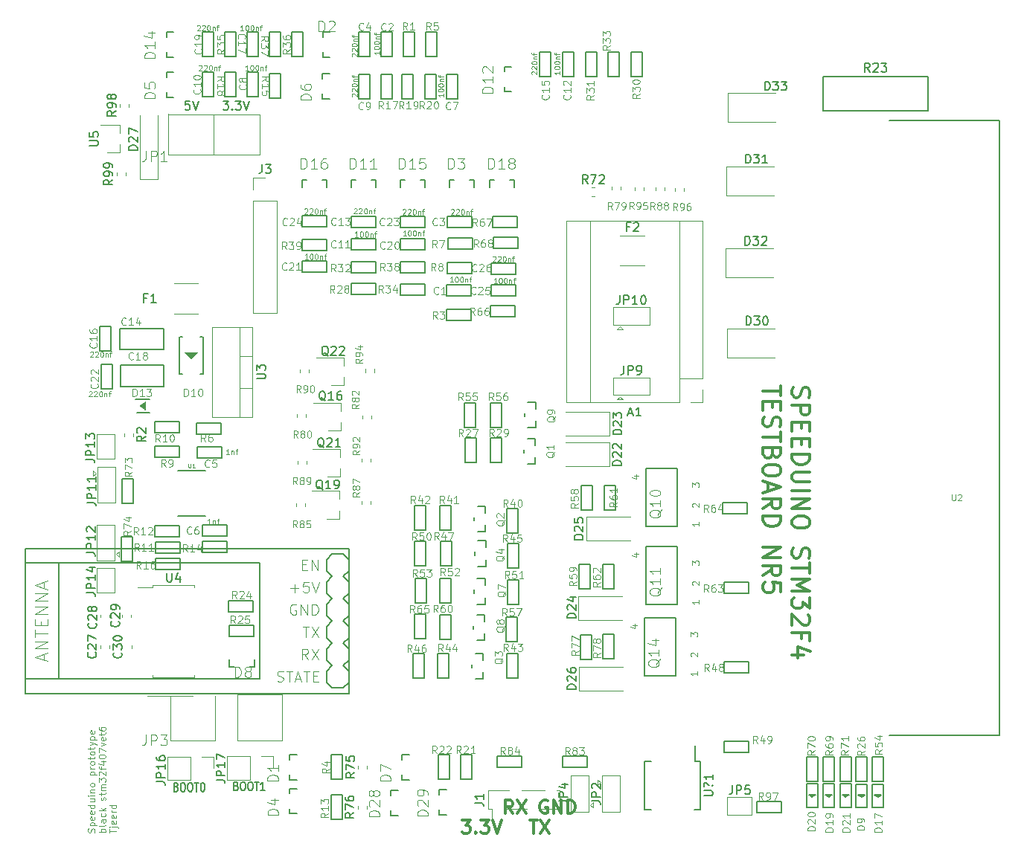
<source format=gto>
G04 #@! TF.GenerationSoftware,KiCad,Pcbnew,5.1.5-52549c5~86~ubuntu18.04.1*
G04 #@! TF.CreationDate,2020-04-08T14:45:09+02:00*
G04 #@! TF.ProjectId,Speeduino_base,53706565-6475-4696-9e6f-5f626173652e,rev?*
G04 #@! TF.SameCoordinates,Original*
G04 #@! TF.FileFunction,Legend,Top*
G04 #@! TF.FilePolarity,Positive*
%FSLAX46Y46*%
G04 Gerber Fmt 4.6, Leading zero omitted, Abs format (unit mm)*
G04 Created by KiCad (PCBNEW 5.1.5-52549c5~86~ubuntu18.04.1) date 2020-04-08 14:45:09*
%MOMM*%
%LPD*%
G04 APERTURE LIST*
%ADD10C,0.304800*%
%ADD11C,0.300000*%
%ADD12C,0.150000*%
%ADD13C,0.120000*%
%ADD14C,0.065024*%
%ADD15C,0.127000*%
%ADD16C,0.203200*%
%ADD17C,0.200000*%
%ADD18C,0.152400*%
%ADD19C,0.100000*%
%ADD20C,0.121920*%
%ADD21C,0.101600*%
%ADD22C,0.092900*%
%ADD23C,0.096520*%
%ADD24C,0.097536*%
%ADD25C,0.120650*%
%ADD26C,0.060325*%
%ADD27C,0.034839*%
G04 APERTURE END LIST*
D10*
X194695276Y-58879072D02*
X194600038Y-59164786D01*
X194600038Y-59640977D01*
X194695276Y-59831453D01*
X194790514Y-59926691D01*
X194980990Y-60021929D01*
X195171466Y-60021929D01*
X195361942Y-59926691D01*
X195457180Y-59831453D01*
X195552419Y-59640977D01*
X195647657Y-59260024D01*
X195742895Y-59069548D01*
X195838133Y-58974310D01*
X196028609Y-58879072D01*
X196219085Y-58879072D01*
X196409561Y-58974310D01*
X196504800Y-59069548D01*
X196600038Y-59260024D01*
X196600038Y-59736215D01*
X196504800Y-60021929D01*
X194600038Y-60879072D02*
X196600038Y-60879072D01*
X196600038Y-61640977D01*
X196504800Y-61831453D01*
X196409561Y-61926691D01*
X196219085Y-62021929D01*
X195933371Y-62021929D01*
X195742895Y-61926691D01*
X195647657Y-61831453D01*
X195552419Y-61640977D01*
X195552419Y-60879072D01*
X195647657Y-62879072D02*
X195647657Y-63545739D01*
X194600038Y-63831453D02*
X194600038Y-62879072D01*
X196600038Y-62879072D01*
X196600038Y-63831453D01*
X195647657Y-64688596D02*
X195647657Y-65355262D01*
X194600038Y-65640977D02*
X194600038Y-64688596D01*
X196600038Y-64688596D01*
X196600038Y-65640977D01*
X194600038Y-66498120D02*
X196600038Y-66498120D01*
X196600038Y-66974310D01*
X196504800Y-67260024D01*
X196314323Y-67450500D01*
X196123847Y-67545739D01*
X195742895Y-67640977D01*
X195457180Y-67640977D01*
X195076228Y-67545739D01*
X194885752Y-67450500D01*
X194695276Y-67260024D01*
X194600038Y-66974310D01*
X194600038Y-66498120D01*
X196600038Y-68498120D02*
X194980990Y-68498120D01*
X194790514Y-68593358D01*
X194695276Y-68688596D01*
X194600038Y-68879072D01*
X194600038Y-69260024D01*
X194695276Y-69450500D01*
X194790514Y-69545739D01*
X194980990Y-69640977D01*
X196600038Y-69640977D01*
X194600038Y-70593358D02*
X196600038Y-70593358D01*
X194600038Y-71545739D02*
X196600038Y-71545739D01*
X194600038Y-72688596D01*
X196600038Y-72688596D01*
X196600038Y-74021929D02*
X196600038Y-74402881D01*
X196504800Y-74593358D01*
X196314323Y-74783834D01*
X195933371Y-74879072D01*
X195266704Y-74879072D01*
X194885752Y-74783834D01*
X194695276Y-74593358D01*
X194600038Y-74402881D01*
X194600038Y-74021929D01*
X194695276Y-73831453D01*
X194885752Y-73640977D01*
X195266704Y-73545739D01*
X195933371Y-73545739D01*
X196314323Y-73640977D01*
X196504800Y-73831453D01*
X196600038Y-74021929D01*
X194695276Y-77164786D02*
X194600038Y-77450500D01*
X194600038Y-77926691D01*
X194695276Y-78117167D01*
X194790514Y-78212405D01*
X194980990Y-78307643D01*
X195171466Y-78307643D01*
X195361942Y-78212405D01*
X195457180Y-78117167D01*
X195552419Y-77926691D01*
X195647657Y-77545739D01*
X195742895Y-77355262D01*
X195838133Y-77260024D01*
X196028609Y-77164786D01*
X196219085Y-77164786D01*
X196409561Y-77260024D01*
X196504800Y-77355262D01*
X196600038Y-77545739D01*
X196600038Y-78021929D01*
X196504800Y-78307643D01*
X196600038Y-78879072D02*
X196600038Y-80021929D01*
X194600038Y-79450500D02*
X196600038Y-79450500D01*
X194600038Y-80688596D02*
X196600038Y-80688596D01*
X195171466Y-81355262D01*
X196600038Y-82021929D01*
X194600038Y-82021929D01*
X196600038Y-82783834D02*
X196600038Y-84021929D01*
X195838133Y-83355262D01*
X195838133Y-83640977D01*
X195742895Y-83831453D01*
X195647657Y-83926691D01*
X195457180Y-84021929D01*
X194980990Y-84021929D01*
X194790514Y-83926691D01*
X194695276Y-83831453D01*
X194600038Y-83640977D01*
X194600038Y-83069548D01*
X194695276Y-82879072D01*
X194790514Y-82783834D01*
X196409561Y-84783834D02*
X196504800Y-84879072D01*
X196600038Y-85069548D01*
X196600038Y-85545739D01*
X196504800Y-85736215D01*
X196409561Y-85831453D01*
X196219085Y-85926691D01*
X196028609Y-85926691D01*
X195742895Y-85831453D01*
X194600038Y-84688596D01*
X194600038Y-85926691D01*
X195647657Y-87450500D02*
X195647657Y-86783834D01*
X194600038Y-86783834D02*
X196600038Y-86783834D01*
X196600038Y-87736215D01*
X195933371Y-89355262D02*
X194600038Y-89355262D01*
X196695276Y-88879072D02*
X195266704Y-88402881D01*
X195266704Y-89640977D01*
X193295238Y-58688596D02*
X193295238Y-59831453D01*
X191295238Y-59260024D02*
X193295238Y-59260024D01*
X192342857Y-60498120D02*
X192342857Y-61164786D01*
X191295238Y-61450500D02*
X191295238Y-60498120D01*
X193295238Y-60498120D01*
X193295238Y-61450500D01*
X191390476Y-62212405D02*
X191295238Y-62498120D01*
X191295238Y-62974310D01*
X191390476Y-63164786D01*
X191485714Y-63260024D01*
X191676190Y-63355262D01*
X191866666Y-63355262D01*
X192057142Y-63260024D01*
X192152380Y-63164786D01*
X192247619Y-62974310D01*
X192342857Y-62593358D01*
X192438095Y-62402881D01*
X192533333Y-62307643D01*
X192723809Y-62212405D01*
X192914285Y-62212405D01*
X193104761Y-62307643D01*
X193200000Y-62402881D01*
X193295238Y-62593358D01*
X193295238Y-63069548D01*
X193200000Y-63355262D01*
X193295238Y-63926691D02*
X193295238Y-65069548D01*
X191295238Y-64498120D02*
X193295238Y-64498120D01*
X192342857Y-66402881D02*
X192247619Y-66688596D01*
X192152380Y-66783834D01*
X191961904Y-66879072D01*
X191676190Y-66879072D01*
X191485714Y-66783834D01*
X191390476Y-66688596D01*
X191295238Y-66498120D01*
X191295238Y-65736215D01*
X193295238Y-65736215D01*
X193295238Y-66402881D01*
X193200000Y-66593358D01*
X193104761Y-66688596D01*
X192914285Y-66783834D01*
X192723809Y-66783834D01*
X192533333Y-66688596D01*
X192438095Y-66593358D01*
X192342857Y-66402881D01*
X192342857Y-65736215D01*
X193295238Y-68117167D02*
X193295238Y-68498120D01*
X193200000Y-68688596D01*
X193009523Y-68879072D01*
X192628571Y-68974310D01*
X191961904Y-68974310D01*
X191580952Y-68879072D01*
X191390476Y-68688596D01*
X191295238Y-68498120D01*
X191295238Y-68117167D01*
X191390476Y-67926691D01*
X191580952Y-67736215D01*
X191961904Y-67640977D01*
X192628571Y-67640977D01*
X193009523Y-67736215D01*
X193200000Y-67926691D01*
X193295238Y-68117167D01*
X191866666Y-69736215D02*
X191866666Y-70688596D01*
X191295238Y-69545739D02*
X193295238Y-70212405D01*
X191295238Y-70879072D01*
X191295238Y-72688596D02*
X192247619Y-72021929D01*
X191295238Y-71545739D02*
X193295238Y-71545739D01*
X193295238Y-72307643D01*
X193200000Y-72498120D01*
X193104761Y-72593358D01*
X192914285Y-72688596D01*
X192628571Y-72688596D01*
X192438095Y-72593358D01*
X192342857Y-72498120D01*
X192247619Y-72307643D01*
X192247619Y-71545739D01*
X191295238Y-73545739D02*
X193295238Y-73545739D01*
X193295238Y-74021929D01*
X193200000Y-74307643D01*
X193009523Y-74498120D01*
X192819047Y-74593358D01*
X192438095Y-74688596D01*
X192152380Y-74688596D01*
X191771428Y-74593358D01*
X191580952Y-74498120D01*
X191390476Y-74307643D01*
X191295238Y-74021929D01*
X191295238Y-73545739D01*
X191295238Y-77069548D02*
X193295238Y-77069548D01*
X191295238Y-78212405D01*
X193295238Y-78212405D01*
X191295238Y-80307643D02*
X192247619Y-79640977D01*
X191295238Y-79164786D02*
X193295238Y-79164786D01*
X193295238Y-79926691D01*
X193200000Y-80117167D01*
X193104761Y-80212405D01*
X192914285Y-80307643D01*
X192628571Y-80307643D01*
X192438095Y-80212405D01*
X192342857Y-80117167D01*
X192247619Y-79926691D01*
X192247619Y-79164786D01*
X193295238Y-82117167D02*
X193295238Y-81164786D01*
X192342857Y-81069548D01*
X192438095Y-81164786D01*
X192533333Y-81355262D01*
X192533333Y-81831453D01*
X192438095Y-82021929D01*
X192342857Y-82117167D01*
X192152380Y-82212405D01*
X191676190Y-82212405D01*
X191485714Y-82117167D01*
X191390476Y-82021929D01*
X191295238Y-81831453D01*
X191295238Y-81355262D01*
X191390476Y-81164786D01*
X191485714Y-81069548D01*
D11*
X162818000Y-107358571D02*
X162318000Y-106644285D01*
X161960857Y-107358571D02*
X161960857Y-105858571D01*
X162532285Y-105858571D01*
X162675142Y-105930000D01*
X162746571Y-106001428D01*
X162818000Y-106144285D01*
X162818000Y-106358571D01*
X162746571Y-106501428D01*
X162675142Y-106572857D01*
X162532285Y-106644285D01*
X161960857Y-106644285D01*
X163318000Y-105858571D02*
X164318000Y-107358571D01*
X164318000Y-105858571D02*
X163318000Y-107358571D01*
X164719142Y-108144571D02*
X165576285Y-108144571D01*
X165147714Y-109644571D02*
X165147714Y-108144571D01*
X165933428Y-108144571D02*
X166933428Y-109644571D01*
X166933428Y-108144571D02*
X165933428Y-109644571D01*
X166751142Y-105930000D02*
X166608285Y-105858571D01*
X166394000Y-105858571D01*
X166179714Y-105930000D01*
X166036857Y-106072857D01*
X165965428Y-106215714D01*
X165894000Y-106501428D01*
X165894000Y-106715714D01*
X165965428Y-107001428D01*
X166036857Y-107144285D01*
X166179714Y-107287142D01*
X166394000Y-107358571D01*
X166536857Y-107358571D01*
X166751142Y-107287142D01*
X166822571Y-107215714D01*
X166822571Y-106715714D01*
X166536857Y-106715714D01*
X167465428Y-107358571D02*
X167465428Y-105858571D01*
X168322571Y-107358571D01*
X168322571Y-105858571D01*
X169036857Y-107358571D02*
X169036857Y-105858571D01*
X169394000Y-105858571D01*
X169608285Y-105930000D01*
X169751142Y-106072857D01*
X169822571Y-106215714D01*
X169894000Y-106501428D01*
X169894000Y-106715714D01*
X169822571Y-107001428D01*
X169751142Y-107144285D01*
X169608285Y-107287142D01*
X169394000Y-107358571D01*
X169036857Y-107358571D01*
X157043714Y-108144571D02*
X157972285Y-108144571D01*
X157472285Y-108716000D01*
X157686571Y-108716000D01*
X157829428Y-108787428D01*
X157900857Y-108858857D01*
X157972285Y-109001714D01*
X157972285Y-109358857D01*
X157900857Y-109501714D01*
X157829428Y-109573142D01*
X157686571Y-109644571D01*
X157258000Y-109644571D01*
X157115142Y-109573142D01*
X157043714Y-109501714D01*
X158615142Y-109501714D02*
X158686571Y-109573142D01*
X158615142Y-109644571D01*
X158543714Y-109573142D01*
X158615142Y-109501714D01*
X158615142Y-109644571D01*
X159186571Y-108144571D02*
X160115142Y-108144571D01*
X159615142Y-108716000D01*
X159829428Y-108716000D01*
X159972285Y-108787428D01*
X160043714Y-108858857D01*
X160115142Y-109001714D01*
X160115142Y-109358857D01*
X160043714Y-109501714D01*
X159972285Y-109573142D01*
X159829428Y-109644571D01*
X159400857Y-109644571D01*
X159258000Y-109573142D01*
X159186571Y-109501714D01*
X160543714Y-108144571D02*
X161043714Y-109644571D01*
X161543714Y-108144571D01*
D12*
X131358333Y-104253571D02*
X131472619Y-104301190D01*
X131510714Y-104348809D01*
X131548809Y-104444047D01*
X131548809Y-104586904D01*
X131510714Y-104682142D01*
X131472619Y-104729761D01*
X131396428Y-104777380D01*
X131091666Y-104777380D01*
X131091666Y-103777380D01*
X131358333Y-103777380D01*
X131434523Y-103825000D01*
X131472619Y-103872619D01*
X131510714Y-103967857D01*
X131510714Y-104063095D01*
X131472619Y-104158333D01*
X131434523Y-104205952D01*
X131358333Y-104253571D01*
X131091666Y-104253571D01*
X132044047Y-103777380D02*
X132196428Y-103777380D01*
X132272619Y-103825000D01*
X132348809Y-103920238D01*
X132386904Y-104110714D01*
X132386904Y-104444047D01*
X132348809Y-104634523D01*
X132272619Y-104729761D01*
X132196428Y-104777380D01*
X132044047Y-104777380D01*
X131967857Y-104729761D01*
X131891666Y-104634523D01*
X131853571Y-104444047D01*
X131853571Y-104110714D01*
X131891666Y-103920238D01*
X131967857Y-103825000D01*
X132044047Y-103777380D01*
X132882142Y-103777380D02*
X133034523Y-103777380D01*
X133110714Y-103825000D01*
X133186904Y-103920238D01*
X133225000Y-104110714D01*
X133225000Y-104444047D01*
X133186904Y-104634523D01*
X133110714Y-104729761D01*
X133034523Y-104777380D01*
X132882142Y-104777380D01*
X132805952Y-104729761D01*
X132729761Y-104634523D01*
X132691666Y-104444047D01*
X132691666Y-104110714D01*
X132729761Y-103920238D01*
X132805952Y-103825000D01*
X132882142Y-103777380D01*
X133453571Y-103777380D02*
X133910714Y-103777380D01*
X133682142Y-104777380D02*
X133682142Y-103777380D01*
X134596428Y-104777380D02*
X134139285Y-104777380D01*
X134367857Y-104777380D02*
X134367857Y-103777380D01*
X134291666Y-103920238D01*
X134215476Y-104015476D01*
X134139285Y-104063095D01*
X124517333Y-104353571D02*
X124631619Y-104401190D01*
X124669714Y-104448809D01*
X124707809Y-104544047D01*
X124707809Y-104686904D01*
X124669714Y-104782142D01*
X124631619Y-104829761D01*
X124555428Y-104877380D01*
X124250666Y-104877380D01*
X124250666Y-103877380D01*
X124517333Y-103877380D01*
X124593523Y-103925000D01*
X124631619Y-103972619D01*
X124669714Y-104067857D01*
X124669714Y-104163095D01*
X124631619Y-104258333D01*
X124593523Y-104305952D01*
X124517333Y-104353571D01*
X124250666Y-104353571D01*
X125203047Y-103877380D02*
X125355428Y-103877380D01*
X125431619Y-103925000D01*
X125507809Y-104020238D01*
X125545904Y-104210714D01*
X125545904Y-104544047D01*
X125507809Y-104734523D01*
X125431619Y-104829761D01*
X125355428Y-104877380D01*
X125203047Y-104877380D01*
X125126857Y-104829761D01*
X125050666Y-104734523D01*
X125012571Y-104544047D01*
X125012571Y-104210714D01*
X125050666Y-104020238D01*
X125126857Y-103925000D01*
X125203047Y-103877380D01*
X126041142Y-103877380D02*
X126193523Y-103877380D01*
X126269714Y-103925000D01*
X126345904Y-104020238D01*
X126384000Y-104210714D01*
X126384000Y-104544047D01*
X126345904Y-104734523D01*
X126269714Y-104829761D01*
X126193523Y-104877380D01*
X126041142Y-104877380D01*
X125964952Y-104829761D01*
X125888761Y-104734523D01*
X125850666Y-104544047D01*
X125850666Y-104210714D01*
X125888761Y-104020238D01*
X125964952Y-103925000D01*
X126041142Y-103877380D01*
X126612571Y-103877380D02*
X127069714Y-103877380D01*
X126841142Y-104877380D02*
X126841142Y-103877380D01*
X127488761Y-103877380D02*
X127564952Y-103877380D01*
X127641142Y-103925000D01*
X127679238Y-103972619D01*
X127717333Y-104067857D01*
X127755428Y-104258333D01*
X127755428Y-104496428D01*
X127717333Y-104686904D01*
X127679238Y-104782142D01*
X127641142Y-104829761D01*
X127564952Y-104877380D01*
X127488761Y-104877380D01*
X127412571Y-104829761D01*
X127374476Y-104782142D01*
X127336380Y-104686904D01*
X127298285Y-104496428D01*
X127298285Y-104258333D01*
X127336380Y-104067857D01*
X127374476Y-103972619D01*
X127412571Y-103925000D01*
X127488761Y-103877380D01*
D13*
X131445000Y-99060000D02*
X131445000Y-93853000D01*
X136525000Y-99060000D02*
X131445000Y-99060000D01*
X136525000Y-93853000D02*
X136525000Y-99060000D01*
X131445000Y-93853000D02*
X136525000Y-93853000D01*
X123825000Y-99060000D02*
X123825000Y-93980000D01*
X128905000Y-99060000D02*
X123825000Y-99060000D01*
X128905000Y-93980000D02*
X128905000Y-99060000D01*
X121198000Y-93955000D02*
X126405000Y-93955000D01*
X133985000Y-32385000D02*
X128778000Y-32385000D01*
X133985000Y-27813000D02*
X133985000Y-32385000D01*
X128778000Y-27813000D02*
X133985000Y-27813000D01*
X128778000Y-27813000D02*
X123571000Y-27813000D01*
X128778000Y-32385000D02*
X128778000Y-27813000D01*
X123571000Y-32385000D02*
X128778000Y-32385000D01*
X123571000Y-27686000D02*
X123571000Y-32385000D01*
D12*
X129841809Y-26249380D02*
X130460857Y-26249380D01*
X130127523Y-26630333D01*
X130270380Y-26630333D01*
X130365619Y-26677952D01*
X130413238Y-26725571D01*
X130460857Y-26820809D01*
X130460857Y-27058904D01*
X130413238Y-27154142D01*
X130365619Y-27201761D01*
X130270380Y-27249380D01*
X129984666Y-27249380D01*
X129889428Y-27201761D01*
X129841809Y-27154142D01*
X130889428Y-27154142D02*
X130937047Y-27201761D01*
X130889428Y-27249380D01*
X130841809Y-27201761D01*
X130889428Y-27154142D01*
X130889428Y-27249380D01*
X131270380Y-26249380D02*
X131889428Y-26249380D01*
X131556095Y-26630333D01*
X131698952Y-26630333D01*
X131794190Y-26677952D01*
X131841809Y-26725571D01*
X131889428Y-26820809D01*
X131889428Y-27058904D01*
X131841809Y-27154142D01*
X131794190Y-27201761D01*
X131698952Y-27249380D01*
X131413238Y-27249380D01*
X131318000Y-27201761D01*
X131270380Y-27154142D01*
X132175142Y-26249380D02*
X132508476Y-27249380D01*
X132841809Y-26249380D01*
X126047523Y-26249380D02*
X125571333Y-26249380D01*
X125523714Y-26725571D01*
X125571333Y-26677952D01*
X125666571Y-26630333D01*
X125904666Y-26630333D01*
X125999904Y-26677952D01*
X126047523Y-26725571D01*
X126095142Y-26820809D01*
X126095142Y-27058904D01*
X126047523Y-27154142D01*
X125999904Y-27201761D01*
X125904666Y-27249380D01*
X125666571Y-27249380D01*
X125571333Y-27201761D01*
X125523714Y-27154142D01*
X126380857Y-26249380D02*
X126714190Y-27249380D01*
X127047523Y-26249380D01*
D14*
X115208932Y-109538656D02*
X115245702Y-109428347D01*
X115245702Y-109244500D01*
X115208932Y-109170961D01*
X115172163Y-109134191D01*
X115098624Y-109097422D01*
X115025085Y-109097422D01*
X114951546Y-109134191D01*
X114914776Y-109170961D01*
X114878007Y-109244500D01*
X114841237Y-109391578D01*
X114804468Y-109465117D01*
X114767698Y-109501886D01*
X114694159Y-109538656D01*
X114620620Y-109538656D01*
X114547081Y-109501886D01*
X114510312Y-109465117D01*
X114473542Y-109391578D01*
X114473542Y-109207730D01*
X114510312Y-109097422D01*
X114730929Y-108766496D02*
X115503089Y-108766496D01*
X114767698Y-108766496D02*
X114730929Y-108692957D01*
X114730929Y-108545879D01*
X114767698Y-108472340D01*
X114804468Y-108435570D01*
X114878007Y-108398801D01*
X115098624Y-108398801D01*
X115172163Y-108435570D01*
X115208932Y-108472340D01*
X115245702Y-108545879D01*
X115245702Y-108692957D01*
X115208932Y-108766496D01*
X115208932Y-107773719D02*
X115245702Y-107847258D01*
X115245702Y-107994336D01*
X115208932Y-108067875D01*
X115135393Y-108104644D01*
X114841237Y-108104644D01*
X114767698Y-108067875D01*
X114730929Y-107994336D01*
X114730929Y-107847258D01*
X114767698Y-107773719D01*
X114841237Y-107736949D01*
X114914776Y-107736949D01*
X114988315Y-108104644D01*
X115208932Y-107111867D02*
X115245702Y-107185406D01*
X115245702Y-107332484D01*
X115208932Y-107406023D01*
X115135393Y-107442793D01*
X114841237Y-107442793D01*
X114767698Y-107406023D01*
X114730929Y-107332484D01*
X114730929Y-107185406D01*
X114767698Y-107111867D01*
X114841237Y-107075098D01*
X114914776Y-107075098D01*
X114988315Y-107442793D01*
X115245702Y-106413246D02*
X114473542Y-106413246D01*
X115208932Y-106413246D02*
X115245702Y-106486785D01*
X115245702Y-106633863D01*
X115208932Y-106707402D01*
X115172163Y-106744172D01*
X115098624Y-106780942D01*
X114878007Y-106780942D01*
X114804468Y-106744172D01*
X114767698Y-106707402D01*
X114730929Y-106633863D01*
X114730929Y-106486785D01*
X114767698Y-106413246D01*
X114730929Y-105714625D02*
X115245702Y-105714625D01*
X114730929Y-106045551D02*
X115135393Y-106045551D01*
X115208932Y-106008782D01*
X115245702Y-105935242D01*
X115245702Y-105824934D01*
X115208932Y-105751395D01*
X115172163Y-105714625D01*
X115245702Y-105346930D02*
X114730929Y-105346930D01*
X114473542Y-105346930D02*
X114510312Y-105383700D01*
X114547081Y-105346930D01*
X114510312Y-105310161D01*
X114473542Y-105346930D01*
X114547081Y-105346930D01*
X114730929Y-104979235D02*
X115245702Y-104979235D01*
X114804468Y-104979235D02*
X114767698Y-104942465D01*
X114730929Y-104868926D01*
X114730929Y-104758618D01*
X114767698Y-104685079D01*
X114841237Y-104648309D01*
X115245702Y-104648309D01*
X115245702Y-104170305D02*
X115208932Y-104243844D01*
X115172163Y-104280614D01*
X115098624Y-104317383D01*
X114878007Y-104317383D01*
X114804468Y-104280614D01*
X114767698Y-104243844D01*
X114730929Y-104170305D01*
X114730929Y-104059997D01*
X114767698Y-103986458D01*
X114804468Y-103949688D01*
X114878007Y-103912919D01*
X115098624Y-103912919D01*
X115172163Y-103949688D01*
X115208932Y-103986458D01*
X115245702Y-104059997D01*
X115245702Y-104170305D01*
X114730929Y-102993681D02*
X115503089Y-102993681D01*
X114767698Y-102993681D02*
X114730929Y-102920142D01*
X114730929Y-102773063D01*
X114767698Y-102699524D01*
X114804468Y-102662755D01*
X114878007Y-102625985D01*
X115098624Y-102625985D01*
X115172163Y-102662755D01*
X115208932Y-102699524D01*
X115245702Y-102773063D01*
X115245702Y-102920142D01*
X115208932Y-102993681D01*
X115245702Y-102295060D02*
X114730929Y-102295060D01*
X114878007Y-102295060D02*
X114804468Y-102258290D01*
X114767698Y-102221521D01*
X114730929Y-102147982D01*
X114730929Y-102074442D01*
X115245702Y-101706747D02*
X115208932Y-101780286D01*
X115172163Y-101817056D01*
X115098624Y-101853825D01*
X114878007Y-101853825D01*
X114804468Y-101817056D01*
X114767698Y-101780286D01*
X114730929Y-101706747D01*
X114730929Y-101596439D01*
X114767698Y-101522900D01*
X114804468Y-101486130D01*
X114878007Y-101449361D01*
X115098624Y-101449361D01*
X115172163Y-101486130D01*
X115208932Y-101522900D01*
X115245702Y-101596439D01*
X115245702Y-101706747D01*
X114730929Y-101228743D02*
X114730929Y-100934587D01*
X114473542Y-101118435D02*
X115135393Y-101118435D01*
X115208932Y-101081665D01*
X115245702Y-101008126D01*
X115245702Y-100934587D01*
X115245702Y-100566892D02*
X115208932Y-100640431D01*
X115172163Y-100677201D01*
X115098624Y-100713970D01*
X114878007Y-100713970D01*
X114804468Y-100677201D01*
X114767698Y-100640431D01*
X114730929Y-100566892D01*
X114730929Y-100456583D01*
X114767698Y-100383044D01*
X114804468Y-100346275D01*
X114878007Y-100309505D01*
X115098624Y-100309505D01*
X115172163Y-100346275D01*
X115208932Y-100383044D01*
X115245702Y-100456583D01*
X115245702Y-100566892D01*
X114730929Y-100088888D02*
X114730929Y-99794732D01*
X114473542Y-99978580D02*
X115135393Y-99978580D01*
X115208932Y-99941810D01*
X115245702Y-99868271D01*
X115245702Y-99794732D01*
X114730929Y-99610884D02*
X115245702Y-99427037D01*
X114730929Y-99243189D02*
X115245702Y-99427037D01*
X115429550Y-99500576D01*
X115466319Y-99537345D01*
X115503089Y-99610884D01*
X114730929Y-98949033D02*
X115503089Y-98949033D01*
X114767698Y-98949033D02*
X114730929Y-98875494D01*
X114730929Y-98728416D01*
X114767698Y-98654877D01*
X114804468Y-98618107D01*
X114878007Y-98581338D01*
X115098624Y-98581338D01*
X115172163Y-98618107D01*
X115208932Y-98654877D01*
X115245702Y-98728416D01*
X115245702Y-98875494D01*
X115208932Y-98949033D01*
X115208932Y-97956256D02*
X115245702Y-98029795D01*
X115245702Y-98176873D01*
X115208932Y-98250412D01*
X115135393Y-98287182D01*
X114841237Y-98287182D01*
X114767698Y-98250412D01*
X114730929Y-98176873D01*
X114730929Y-98029795D01*
X114767698Y-97956256D01*
X114841237Y-97919486D01*
X114914776Y-97919486D01*
X114988315Y-98287182D01*
X116468966Y-109501886D02*
X115696806Y-109501886D01*
X115990962Y-109501886D02*
X115954193Y-109428347D01*
X115954193Y-109281269D01*
X115990962Y-109207730D01*
X116027732Y-109170961D01*
X116101271Y-109134191D01*
X116321888Y-109134191D01*
X116395427Y-109170961D01*
X116432196Y-109207730D01*
X116468966Y-109281269D01*
X116468966Y-109428347D01*
X116432196Y-109501886D01*
X116468966Y-108692957D02*
X116432196Y-108766496D01*
X116358657Y-108803265D01*
X115696806Y-108803265D01*
X116468966Y-108067875D02*
X116064501Y-108067875D01*
X115990962Y-108104644D01*
X115954193Y-108178183D01*
X115954193Y-108325262D01*
X115990962Y-108398801D01*
X116432196Y-108067875D02*
X116468966Y-108141414D01*
X116468966Y-108325262D01*
X116432196Y-108398801D01*
X116358657Y-108435570D01*
X116285118Y-108435570D01*
X116211579Y-108398801D01*
X116174810Y-108325262D01*
X116174810Y-108141414D01*
X116138040Y-108067875D01*
X116432196Y-107369254D02*
X116468966Y-107442793D01*
X116468966Y-107589871D01*
X116432196Y-107663410D01*
X116395427Y-107700180D01*
X116321888Y-107736949D01*
X116101271Y-107736949D01*
X116027732Y-107700180D01*
X115990962Y-107663410D01*
X115954193Y-107589871D01*
X115954193Y-107442793D01*
X115990962Y-107369254D01*
X116468966Y-107038328D02*
X115696806Y-107038328D01*
X116174810Y-106964789D02*
X116468966Y-106744172D01*
X115954193Y-106744172D02*
X116248349Y-107038328D01*
X116432196Y-105861703D02*
X116468966Y-105788164D01*
X116468966Y-105641086D01*
X116432196Y-105567547D01*
X116358657Y-105530778D01*
X116321888Y-105530778D01*
X116248349Y-105567547D01*
X116211579Y-105641086D01*
X116211579Y-105751395D01*
X116174810Y-105824934D01*
X116101271Y-105861703D01*
X116064501Y-105861703D01*
X115990962Y-105824934D01*
X115954193Y-105751395D01*
X115954193Y-105641086D01*
X115990962Y-105567547D01*
X115954193Y-105310161D02*
X115954193Y-105016004D01*
X115696806Y-105199852D02*
X116358657Y-105199852D01*
X116432196Y-105163082D01*
X116468966Y-105089543D01*
X116468966Y-105016004D01*
X116468966Y-104758618D02*
X115954193Y-104758618D01*
X116027732Y-104758618D02*
X115990962Y-104721848D01*
X115954193Y-104648309D01*
X115954193Y-104538001D01*
X115990962Y-104464462D01*
X116064501Y-104427692D01*
X116468966Y-104427692D01*
X116064501Y-104427692D02*
X115990962Y-104390922D01*
X115954193Y-104317383D01*
X115954193Y-104207075D01*
X115990962Y-104133536D01*
X116064501Y-104096766D01*
X116468966Y-104096766D01*
X115696806Y-103802610D02*
X115696806Y-103324606D01*
X115990962Y-103581993D01*
X115990962Y-103471684D01*
X116027732Y-103398145D01*
X116064501Y-103361376D01*
X116138040Y-103324606D01*
X116321888Y-103324606D01*
X116395427Y-103361376D01*
X116432196Y-103398145D01*
X116468966Y-103471684D01*
X116468966Y-103692302D01*
X116432196Y-103765841D01*
X116395427Y-103802610D01*
X115770345Y-103030450D02*
X115733576Y-102993681D01*
X115696806Y-102920142D01*
X115696806Y-102736294D01*
X115733576Y-102662755D01*
X115770345Y-102625985D01*
X115843884Y-102589216D01*
X115917423Y-102589216D01*
X116027732Y-102625985D01*
X116468966Y-103067220D01*
X116468966Y-102589216D01*
X115954193Y-102368599D02*
X115954193Y-102074442D01*
X116468966Y-102258290D02*
X115807115Y-102258290D01*
X115733576Y-102221521D01*
X115696806Y-102147982D01*
X115696806Y-102074442D01*
X115954193Y-101486130D02*
X116468966Y-101486130D01*
X115660036Y-101669978D02*
X116211579Y-101853825D01*
X116211579Y-101375822D01*
X115696806Y-100934587D02*
X115696806Y-100861048D01*
X115733576Y-100787509D01*
X115770345Y-100750740D01*
X115843884Y-100713970D01*
X115990962Y-100677201D01*
X116174810Y-100677201D01*
X116321888Y-100713970D01*
X116395427Y-100750740D01*
X116432196Y-100787509D01*
X116468966Y-100861048D01*
X116468966Y-100934587D01*
X116432196Y-101008126D01*
X116395427Y-101044896D01*
X116321888Y-101081665D01*
X116174810Y-101118435D01*
X115990962Y-101118435D01*
X115843884Y-101081665D01*
X115770345Y-101044896D01*
X115733576Y-101008126D01*
X115696806Y-100934587D01*
X115696806Y-100419814D02*
X115696806Y-99905041D01*
X116468966Y-100235966D01*
X115954193Y-99684423D02*
X116468966Y-99500576D01*
X115954193Y-99316728D01*
X116432196Y-98728416D02*
X116468966Y-98801955D01*
X116468966Y-98949033D01*
X116432196Y-99022572D01*
X116358657Y-99059342D01*
X116064501Y-99059342D01*
X115990962Y-99022572D01*
X115954193Y-98949033D01*
X115954193Y-98801955D01*
X115990962Y-98728416D01*
X116064501Y-98691646D01*
X116138040Y-98691646D01*
X116211579Y-99059342D01*
X115954193Y-98471029D02*
X115954193Y-98176873D01*
X115696806Y-98360721D02*
X116358657Y-98360721D01*
X116432196Y-98323951D01*
X116468966Y-98250412D01*
X116468966Y-98176873D01*
X115696806Y-97588561D02*
X115696806Y-97735639D01*
X115733576Y-97809178D01*
X115770345Y-97845947D01*
X115880654Y-97919486D01*
X116027732Y-97956256D01*
X116321888Y-97956256D01*
X116395427Y-97919486D01*
X116432196Y-97882717D01*
X116468966Y-97809178D01*
X116468966Y-97662100D01*
X116432196Y-97588561D01*
X116395427Y-97551791D01*
X116321888Y-97515022D01*
X116138040Y-97515022D01*
X116064501Y-97551791D01*
X116027732Y-97588561D01*
X115990962Y-97662100D01*
X115990962Y-97809178D01*
X116027732Y-97882717D01*
X116064501Y-97919486D01*
X116138040Y-97956256D01*
X116920070Y-109612195D02*
X116920070Y-109170961D01*
X117692230Y-109391578D02*
X116920070Y-109391578D01*
X117177457Y-108913574D02*
X117839308Y-108913574D01*
X117912847Y-108950343D01*
X117949617Y-109023882D01*
X117949617Y-109060652D01*
X116920070Y-108913574D02*
X116956840Y-108950343D01*
X116993609Y-108913574D01*
X116956840Y-108876804D01*
X116920070Y-108913574D01*
X116993609Y-108913574D01*
X117655460Y-108251722D02*
X117692230Y-108325262D01*
X117692230Y-108472340D01*
X117655460Y-108545879D01*
X117581921Y-108582648D01*
X117287765Y-108582648D01*
X117214226Y-108545879D01*
X117177457Y-108472340D01*
X117177457Y-108325262D01*
X117214226Y-108251722D01*
X117287765Y-108214953D01*
X117361304Y-108214953D01*
X117434843Y-108582648D01*
X117655460Y-107589871D02*
X117692230Y-107663410D01*
X117692230Y-107810488D01*
X117655460Y-107884027D01*
X117581921Y-107920797D01*
X117287765Y-107920797D01*
X117214226Y-107884027D01*
X117177457Y-107810488D01*
X117177457Y-107663410D01*
X117214226Y-107589871D01*
X117287765Y-107553102D01*
X117361304Y-107553102D01*
X117434843Y-107920797D01*
X117692230Y-107222176D02*
X117177457Y-107222176D01*
X117324535Y-107222176D02*
X117250996Y-107185406D01*
X117214226Y-107148637D01*
X117177457Y-107075098D01*
X117177457Y-107001559D01*
X117692230Y-106413246D02*
X116920070Y-106413246D01*
X117655460Y-106413246D02*
X117692230Y-106486785D01*
X117692230Y-106633863D01*
X117655460Y-106707402D01*
X117618691Y-106744172D01*
X117545152Y-106780942D01*
X117324535Y-106780942D01*
X117250996Y-106744172D01*
X117214226Y-106707402D01*
X117177457Y-106633863D01*
X117177457Y-106486785D01*
X117214226Y-106413246D01*
D13*
X121843000Y-81673000D02*
X120178000Y-81673000D01*
X121843000Y-81393000D02*
X121843000Y-81673000D01*
X124228000Y-81393000D02*
X121843000Y-81393000D01*
X126613000Y-81393000D02*
X126613000Y-81673000D01*
X124228000Y-81393000D02*
X126613000Y-81393000D01*
X121843000Y-91913000D02*
X121843000Y-91633000D01*
X124228000Y-91913000D02*
X121843000Y-91913000D01*
X126613000Y-91913000D02*
X126613000Y-91633000D01*
X124228000Y-91913000D02*
X126613000Y-91913000D01*
X119160000Y-26906267D02*
X119160000Y-26563733D01*
X118140000Y-26906267D02*
X118140000Y-26563733D01*
D12*
X183530000Y-101420000D02*
X183530000Y-99670000D01*
X177775000Y-101420000D02*
X177775000Y-106920000D01*
X184185000Y-101420000D02*
X184185000Y-106920000D01*
X177775000Y-101420000D02*
X178525000Y-101420000D01*
X177775000Y-106920000D02*
X178525000Y-106920000D01*
X184185000Y-106920000D02*
X183435000Y-106920000D01*
X184185000Y-101420000D02*
X183530000Y-101420000D01*
D15*
X111125000Y-92075000D02*
X111125000Y-78867000D01*
X111125000Y-78867000D02*
X107315000Y-78867000D01*
X133985000Y-78867000D02*
X111125000Y-78867000D01*
X133985000Y-92075000D02*
X133985000Y-78867000D01*
X111125000Y-92075000D02*
X133985000Y-92075000D01*
X107315000Y-92075000D02*
X111125000Y-92075000D01*
X144145000Y-86106000D02*
X143510000Y-85471000D01*
X143510000Y-88011000D02*
X144145000Y-87376000D01*
X144145000Y-88646000D02*
X143510000Y-88011000D01*
X143510000Y-90551000D02*
X144145000Y-89916000D01*
X144145000Y-91186000D02*
X143510000Y-90551000D01*
X143510000Y-93091000D02*
X144145000Y-92456000D01*
X142240000Y-93091000D02*
X143510000Y-93091000D01*
X141605000Y-92456000D02*
X142240000Y-93091000D01*
X141605000Y-91186000D02*
X141605000Y-92456000D01*
X142240000Y-90551000D02*
X141605000Y-91186000D01*
X141605000Y-89916000D02*
X142240000Y-90551000D01*
X141605000Y-88646000D02*
X141605000Y-89916000D01*
X142240000Y-88011000D02*
X141605000Y-88646000D01*
X141605000Y-87376000D02*
X142240000Y-88011000D01*
X141605000Y-86106000D02*
X141605000Y-87376000D01*
X142240000Y-85471000D02*
X141605000Y-86106000D01*
X142240000Y-77851000D02*
X141605000Y-78486000D01*
X143510000Y-77851000D02*
X142240000Y-77851000D01*
X144145000Y-84836000D02*
X143510000Y-85471000D01*
X143510000Y-82931000D02*
X144145000Y-83566000D01*
X144145000Y-82296000D02*
X143510000Y-82931000D01*
X143510000Y-80391000D02*
X144145000Y-81026000D01*
X144145000Y-79756000D02*
X143510000Y-80391000D01*
X143510000Y-77851000D02*
X144145000Y-78486000D01*
X141605000Y-79756000D02*
X141605000Y-78486000D01*
X142240000Y-80391000D02*
X141605000Y-79756000D01*
X141605000Y-81026000D02*
X142240000Y-80391000D01*
X141605000Y-82296000D02*
X141605000Y-81026000D01*
X142240000Y-82931000D02*
X141605000Y-82296000D01*
X141605000Y-83566000D02*
X142240000Y-82931000D01*
X141605000Y-84836000D02*
X141605000Y-83566000D01*
X142240000Y-85471000D02*
X141605000Y-84836000D01*
X107315000Y-93726000D02*
X144145000Y-93726000D01*
X107315000Y-92075000D02*
X107315000Y-93726000D01*
X107315000Y-78867000D02*
X107315000Y-92075000D01*
X107315000Y-77216000D02*
X107315000Y-78867000D01*
X144145000Y-77216000D02*
X107315000Y-77216000D01*
X144145000Y-86106000D02*
X144145000Y-77216000D01*
X144145000Y-87376000D02*
X144145000Y-86106000D01*
X144145000Y-88646000D02*
X144145000Y-87376000D01*
X144145000Y-89916000D02*
X144145000Y-88646000D01*
X144145000Y-91186000D02*
X144145000Y-89916000D01*
X144145000Y-92456000D02*
X144145000Y-91186000D01*
X144145000Y-93726000D02*
X144145000Y-92456000D01*
X163069000Y-49515000D02*
X163069000Y-50785000D01*
X160275000Y-49515000D02*
X163069000Y-49515000D01*
X160275000Y-50785000D02*
X160275000Y-49515000D01*
X163069000Y-50785000D02*
X160275000Y-50785000D01*
D13*
X118090000Y-32100000D02*
X116630000Y-32100000D01*
X118090000Y-28940000D02*
X115930000Y-28940000D01*
X118090000Y-28940000D02*
X118090000Y-29870000D01*
X118090000Y-32100000D02*
X118090000Y-31170000D01*
X118770000Y-34736267D02*
X118770000Y-34393733D01*
X117750000Y-34736267D02*
X117750000Y-34393733D01*
D15*
X190581000Y-107305000D02*
X190581000Y-106035000D01*
X193375000Y-107305000D02*
X190581000Y-107305000D01*
X193375000Y-106035000D02*
X193375000Y-107305000D01*
X190581000Y-106035000D02*
X193375000Y-106035000D01*
D13*
X187230000Y-105530000D02*
X190030000Y-105530000D01*
X190030000Y-105530000D02*
X190030000Y-107530000D01*
X190030000Y-107530000D02*
X187230000Y-107530000D01*
X187230000Y-107530000D02*
X187230000Y-105530000D01*
D16*
X177941000Y-74674600D02*
X177941000Y-68121400D01*
X181497000Y-74674600D02*
X177941000Y-74674600D01*
X181497000Y-68121400D02*
X181497000Y-74674600D01*
X177941000Y-68121400D02*
X181497000Y-68121400D01*
D13*
X138325000Y-67586267D02*
X138325000Y-67243733D01*
X139345000Y-67586267D02*
X139345000Y-67243733D01*
X181280000Y-36491267D02*
X181280000Y-36148733D01*
X182300000Y-36491267D02*
X182300000Y-36148733D01*
X176680000Y-36406267D02*
X176680000Y-36063733D01*
X177700000Y-36406267D02*
X177700000Y-36063733D01*
X146065000Y-57122933D02*
X146065000Y-56780399D01*
X147085000Y-57122933D02*
X147085000Y-56780399D01*
X145655000Y-67289599D02*
X145655000Y-66947065D01*
X146675000Y-67289599D02*
X146675000Y-66947065D01*
X138560000Y-57196267D02*
X138560000Y-56853733D01*
X139580000Y-57196267D02*
X139580000Y-56853733D01*
X179060000Y-36411267D02*
X179060000Y-36068733D01*
X180080000Y-36411267D02*
X180080000Y-36068733D01*
X145585000Y-72156267D02*
X145585000Y-71813733D01*
X146605000Y-72156267D02*
X146605000Y-71813733D01*
X138205000Y-72376267D02*
X138205000Y-72033733D01*
X139225000Y-72376267D02*
X139225000Y-72033733D01*
X145725000Y-62376267D02*
X145725000Y-62033733D01*
X146745000Y-62376267D02*
X146745000Y-62033733D01*
X138295000Y-62276267D02*
X138295000Y-61933733D01*
X139315000Y-62276267D02*
X139315000Y-61933733D01*
X174110000Y-36366267D02*
X174110000Y-36023733D01*
X175130000Y-36366267D02*
X175130000Y-36023733D01*
X145159000Y-106522733D02*
X145159000Y-106865267D01*
X146179000Y-106522733D02*
X146179000Y-106865267D01*
X145159000Y-101936733D02*
X145159000Y-102279267D01*
X146179000Y-101936733D02*
X146179000Y-102279267D01*
X171803733Y-37140000D02*
X172146267Y-37140000D01*
X171803733Y-36120000D02*
X172146267Y-36120000D01*
X118652000Y-64075733D02*
X118652000Y-64418267D01*
X119672000Y-64075733D02*
X119672000Y-64418267D01*
X143630000Y-58630000D02*
X142170000Y-58630000D01*
X143630000Y-55470000D02*
X140470000Y-55470000D01*
X143630000Y-55470000D02*
X143630000Y-56400000D01*
X143630000Y-58630000D02*
X143630000Y-57700000D01*
X143195000Y-69045000D02*
X141735000Y-69045000D01*
X143195000Y-65885000D02*
X140035000Y-65885000D01*
X143195000Y-65885000D02*
X143195000Y-66815000D01*
X143195000Y-69045000D02*
X143195000Y-68115000D01*
X143290000Y-63760000D02*
X141830000Y-63760000D01*
X143290000Y-60600000D02*
X140130000Y-60600000D01*
X143290000Y-60600000D02*
X143290000Y-61530000D01*
X143290000Y-63760000D02*
X143290000Y-62830000D01*
X187310000Y-25330000D02*
X192710000Y-25330000D01*
X187310000Y-28630000D02*
X192710000Y-28630000D01*
X187310000Y-25330000D02*
X187310000Y-28630000D01*
X187050000Y-43050000D02*
X192450000Y-43050000D01*
X187050000Y-46350000D02*
X192450000Y-46350000D01*
X187050000Y-43050000D02*
X187050000Y-46350000D01*
X187125000Y-33725000D02*
X192525000Y-33725000D01*
X187125000Y-37025000D02*
X192525000Y-37025000D01*
X187125000Y-33725000D02*
X187125000Y-37025000D01*
X143125000Y-73810000D02*
X141665000Y-73810000D01*
X143125000Y-70650000D02*
X139965000Y-70650000D01*
X143125000Y-70650000D02*
X143125000Y-71580000D01*
X143125000Y-73810000D02*
X143125000Y-72880000D01*
X187175000Y-52150000D02*
X192575000Y-52150000D01*
X187175000Y-55450000D02*
X192575000Y-55450000D01*
X187175000Y-52150000D02*
X187175000Y-55450000D01*
X127021252Y-47020000D02*
X124248748Y-47020000D01*
X127021252Y-50440000D02*
X124248748Y-50440000D01*
X133295000Y-35015000D02*
X134625000Y-35015000D01*
X133295000Y-36345000D02*
X133295000Y-35015000D01*
X133295000Y-37615000D02*
X135955000Y-37615000D01*
X135955000Y-37615000D02*
X135955000Y-50375000D01*
X133295000Y-37615000D02*
X133295000Y-50375000D01*
X133295000Y-50375000D02*
X135955000Y-50375000D01*
X118400000Y-88254721D02*
X118400000Y-88580279D01*
X119420000Y-88254721D02*
X119420000Y-88580279D01*
X118380000Y-84724721D02*
X118380000Y-85050279D01*
X119400000Y-84724721D02*
X119400000Y-85050279D01*
X116950000Y-85050279D02*
X116950000Y-84724721D01*
X115930000Y-85050279D02*
X115930000Y-84724721D01*
X116920000Y-88560279D02*
X116920000Y-88234721D01*
X115900000Y-88560279D02*
X115900000Y-88234721D01*
D17*
X218150000Y-98500000D02*
X205667000Y-98500000D01*
X218150000Y-28500000D02*
X205667000Y-28500000D01*
X218150000Y-98500000D02*
X218150000Y-28500000D01*
D13*
X170295000Y-82665000D02*
X175275000Y-82665000D01*
X170295000Y-85385000D02*
X175275000Y-85385000D01*
X170295000Y-82665000D02*
X170295000Y-85385000D01*
X170370000Y-90690000D02*
X175350000Y-90690000D01*
X170370000Y-93410000D02*
X175350000Y-93410000D01*
X170370000Y-90690000D02*
X170370000Y-93410000D01*
X171200000Y-73560000D02*
X176180000Y-73560000D01*
X171200000Y-76280000D02*
X176180000Y-76280000D01*
X171200000Y-73560000D02*
X171200000Y-76280000D01*
X173830000Y-64335000D02*
X168850000Y-64335000D01*
X173830000Y-61615000D02*
X168850000Y-61615000D01*
X173830000Y-64335000D02*
X173830000Y-61615000D01*
X173805000Y-67835000D02*
X168825000Y-67835000D01*
X173805000Y-65115000D02*
X168825000Y-65115000D01*
X173805000Y-67835000D02*
X173805000Y-65115000D01*
D15*
X155261000Y-48455000D02*
X155261000Y-47185000D01*
X158055000Y-48455000D02*
X155261000Y-48455000D01*
X158055000Y-47185000D02*
X158055000Y-48455000D01*
X155261000Y-47185000D02*
X158055000Y-47185000D01*
X146558000Y-21196400D02*
X145288000Y-21196400D01*
X146558000Y-18402400D02*
X146558000Y-21196400D01*
X145288000Y-18402400D02*
X146558000Y-18402400D01*
X145288000Y-21196400D02*
X145288000Y-18402400D01*
X149098000Y-21209000D02*
X147828000Y-21209000D01*
X149098000Y-18415000D02*
X149098000Y-21209000D01*
X147828000Y-18415000D02*
X149098000Y-18415000D01*
X147828000Y-21209000D02*
X147828000Y-18415000D01*
X152837000Y-39363000D02*
X152837000Y-40633000D01*
X150043000Y-39363000D02*
X152837000Y-39363000D01*
X150043000Y-40633000D02*
X150043000Y-39363000D01*
X152837000Y-40633000D02*
X150043000Y-40633000D01*
X150043000Y-43173000D02*
X150043000Y-41903000D01*
X152837000Y-43173000D02*
X150043000Y-43173000D01*
X152837000Y-41903000D02*
X152837000Y-43173000D01*
X150043000Y-41903000D02*
X152837000Y-41903000D01*
X128778000Y-21209000D02*
X127508000Y-21209000D01*
X128778000Y-18415000D02*
X128778000Y-21209000D01*
X127508000Y-18415000D02*
X128778000Y-18415000D01*
X127508000Y-21209000D02*
X127508000Y-18415000D01*
X132588000Y-18415000D02*
X133858000Y-18415000D01*
X132588000Y-21209000D02*
X132588000Y-18415000D01*
X133858000Y-21209000D02*
X132588000Y-21209000D01*
X133858000Y-18415000D02*
X133858000Y-21209000D01*
X144455000Y-43173000D02*
X144455000Y-41903000D01*
X147249000Y-43173000D02*
X144455000Y-43173000D01*
X147249000Y-41903000D02*
X147249000Y-43173000D01*
X144455000Y-41903000D02*
X147249000Y-41903000D01*
X130285000Y-74515000D02*
X130285000Y-75785000D01*
X127491000Y-74515000D02*
X130285000Y-74515000D01*
X127491000Y-75785000D02*
X127491000Y-74515000D01*
X130285000Y-75785000D02*
X127491000Y-75785000D01*
X126909000Y-66860000D02*
X126909000Y-65590000D01*
X129703000Y-66860000D02*
X126909000Y-66860000D01*
X129703000Y-65590000D02*
X129703000Y-66860000D01*
X126909000Y-65590000D02*
X129703000Y-65590000D01*
X117110000Y-54672000D02*
X115840000Y-54672000D01*
X117110000Y-51878000D02*
X117110000Y-54672000D01*
X115840000Y-51878000D02*
X117110000Y-51878000D01*
X115840000Y-54672000D02*
X115840000Y-51878000D01*
X167132000Y-23495000D02*
X165862000Y-23495000D01*
X167132000Y-20701000D02*
X167132000Y-23495000D01*
X165862000Y-20701000D02*
X167132000Y-20701000D01*
X165862000Y-23495000D02*
X165862000Y-20701000D01*
X115965000Y-56253000D02*
X117235000Y-56253000D01*
X115965000Y-59047000D02*
X115965000Y-56253000D01*
X117235000Y-59047000D02*
X115965000Y-59047000D01*
X117235000Y-56253000D02*
X117235000Y-59047000D01*
X138835000Y-40585000D02*
X138835000Y-39315000D01*
X141629000Y-40585000D02*
X138835000Y-40585000D01*
X141629000Y-39315000D02*
X141629000Y-40585000D01*
X138835000Y-39315000D02*
X141629000Y-39315000D01*
X138867000Y-45713000D02*
X138867000Y-44443000D01*
X141661000Y-45713000D02*
X138867000Y-45713000D01*
X141661000Y-44443000D02*
X141661000Y-45713000D01*
X138867000Y-44443000D02*
X141661000Y-44443000D01*
X146558000Y-26035000D02*
X145288000Y-26035000D01*
X146558000Y-23241000D02*
X146558000Y-26035000D01*
X145288000Y-23241000D02*
X146558000Y-23241000D01*
X145288000Y-26035000D02*
X145288000Y-23241000D01*
X156515000Y-26045000D02*
X155245000Y-26045000D01*
X156515000Y-23251000D02*
X156515000Y-26045000D01*
X155245000Y-23251000D02*
X156515000Y-23251000D01*
X155245000Y-26045000D02*
X155245000Y-23251000D01*
X128747600Y-25781000D02*
X127477600Y-25781000D01*
X128747600Y-22987000D02*
X128747600Y-25781000D01*
X127477600Y-22987000D02*
X128747600Y-22987000D01*
X127477600Y-25781000D02*
X127477600Y-22987000D01*
X133858000Y-25781000D02*
X132588000Y-25781000D01*
X133858000Y-22987000D02*
X133858000Y-25781000D01*
X132588000Y-22987000D02*
X133858000Y-22987000D01*
X132588000Y-25781000D02*
X132588000Y-22987000D01*
X169735500Y-23495000D02*
X168465500Y-23495000D01*
X169735500Y-20701000D02*
X169735500Y-23495000D01*
X168465500Y-20701000D02*
X169735500Y-20701000D01*
X168465500Y-23495000D02*
X168465500Y-20701000D01*
X160385000Y-48475000D02*
X160385000Y-47205000D01*
X163179000Y-48475000D02*
X160385000Y-48475000D01*
X163179000Y-47205000D02*
X163179000Y-48475000D01*
X160385000Y-47205000D02*
X163179000Y-47205000D01*
X160371000Y-45995000D02*
X160371000Y-44725000D01*
X163165000Y-45995000D02*
X160371000Y-45995000D01*
X163165000Y-44725000D02*
X163165000Y-45995000D01*
X160371000Y-44725000D02*
X163165000Y-44725000D01*
X155377000Y-40633000D02*
X155377000Y-39363000D01*
X158171000Y-40633000D02*
X155377000Y-40633000D01*
X158171000Y-39363000D02*
X158171000Y-40633000D01*
X155377000Y-39363000D02*
X158171000Y-39363000D01*
X144455000Y-40633000D02*
X144455000Y-39363000D01*
X147249000Y-40633000D02*
X144455000Y-40633000D01*
X147249000Y-39363000D02*
X147249000Y-40633000D01*
X144455000Y-39363000D02*
X147249000Y-39363000D01*
D18*
X152303600Y-35273600D02*
X152862400Y-35273600D01*
X152862400Y-35273600D02*
X152862400Y-36086400D01*
X150017600Y-35273600D02*
X150576400Y-35273600D01*
X150017600Y-36086400D02*
X150017600Y-35273600D01*
D13*
X165795000Y-106905000D02*
X168170000Y-106905000D01*
X161795000Y-106905000D02*
X164425000Y-106905000D01*
X163795000Y-104785000D02*
X166425000Y-104785000D01*
X167795000Y-104785000D02*
X168170000Y-104785000D01*
X160050000Y-106905000D02*
X160425000Y-106905000D01*
X160425000Y-106905000D02*
X160425000Y-108135000D01*
X160050000Y-104785000D02*
X162425000Y-104785000D01*
X168170000Y-106905000D02*
X168170000Y-104785000D01*
X160050000Y-106905000D02*
X160050000Y-104785000D01*
D15*
X168501000Y-102125000D02*
X168501000Y-100855000D01*
X171295000Y-102125000D02*
X168501000Y-102125000D01*
X171295000Y-100855000D02*
X171295000Y-102125000D01*
X168501000Y-100855000D02*
X171295000Y-100855000D01*
D18*
X154449600Y-105242400D02*
X154449600Y-104683600D01*
X154449600Y-104683600D02*
X155262400Y-104683600D01*
X154449600Y-107528400D02*
X154449600Y-106969600D01*
X155262400Y-107528400D02*
X154449600Y-107528400D01*
X148945600Y-105308400D02*
X148945600Y-104749600D01*
X148945600Y-104749600D02*
X149758400Y-104749600D01*
X148945600Y-107594400D02*
X148945600Y-107035600D01*
X149758400Y-107594400D02*
X148945600Y-107594400D01*
D15*
X161071000Y-102095000D02*
X161071000Y-100825000D01*
X163865000Y-102095000D02*
X161071000Y-102095000D01*
X163865000Y-100825000D02*
X163865000Y-102095000D01*
X161071000Y-100825000D02*
X163865000Y-100825000D01*
D13*
X122410000Y-35190000D02*
X122410000Y-27890000D01*
X120410000Y-35190000D02*
X122410000Y-35190000D01*
X120410000Y-27890000D02*
X120410000Y-35190000D01*
D18*
X127875200Y-68308800D02*
X124674800Y-68308800D01*
X124674800Y-73541200D02*
X127875200Y-73541200D01*
D13*
X168932000Y-60511000D02*
X181762000Y-60511000D01*
X168932000Y-39931000D02*
X168932000Y-60511000D01*
X184432000Y-39931000D02*
X168932000Y-39931000D01*
X184432000Y-57841000D02*
X184432000Y-39931000D01*
X181762000Y-57841000D02*
X184432000Y-57841000D01*
X181762000Y-60511000D02*
X181762000Y-57841000D01*
X184432000Y-60511000D02*
X184432000Y-59111000D01*
X183032000Y-60511000D02*
X184432000Y-60511000D01*
X181762000Y-57841000D02*
X181762000Y-39931000D01*
X171602000Y-60511000D02*
X171602000Y-39931000D01*
X175038748Y-45000000D02*
X177811252Y-45000000D01*
X175038748Y-41580000D02*
X177811252Y-41580000D01*
X133220000Y-58966000D02*
X131710000Y-58966000D01*
X133220000Y-55265000D02*
X131710000Y-55265000D01*
X131710000Y-51995000D02*
X131710000Y-62235000D01*
X133220000Y-62235000D02*
X128579000Y-62235000D01*
X133220000Y-51995000D02*
X128579000Y-51995000D01*
X128579000Y-51995000D02*
X128579000Y-62235000D01*
X133220000Y-51995000D02*
X133220000Y-62235000D01*
D15*
X174360000Y-89784000D02*
X173090000Y-89784000D01*
X174360000Y-86990000D02*
X174360000Y-89784000D01*
X173090000Y-86990000D02*
X174360000Y-86990000D01*
X173090000Y-89784000D02*
X173090000Y-86990000D01*
X170490000Y-87019000D02*
X171760000Y-87019000D01*
X170490000Y-89813000D02*
X170490000Y-87019000D01*
X171760000Y-89813000D02*
X170490000Y-89813000D01*
X171760000Y-87019000D02*
X171760000Y-89813000D01*
D16*
X177763000Y-91692600D02*
X177763000Y-85139400D01*
X181319000Y-91692600D02*
X177763000Y-91692600D01*
X181319000Y-85139400D02*
X181319000Y-91692600D01*
X177763000Y-85139400D02*
X181319000Y-85139400D01*
D12*
X210090000Y-27380000D02*
X210090000Y-23480000D01*
X198090000Y-27380000D02*
X198090000Y-23480000D01*
X210090000Y-27380000D02*
X198090000Y-27380000D01*
X210090000Y-23480000D02*
X198090000Y-23480000D01*
D15*
X119543000Y-78711000D02*
X118273000Y-78711000D01*
X119543000Y-75917000D02*
X119543000Y-78711000D01*
X118273000Y-75917000D02*
X119543000Y-75917000D01*
X118273000Y-78711000D02*
X118273000Y-75917000D01*
X119670000Y-72107000D02*
X118400000Y-72107000D01*
X119670000Y-69313000D02*
X119670000Y-72107000D01*
X118400000Y-69313000D02*
X119670000Y-69313000D01*
X118400000Y-72107000D02*
X118400000Y-69313000D01*
X201305400Y-103706400D02*
X200035400Y-103706400D01*
X201305400Y-100912400D02*
X201305400Y-103706400D01*
X200035400Y-100912400D02*
X201305400Y-100912400D01*
X200035400Y-103706400D02*
X200035400Y-100912400D01*
X197495400Y-103706400D02*
X196225400Y-103706400D01*
X197495400Y-100912400D02*
X197495400Y-103706400D01*
X196225400Y-100912400D02*
X197495400Y-100912400D01*
X196225400Y-103706400D02*
X196225400Y-100912400D01*
X199400400Y-103706400D02*
X198130400Y-103706400D01*
X199400400Y-100912400D02*
X199400400Y-103706400D01*
X198130400Y-100912400D02*
X199400400Y-100912400D01*
X198130400Y-103706400D02*
X198130400Y-100912400D01*
X200860900Y-105357400D02*
X200479900Y-105357400D01*
X200924400Y-105293900D02*
X200416400Y-105293900D01*
X200860900Y-105357400D02*
X201051400Y-105230400D01*
X200670400Y-105484400D02*
X200860900Y-105357400D01*
X200479900Y-105357400D02*
X200670400Y-105484400D01*
X200289400Y-105230400D02*
X200479900Y-105357400D01*
X201051400Y-105230400D02*
X200289400Y-105230400D01*
X200035400Y-104023900D02*
X201305400Y-104023900D01*
X200035400Y-106690900D02*
X200035400Y-104023900D01*
X201305400Y-106690900D02*
X200035400Y-106690900D01*
X201305400Y-104023900D02*
X201305400Y-106690900D01*
X197050900Y-105357400D02*
X196669900Y-105357400D01*
X197114400Y-105293900D02*
X196606400Y-105293900D01*
X197050900Y-105357400D02*
X197241400Y-105230400D01*
X196860400Y-105484400D02*
X197050900Y-105357400D01*
X196669900Y-105357400D02*
X196860400Y-105484400D01*
X196479400Y-105230400D02*
X196669900Y-105357400D01*
X197241400Y-105230400D02*
X196479400Y-105230400D01*
X196225400Y-104023900D02*
X197495400Y-104023900D01*
X196225400Y-106690900D02*
X196225400Y-104023900D01*
X197495400Y-106690900D02*
X196225400Y-106690900D01*
X197495400Y-104023900D02*
X197495400Y-106690900D01*
X198955900Y-105357400D02*
X198574900Y-105357400D01*
X199019400Y-105293900D02*
X198511400Y-105293900D01*
X198955900Y-105357400D02*
X199146400Y-105230400D01*
X198765400Y-105484400D02*
X198955900Y-105357400D01*
X198574900Y-105357400D02*
X198765400Y-105484400D01*
X198384400Y-105230400D02*
X198574900Y-105357400D01*
X199146400Y-105230400D02*
X198384400Y-105230400D01*
X198130400Y-104023900D02*
X199400400Y-104023900D01*
X198130400Y-106690900D02*
X198130400Y-104023900D01*
X199400400Y-106690900D02*
X198130400Y-106690900D01*
X199400400Y-104023900D02*
X199400400Y-106690900D01*
D13*
X135520000Y-100870000D02*
X135520000Y-102200000D01*
X134190000Y-100870000D02*
X135520000Y-100870000D01*
X132920000Y-100870000D02*
X132920000Y-103530000D01*
X132920000Y-103530000D02*
X130320000Y-103530000D01*
X132920000Y-100870000D02*
X130320000Y-100870000D01*
X130320000Y-100870000D02*
X130320000Y-103530000D01*
X128755000Y-100895000D02*
X128755000Y-102225000D01*
X127425000Y-100895000D02*
X128755000Y-100895000D01*
X126155000Y-100895000D02*
X126155000Y-103555000D01*
X126155000Y-103555000D02*
X123555000Y-103555000D01*
X126155000Y-100895000D02*
X123555000Y-100895000D01*
X123555000Y-100895000D02*
X123555000Y-103555000D01*
D15*
X160247000Y-60617600D02*
X161517000Y-60617600D01*
X160247000Y-63411600D02*
X160247000Y-60617600D01*
X161517000Y-63411600D02*
X160247000Y-63411600D01*
X161517000Y-60617600D02*
X161517000Y-63411600D01*
X172339000Y-23495000D02*
X171069000Y-23495000D01*
X172339000Y-20701000D02*
X172339000Y-23495000D01*
X171069000Y-20701000D02*
X172339000Y-20701000D01*
X171069000Y-23495000D02*
X171069000Y-20701000D01*
X163335000Y-87835000D02*
X162065000Y-87835000D01*
X163335000Y-85041000D02*
X163335000Y-87835000D01*
X162065000Y-85041000D02*
X163335000Y-85041000D01*
X162065000Y-87835000D02*
X162065000Y-85041000D01*
X151703000Y-80587000D02*
X152973000Y-80587000D01*
X151703000Y-83381000D02*
X151703000Y-80587000D01*
X152973000Y-83381000D02*
X151703000Y-83381000D01*
X152973000Y-80587000D02*
X152973000Y-83381000D01*
X154497000Y-80587000D02*
X155767000Y-80587000D01*
X154497000Y-83381000D02*
X154497000Y-80587000D01*
X155767000Y-83381000D02*
X154497000Y-83381000D01*
X155767000Y-80587000D02*
X155767000Y-83381000D01*
X162190000Y-80828000D02*
X163460000Y-80828000D01*
X162190000Y-83622000D02*
X162190000Y-80828000D01*
X163460000Y-83622000D02*
X162190000Y-83622000D01*
X163460000Y-80828000D02*
X163460000Y-83622000D01*
X151651000Y-76415000D02*
X152921000Y-76415000D01*
X151651000Y-79209000D02*
X151651000Y-76415000D01*
X152921000Y-79209000D02*
X151651000Y-79209000D01*
X152921000Y-76415000D02*
X152921000Y-79209000D01*
X131318000Y-21209000D02*
X130048000Y-21209000D01*
X131318000Y-18415000D02*
X131318000Y-21209000D01*
X130048000Y-18415000D02*
X131318000Y-18415000D01*
X130048000Y-21209000D02*
X130048000Y-18415000D01*
X176276000Y-20701000D02*
X177546000Y-20701000D01*
X176276000Y-23495000D02*
X176276000Y-20701000D01*
X177546000Y-23495000D02*
X176276000Y-23495000D01*
X177546000Y-20701000D02*
X177546000Y-23495000D01*
X189489000Y-71985000D02*
X189489000Y-73255000D01*
X186695000Y-71985000D02*
X189489000Y-71985000D01*
X186695000Y-73255000D02*
X186695000Y-71985000D01*
X189489000Y-73255000D02*
X186695000Y-73255000D01*
X189657000Y-99165000D02*
X189657000Y-100435000D01*
X186863000Y-99165000D02*
X189657000Y-99165000D01*
X186863000Y-100435000D02*
X186863000Y-99165000D01*
X189657000Y-100435000D02*
X186863000Y-100435000D01*
X189665000Y-90075000D02*
X189665000Y-91345000D01*
X186871000Y-90075000D02*
X189665000Y-90075000D01*
X186871000Y-91345000D02*
X186871000Y-90075000D01*
X189665000Y-91345000D02*
X186871000Y-91345000D01*
X189669000Y-81005000D02*
X189669000Y-82275000D01*
X186875000Y-81005000D02*
X189669000Y-81005000D01*
X186875000Y-82275000D02*
X186875000Y-81005000D01*
X189669000Y-82275000D02*
X186875000Y-82275000D01*
X155842000Y-79209000D02*
X154572000Y-79209000D01*
X155842000Y-76415000D02*
X155842000Y-79209000D01*
X154572000Y-76415000D02*
X155842000Y-76415000D01*
X154572000Y-79209000D02*
X154572000Y-76415000D01*
X163460000Y-79435000D02*
X162190000Y-79435000D01*
X163460000Y-76641000D02*
X163460000Y-79435000D01*
X162190000Y-76641000D02*
X163460000Y-76641000D01*
X162190000Y-79435000D02*
X162190000Y-76641000D01*
X130541000Y-87235000D02*
X130541000Y-85965000D01*
X133335000Y-87235000D02*
X130541000Y-87235000D01*
X133335000Y-85965000D02*
X133335000Y-87235000D01*
X130541000Y-85965000D02*
X133335000Y-85965000D01*
X173672500Y-20701000D02*
X174942500Y-20701000D01*
X173672500Y-23495000D02*
X173672500Y-20701000D01*
X174942500Y-23495000D02*
X173672500Y-23495000D01*
X174942500Y-20701000D02*
X174942500Y-23495000D01*
X142113000Y-100711000D02*
X143383000Y-100711000D01*
X142113000Y-103505000D02*
X142113000Y-100711000D01*
X143383000Y-103505000D02*
X142113000Y-103505000D01*
X143383000Y-100711000D02*
X143383000Y-103505000D01*
X142113000Y-105283000D02*
X143383000Y-105283000D01*
X142113000Y-108077000D02*
X142113000Y-105283000D01*
X143383000Y-108077000D02*
X142113000Y-108077000D01*
X143383000Y-105283000D02*
X143383000Y-108077000D01*
X173190000Y-70016000D02*
X174460000Y-70016000D01*
X173190000Y-72810000D02*
X173190000Y-70016000D01*
X174460000Y-72810000D02*
X173190000Y-72810000D01*
X174460000Y-70016000D02*
X174460000Y-72810000D01*
X171835000Y-72835000D02*
X170565000Y-72835000D01*
X171835000Y-70041000D02*
X171835000Y-72835000D01*
X170565000Y-70041000D02*
X171835000Y-70041000D01*
X170565000Y-72835000D02*
X170565000Y-70041000D01*
X174310000Y-81784000D02*
X173040000Y-81784000D01*
X174310000Y-78990000D02*
X174310000Y-81784000D01*
X173040000Y-78990000D02*
X174310000Y-78990000D01*
X173040000Y-81784000D02*
X173040000Y-78990000D01*
X170365000Y-79003000D02*
X171635000Y-79003000D01*
X170365000Y-81797000D02*
X170365000Y-79003000D01*
X171635000Y-81797000D02*
X170365000Y-81797000D01*
X171635000Y-79003000D02*
X171635000Y-81797000D01*
X205013800Y-103731800D02*
X203743800Y-103731800D01*
X205013800Y-100937800D02*
X205013800Y-103731800D01*
X203743800Y-100937800D02*
X205013800Y-100937800D01*
X203743800Y-103731800D02*
X203743800Y-100937800D01*
X147249000Y-44570000D02*
X147249000Y-45840000D01*
X144455000Y-44570000D02*
X147249000Y-44570000D01*
X144455000Y-45840000D02*
X144455000Y-44570000D01*
X147249000Y-45840000D02*
X144455000Y-45840000D01*
X158596000Y-63411600D02*
X157326000Y-63411600D01*
X158596000Y-60617600D02*
X158596000Y-63411600D01*
X157326000Y-60617600D02*
X158596000Y-60617600D01*
X157326000Y-63411600D02*
X157326000Y-60617600D01*
X130048000Y-22987000D02*
X131318000Y-22987000D01*
X130048000Y-25781000D02*
X130048000Y-22987000D01*
X131318000Y-25781000D02*
X130048000Y-25781000D01*
X131318000Y-22987000D02*
X131318000Y-25781000D01*
X135128000Y-23101400D02*
X136398000Y-23101400D01*
X135128000Y-25895400D02*
X135128000Y-23101400D01*
X136398000Y-25895400D02*
X135128000Y-25895400D01*
X136398000Y-23101400D02*
X136398000Y-25895400D01*
X147828000Y-23241000D02*
X149098000Y-23241000D01*
X147828000Y-26035000D02*
X147828000Y-23241000D01*
X149098000Y-26035000D02*
X147828000Y-26035000D01*
X149098000Y-23241000D02*
X149098000Y-26035000D01*
X141661000Y-42030000D02*
X141661000Y-43300000D01*
X138867000Y-42030000D02*
X141661000Y-42030000D01*
X138867000Y-43300000D02*
X138867000Y-42030000D01*
X141661000Y-43300000D02*
X138867000Y-43300000D01*
X203134200Y-103731800D02*
X201864200Y-103731800D01*
X203134200Y-100937800D02*
X203134200Y-103731800D01*
X201864200Y-100937800D02*
X203134200Y-100937800D01*
X201864200Y-103731800D02*
X201864200Y-100937800D01*
X160246200Y-64652700D02*
X161516200Y-64652700D01*
X160246200Y-67446700D02*
X160246200Y-64652700D01*
X161516200Y-67446700D02*
X160246200Y-67446700D01*
X161516200Y-64652700D02*
X161516200Y-67446700D01*
X158658700Y-67446700D02*
X157388700Y-67446700D01*
X158658700Y-64652700D02*
X158658700Y-67446700D01*
X157388700Y-64652700D02*
X158658700Y-64652700D01*
X157388700Y-67446700D02*
X157388700Y-64652700D01*
X152709500Y-91967500D02*
X151439500Y-91967500D01*
X152709500Y-89173500D02*
X152709500Y-91967500D01*
X151439500Y-89173500D02*
X152709500Y-89173500D01*
X151439500Y-91967500D02*
X151439500Y-89173500D01*
X130465000Y-84435000D02*
X130465000Y-83165000D01*
X133259000Y-84435000D02*
X130465000Y-84435000D01*
X133259000Y-83165000D02*
X133259000Y-84435000D01*
X130465000Y-83165000D02*
X133259000Y-83165000D01*
X126865000Y-64160000D02*
X126865000Y-62890000D01*
X129659000Y-64160000D02*
X126865000Y-64160000D01*
X129659000Y-62890000D02*
X129659000Y-64160000D01*
X126865000Y-62890000D02*
X129659000Y-62890000D01*
X122116000Y-64035000D02*
X122116000Y-62765000D01*
X124910000Y-64035000D02*
X122116000Y-64035000D01*
X124910000Y-62765000D02*
X124910000Y-64035000D01*
X122116000Y-62765000D02*
X124910000Y-62765000D01*
X122166000Y-77735000D02*
X122166000Y-76465000D01*
X124960000Y-77735000D02*
X122166000Y-77735000D01*
X124960000Y-76465000D02*
X124960000Y-77735000D01*
X122166000Y-76465000D02*
X124960000Y-76465000D01*
X130260000Y-76415000D02*
X130260000Y-77685000D01*
X127466000Y-76415000D02*
X130260000Y-76415000D01*
X127466000Y-77685000D02*
X127466000Y-76415000D01*
X130260000Y-77685000D02*
X127466000Y-77685000D01*
X122115000Y-66810000D02*
X122115000Y-65540000D01*
X124909000Y-66810000D02*
X122115000Y-66810000D01*
X124909000Y-65540000D02*
X124909000Y-66810000D01*
X122115000Y-65540000D02*
X124909000Y-65540000D01*
X122127400Y-75884400D02*
X122127400Y-74614400D01*
X124921400Y-75884400D02*
X122127400Y-75884400D01*
X124921400Y-74614400D02*
X124921400Y-75884400D01*
X122127400Y-74614400D02*
X124921400Y-74614400D01*
X154297000Y-89173500D02*
X155567000Y-89173500D01*
X154297000Y-91967500D02*
X154297000Y-89173500D01*
X155567000Y-91967500D02*
X154297000Y-91967500D01*
X155567000Y-89173500D02*
X155567000Y-91967500D01*
X162107500Y-89173500D02*
X163377500Y-89173500D01*
X162107500Y-91967500D02*
X162107500Y-89173500D01*
X163377500Y-91967500D02*
X162107500Y-91967500D01*
X163377500Y-89173500D02*
X163377500Y-91967500D01*
X158115000Y-103505000D02*
X156845000Y-103505000D01*
X158115000Y-100711000D02*
X158115000Y-103505000D01*
X156845000Y-100711000D02*
X158115000Y-100711000D01*
X156845000Y-103505000D02*
X156845000Y-100711000D01*
X154305000Y-100711000D02*
X155575000Y-100711000D01*
X154305000Y-103505000D02*
X154305000Y-100711000D01*
X155575000Y-103505000D02*
X154305000Y-103505000D01*
X155575000Y-100711000D02*
X155575000Y-103505000D01*
X151626000Y-72339000D02*
X152896000Y-72339000D01*
X151626000Y-75133000D02*
X151626000Y-72339000D01*
X152896000Y-75133000D02*
X151626000Y-75133000D01*
X152896000Y-72339000D02*
X152896000Y-75133000D01*
X154547000Y-72339000D02*
X155817000Y-72339000D01*
X154547000Y-75133000D02*
X154547000Y-72339000D01*
X155817000Y-75133000D02*
X154547000Y-75133000D01*
X155817000Y-72339000D02*
X155817000Y-75133000D01*
X124960000Y-78315000D02*
X124960000Y-79585000D01*
X122166000Y-78315000D02*
X124960000Y-78315000D01*
X122166000Y-79585000D02*
X122166000Y-78315000D01*
X124960000Y-79585000D02*
X122166000Y-79585000D01*
X162140000Y-72641000D02*
X163410000Y-72641000D01*
X162140000Y-75435000D02*
X162140000Y-72641000D01*
X163410000Y-75435000D02*
X162140000Y-75435000D01*
X163410000Y-72641000D02*
X163410000Y-75435000D01*
X155742000Y-87530400D02*
X154472000Y-87530400D01*
X155742000Y-84736400D02*
X155742000Y-87530400D01*
X154472000Y-84736400D02*
X155742000Y-84736400D01*
X154472000Y-87530400D02*
X154472000Y-84736400D01*
X147249000Y-46983000D02*
X147249000Y-48253000D01*
X144455000Y-46983000D02*
X147249000Y-46983000D01*
X144455000Y-48253000D02*
X144455000Y-46983000D01*
X147249000Y-48253000D02*
X144455000Y-48253000D01*
X152837000Y-44570000D02*
X152837000Y-45840000D01*
X150043000Y-44570000D02*
X152837000Y-44570000D01*
X150043000Y-45840000D02*
X150043000Y-44570000D01*
X152837000Y-45840000D02*
X150043000Y-45840000D01*
X150043000Y-48380000D02*
X150043000Y-47110000D01*
X152837000Y-48380000D02*
X150043000Y-48380000D01*
X152837000Y-47110000D02*
X152837000Y-48380000D01*
X150043000Y-47110000D02*
X152837000Y-47110000D01*
X152908000Y-18415000D02*
X154178000Y-18415000D01*
X152908000Y-21209000D02*
X152908000Y-18415000D01*
X154178000Y-21209000D02*
X152908000Y-21209000D01*
X154178000Y-18415000D02*
X154178000Y-21209000D01*
X151638000Y-21209000D02*
X150368000Y-21209000D01*
X151638000Y-18415000D02*
X151638000Y-21209000D01*
X150368000Y-18415000D02*
X151638000Y-18415000D01*
X150368000Y-21209000D02*
X150368000Y-18415000D01*
X158055000Y-49935000D02*
X158055000Y-51205000D01*
X155261000Y-49935000D02*
X158055000Y-49935000D01*
X155261000Y-51205000D02*
X155261000Y-49935000D01*
X158055000Y-51205000D02*
X155261000Y-51205000D01*
X138938000Y-21209000D02*
X137668000Y-21209000D01*
X138938000Y-18415000D02*
X138938000Y-21209000D01*
X137668000Y-18415000D02*
X138938000Y-18415000D01*
X137668000Y-21209000D02*
X137668000Y-18415000D01*
X135128000Y-18415000D02*
X136398000Y-18415000D01*
X135128000Y-21209000D02*
X135128000Y-18415000D01*
X136398000Y-21209000D02*
X135128000Y-21209000D01*
X136398000Y-18415000D02*
X136398000Y-21209000D01*
X155433000Y-43085000D02*
X155433000Y-41815000D01*
X158227000Y-43085000D02*
X155433000Y-43085000D01*
X158227000Y-41815000D02*
X158227000Y-43085000D01*
X155433000Y-41815000D02*
X158227000Y-41815000D01*
X155321000Y-45865000D02*
X155321000Y-44595000D01*
X158115000Y-45865000D02*
X155321000Y-45865000D01*
X158115000Y-44595000D02*
X158115000Y-45865000D01*
X155321000Y-44595000D02*
X158115000Y-44595000D01*
X150155000Y-23241000D02*
X151425000Y-23241000D01*
X150155000Y-26035000D02*
X150155000Y-23241000D01*
X151425000Y-26035000D02*
X150155000Y-26035000D01*
X151425000Y-23241000D02*
X151425000Y-26035000D01*
X154051000Y-26035000D02*
X152781000Y-26035000D01*
X154051000Y-23241000D02*
X154051000Y-26035000D01*
X152781000Y-23241000D02*
X154051000Y-23241000D01*
X152781000Y-26035000D02*
X152781000Y-23241000D01*
X163345000Y-39365000D02*
X163345000Y-40635000D01*
X160551000Y-39365000D02*
X163345000Y-39365000D01*
X160551000Y-40635000D02*
X160551000Y-39365000D01*
X163345000Y-40635000D02*
X160551000Y-40635000D01*
X160581000Y-43055000D02*
X160581000Y-41785000D01*
X163375000Y-43055000D02*
X160581000Y-43055000D01*
X163375000Y-41785000D02*
X163375000Y-43055000D01*
X160581000Y-41785000D02*
X163375000Y-41785000D01*
X151627200Y-84685600D02*
X152897200Y-84685600D01*
X151627200Y-87479600D02*
X151627200Y-84685600D01*
X152897200Y-87479600D02*
X151627200Y-87479600D01*
X152897200Y-84685600D02*
X152897200Y-87479600D01*
D13*
X115480000Y-82200000D02*
X115480000Y-79400000D01*
X115480000Y-79400000D02*
X117480000Y-79400000D01*
X117480000Y-79400000D02*
X117480000Y-82200000D01*
X117480000Y-82200000D02*
X115480000Y-82200000D01*
X115520000Y-66950000D02*
X115520000Y-64150000D01*
X115520000Y-64150000D02*
X117520000Y-64150000D01*
X117520000Y-64150000D02*
X117520000Y-66950000D01*
X117520000Y-66950000D02*
X115520000Y-66950000D01*
D18*
X162463600Y-35273600D02*
X163022400Y-35273600D01*
X163022400Y-35273600D02*
X163022400Y-36086400D01*
X160177600Y-35273600D02*
X160736400Y-35273600D01*
X160177600Y-36086400D02*
X160177600Y-35273600D01*
D13*
X115495000Y-78602000D02*
X115495000Y-74502000D01*
X115495000Y-74502000D02*
X117495000Y-74502000D01*
X117495000Y-74502000D02*
X117495000Y-78602000D01*
X117495000Y-78602000D02*
X115495000Y-78602000D01*
X117695000Y-77852000D02*
X117995000Y-78152000D01*
X117995000Y-78152000D02*
X117995000Y-77552000D01*
X117695000Y-77852000D02*
X117995000Y-77552000D01*
X117571200Y-67898000D02*
X117571200Y-71998000D01*
X117571200Y-71998000D02*
X115571200Y-71998000D01*
X115571200Y-71998000D02*
X115571200Y-67898000D01*
X115571200Y-67898000D02*
X117571200Y-67898000D01*
X115371200Y-68648000D02*
X115071200Y-68348000D01*
X115071200Y-68348000D02*
X115071200Y-68948000D01*
X115371200Y-68648000D02*
X115071200Y-68948000D01*
X169434000Y-107176000D02*
X169434000Y-103076000D01*
X169434000Y-103076000D02*
X171434000Y-103076000D01*
X171434000Y-103076000D02*
X171434000Y-107176000D01*
X171434000Y-107176000D02*
X169434000Y-107176000D01*
X171634000Y-106426000D02*
X171934000Y-106726000D01*
X171934000Y-106726000D02*
X171934000Y-106126000D01*
X171634000Y-106426000D02*
X171934000Y-106126000D01*
X174990000Y-103076000D02*
X174990000Y-107176000D01*
X174990000Y-107176000D02*
X172990000Y-107176000D01*
X172990000Y-107176000D02*
X172990000Y-103076000D01*
X172990000Y-103076000D02*
X174990000Y-103076000D01*
X172790000Y-103826000D02*
X172490000Y-103526000D01*
X172490000Y-103526000D02*
X172490000Y-104126000D01*
X172790000Y-103826000D02*
X172490000Y-104126000D01*
X174251000Y-49729000D02*
X178351000Y-49729000D01*
X178351000Y-49729000D02*
X178351000Y-51729000D01*
X178351000Y-51729000D02*
X174251000Y-51729000D01*
X174251000Y-51729000D02*
X174251000Y-49729000D01*
X175001000Y-51929000D02*
X174701000Y-52229000D01*
X174701000Y-52229000D02*
X175301000Y-52229000D01*
X175001000Y-51929000D02*
X175301000Y-52229000D01*
X174251000Y-57730000D02*
X178351000Y-57730000D01*
X178351000Y-57730000D02*
X178351000Y-59730000D01*
X178351000Y-59730000D02*
X174251000Y-59730000D01*
X174251000Y-59730000D02*
X174251000Y-57730000D01*
X175001000Y-59930000D02*
X174701000Y-60230000D01*
X174701000Y-60230000D02*
X175301000Y-60230000D01*
X175001000Y-59930000D02*
X175301000Y-60230000D01*
D15*
X123114800Y-56305800D02*
X123114800Y-58744200D01*
X118187200Y-56305800D02*
X123114800Y-56305800D01*
X118187200Y-58744200D02*
X118187200Y-56305800D01*
X123114800Y-58744200D02*
X118187200Y-58744200D01*
X118137200Y-54569200D02*
X118137200Y-52130800D01*
X123064800Y-54569200D02*
X118137200Y-54569200D01*
X123064800Y-52130800D02*
X123064800Y-54569200D01*
X118137200Y-52130800D02*
X123064800Y-52130800D01*
D18*
X137419600Y-101246400D02*
X137419600Y-100687600D01*
X137419600Y-100687600D02*
X138232400Y-100687600D01*
X137419600Y-103532400D02*
X137419600Y-102973600D01*
X138232400Y-103532400D02*
X137419600Y-103532400D01*
X123418600Y-18948400D02*
X123418600Y-18389600D01*
X123418600Y-18389600D02*
X124231400Y-18389600D01*
X123418600Y-21234400D02*
X123418600Y-20675600D01*
X124231400Y-21234400D02*
X123418600Y-21234400D01*
X141168200Y-23698300D02*
X141168200Y-23139500D01*
X141168200Y-23139500D02*
X141981000Y-23139500D01*
X141168200Y-25984300D02*
X141168200Y-25425500D01*
X141981000Y-25984300D02*
X141168200Y-25984300D01*
D15*
X204569300Y-105382800D02*
X204188300Y-105382800D01*
X204632800Y-105319300D02*
X204124800Y-105319300D01*
X204569300Y-105382800D02*
X204759800Y-105255800D01*
X204378800Y-105509800D02*
X204569300Y-105382800D01*
X204188300Y-105382800D02*
X204378800Y-105509800D01*
X203997800Y-105255800D02*
X204188300Y-105382800D01*
X204759800Y-105255800D02*
X203997800Y-105255800D01*
X203743800Y-104049300D02*
X205013800Y-104049300D01*
X203743800Y-106716300D02*
X203743800Y-104049300D01*
X205013800Y-106716300D02*
X203743800Y-106716300D01*
X205013800Y-104049300D02*
X205013800Y-106716300D01*
X202689700Y-105382800D02*
X202308700Y-105382800D01*
X202753200Y-105319300D02*
X202245200Y-105319300D01*
X202689700Y-105382800D02*
X202880200Y-105255800D01*
X202499200Y-105509800D02*
X202689700Y-105382800D01*
X202308700Y-105382800D02*
X202499200Y-105509800D01*
X202118200Y-105255800D02*
X202308700Y-105382800D01*
X202880200Y-105255800D02*
X202118200Y-105255800D01*
X201864200Y-104049300D02*
X203134200Y-104049300D01*
X201864200Y-106716300D02*
X201864200Y-104049300D01*
X203134200Y-106716300D02*
X201864200Y-106716300D01*
X203134200Y-104049300D02*
X203134200Y-106716300D01*
X127525000Y-53075000D02*
X127225000Y-53075000D01*
X124925000Y-53075000D02*
X125225000Y-53075000D01*
X124925000Y-57375000D02*
X125225000Y-57375000D01*
X127525000Y-57375000D02*
X127225000Y-57375000D01*
X124875000Y-57370000D02*
X124875000Y-53080000D01*
X127575000Y-53080000D02*
X127575000Y-57370000D01*
D19*
G36*
X126987000Y-54844000D02*
G01*
X126225000Y-55733000D01*
X125463000Y-54844000D01*
X126987000Y-54844000D01*
G37*
G36*
X121106000Y-61508000D02*
G01*
X121106000Y-60492000D01*
X120344000Y-61000000D01*
X121106000Y-61508000D01*
G37*
D15*
X121525000Y-61750000D02*
X120025000Y-61750000D01*
X121525000Y-60250000D02*
X119925000Y-60250000D01*
X120979000Y-61381000D02*
X120979000Y-60619000D01*
D18*
X123418600Y-23520400D02*
X123418600Y-22961600D01*
X123418600Y-22961600D02*
X124231400Y-22961600D01*
X123418600Y-25806400D02*
X123418600Y-25247600D01*
X124231400Y-25806400D02*
X123418600Y-25806400D01*
X131136400Y-90685400D02*
X130577600Y-90685400D01*
X130577600Y-90685400D02*
X130577600Y-89872600D01*
X133422400Y-90685400D02*
X132863600Y-90685400D01*
X133422400Y-89872600D02*
X133422400Y-90685400D01*
X161856600Y-22885400D02*
X161856600Y-22326600D01*
X161856600Y-22326600D02*
X162669400Y-22326600D01*
X161856600Y-25171400D02*
X161856600Y-24612600D01*
X162669400Y-25171400D02*
X161856600Y-25171400D01*
X146715600Y-35273600D02*
X147274400Y-35273600D01*
X147274400Y-35273600D02*
X147274400Y-36086400D01*
X144429600Y-35273600D02*
X144988400Y-35273600D01*
X144429600Y-36086400D02*
X144429600Y-35273600D01*
X141127600Y-35273600D02*
X141686400Y-35273600D01*
X141686400Y-35273600D02*
X141686400Y-36086400D01*
X138841600Y-35273600D02*
X139400400Y-35273600D01*
X138841600Y-36086400D02*
X138841600Y-35273600D01*
X137439600Y-105126400D02*
X137439600Y-104567600D01*
X137439600Y-104567600D02*
X138252400Y-104567600D01*
X137439600Y-107412400D02*
X137439600Y-106853600D01*
X138252400Y-107412400D02*
X137439600Y-107412400D01*
X150215600Y-101244400D02*
X150215600Y-100685600D01*
X150215600Y-100685600D02*
X151028400Y-100685600D01*
X150215600Y-103530400D02*
X150215600Y-102971600D01*
X151028400Y-103530400D02*
X150215600Y-103530400D01*
D16*
X177941000Y-83564600D02*
X177941000Y-77011400D01*
X181497000Y-83564600D02*
X177941000Y-83564600D01*
X181497000Y-77011400D02*
X181497000Y-83564600D01*
X177941000Y-77011400D02*
X181497000Y-77011400D01*
D15*
X165354675Y-64685813D02*
X164465675Y-64685813D01*
X165354675Y-65447813D02*
X165354675Y-64685813D01*
X165354675Y-67606813D02*
X165354675Y-66844813D01*
X164465675Y-67606813D02*
X165354675Y-67606813D01*
X164084675Y-65955813D02*
X164084675Y-66336813D01*
D18*
X157891600Y-35273600D02*
X158450400Y-35273600D01*
X158450400Y-35273600D02*
X158450400Y-36086400D01*
X155605600Y-35273600D02*
X156164400Y-35273600D01*
X155605600Y-36086400D02*
X155605600Y-35273600D01*
X141198600Y-18948400D02*
X141198600Y-18389600D01*
X141198600Y-18389600D02*
X142011400Y-18389600D01*
X141198600Y-21234400D02*
X141198600Y-20675600D01*
X142011400Y-21234400D02*
X141198600Y-21234400D01*
D15*
X159453100Y-89143100D02*
X158564100Y-89143100D01*
X159453100Y-89905100D02*
X159453100Y-89143100D01*
X159453100Y-92064100D02*
X159453100Y-91302100D01*
X158564100Y-92064100D02*
X159453100Y-92064100D01*
X158183100Y-90413100D02*
X158183100Y-90794100D01*
X165403100Y-60523700D02*
X164514100Y-60523700D01*
X165403100Y-61285700D02*
X165403100Y-60523700D01*
X165403100Y-63444700D02*
X165403100Y-62682700D01*
X164514100Y-63444700D02*
X165403100Y-63444700D01*
X164133100Y-61793700D02*
X164133100Y-62174700D01*
X159703100Y-72372100D02*
X158814100Y-72372100D01*
X159703100Y-73134100D02*
X159703100Y-72372100D01*
X159703100Y-75293100D02*
X159703100Y-74531100D01*
X158814100Y-75293100D02*
X159703100Y-75293100D01*
X158433100Y-73642100D02*
X158433100Y-74023100D01*
X159728100Y-76321100D02*
X158839100Y-76321100D01*
X159728100Y-77083100D02*
X159728100Y-76321100D01*
X159728100Y-79242100D02*
X159728100Y-78480100D01*
X158839100Y-79242100D02*
X159728100Y-79242100D01*
X158458100Y-77591100D02*
X158458100Y-77972100D01*
X159653100Y-80620100D02*
X158764100Y-80620100D01*
X159653100Y-81382100D02*
X159653100Y-80620100D01*
X159653100Y-83541100D02*
X159653100Y-82779100D01*
X158764100Y-83541100D02*
X159653100Y-83541100D01*
X158383100Y-81890100D02*
X158383100Y-82271100D01*
X159628100Y-84744100D02*
X158739100Y-84744100D01*
X159628100Y-85506100D02*
X159628100Y-84744100D01*
X159628100Y-87665100D02*
X159628100Y-86903100D01*
X158739100Y-87665100D02*
X159628100Y-87665100D01*
X158358100Y-86014100D02*
X158358100Y-86395100D01*
D12*
X123466095Y-80005380D02*
X123466095Y-80814904D01*
X123513714Y-80910142D01*
X123561333Y-80957761D01*
X123656571Y-81005380D01*
X123847047Y-81005380D01*
X123942285Y-80957761D01*
X123989904Y-80910142D01*
X124037523Y-80814904D01*
X124037523Y-80005380D01*
X124942285Y-80338714D02*
X124942285Y-81005380D01*
X124704190Y-79957761D02*
X124466095Y-80672047D01*
X125085142Y-80672047D01*
X117672380Y-27377857D02*
X117196190Y-27711190D01*
X117672380Y-27949285D02*
X116672380Y-27949285D01*
X116672380Y-27568333D01*
X116720000Y-27473095D01*
X116767619Y-27425476D01*
X116862857Y-27377857D01*
X117005714Y-27377857D01*
X117100952Y-27425476D01*
X117148571Y-27473095D01*
X117196190Y-27568333D01*
X117196190Y-27949285D01*
X117672380Y-26901666D02*
X117672380Y-26711190D01*
X117624761Y-26615952D01*
X117577142Y-26568333D01*
X117434285Y-26473095D01*
X117243809Y-26425476D01*
X116862857Y-26425476D01*
X116767619Y-26473095D01*
X116720000Y-26520714D01*
X116672380Y-26615952D01*
X116672380Y-26806428D01*
X116720000Y-26901666D01*
X116767619Y-26949285D01*
X116862857Y-26996904D01*
X117100952Y-26996904D01*
X117196190Y-26949285D01*
X117243809Y-26901666D01*
X117291428Y-26806428D01*
X117291428Y-26615952D01*
X117243809Y-26520714D01*
X117196190Y-26473095D01*
X117100952Y-26425476D01*
X117100952Y-25854047D02*
X117053333Y-25949285D01*
X117005714Y-25996904D01*
X116910476Y-26044523D01*
X116862857Y-26044523D01*
X116767619Y-25996904D01*
X116720000Y-25949285D01*
X116672380Y-25854047D01*
X116672380Y-25663571D01*
X116720000Y-25568333D01*
X116767619Y-25520714D01*
X116862857Y-25473095D01*
X116910476Y-25473095D01*
X117005714Y-25520714D01*
X117053333Y-25568333D01*
X117100952Y-25663571D01*
X117100952Y-25854047D01*
X117148571Y-25949285D01*
X117196190Y-25996904D01*
X117291428Y-26044523D01*
X117481904Y-26044523D01*
X117577142Y-25996904D01*
X117624761Y-25949285D01*
X117672380Y-25854047D01*
X117672380Y-25663571D01*
X117624761Y-25568333D01*
X117577142Y-25520714D01*
X117481904Y-25473095D01*
X117291428Y-25473095D01*
X117196190Y-25520714D01*
X117148571Y-25568333D01*
X117100952Y-25663571D01*
X184562380Y-105360476D02*
X185371904Y-105360476D01*
X185467142Y-105312857D01*
X185514761Y-105265238D01*
X185562380Y-105170000D01*
X185562380Y-104979523D01*
X185514761Y-104884285D01*
X185467142Y-104836666D01*
X185371904Y-104789047D01*
X184562380Y-104789047D01*
X185467142Y-104170000D02*
X185514761Y-104122380D01*
X185562380Y-104170000D01*
X185514761Y-104217619D01*
X185467142Y-104170000D01*
X185562380Y-104170000D01*
X184610000Y-104360476D02*
X184562380Y-104265238D01*
X184562380Y-104027142D01*
X184610000Y-103931904D01*
X184705238Y-103884285D01*
X184800476Y-103884285D01*
X184895714Y-103931904D01*
X184943333Y-103979523D01*
X184990952Y-104074761D01*
X185038571Y-104122380D01*
X185133809Y-104170000D01*
X185181428Y-104170000D01*
X185562380Y-102931904D02*
X185562380Y-103503333D01*
X185562380Y-103217619D02*
X184562380Y-103217619D01*
X184705238Y-103312857D01*
X184800476Y-103408095D01*
X184848095Y-103503333D01*
D20*
X109461300Y-89917814D02*
X109461300Y-89228385D01*
X109874957Y-90055700D02*
X108427157Y-89573100D01*
X109874957Y-89090500D01*
X109874957Y-88607900D02*
X108427157Y-88607900D01*
X109874957Y-87780585D01*
X108427157Y-87780585D01*
X108427157Y-87297985D02*
X108427157Y-86470671D01*
X109874957Y-86884328D02*
X108427157Y-86884328D01*
X109116585Y-85988071D02*
X109116585Y-85505471D01*
X109874957Y-85298642D02*
X109874957Y-85988071D01*
X108427157Y-85988071D01*
X108427157Y-85298642D01*
X109874957Y-84678157D02*
X108427157Y-84678157D01*
X109874957Y-83850842D01*
X108427157Y-83850842D01*
X109874957Y-83161414D02*
X108427157Y-83161414D01*
X109874957Y-82334100D01*
X108427157Y-82334100D01*
X109461300Y-81713614D02*
X109461300Y-81024185D01*
X109874957Y-81851500D02*
X108427157Y-81368900D01*
X109874957Y-80886300D01*
D21*
X138835674Y-79034821D02*
X139237840Y-79034821D01*
X139410198Y-79666797D02*
X138835674Y-79666797D01*
X138835674Y-78460297D01*
X139410198Y-78460297D01*
X139927269Y-79666797D02*
X139927269Y-78460297D01*
X140616698Y-79666797D01*
X140616698Y-78460297D01*
X137514269Y-81747178D02*
X138433507Y-81747178D01*
X137973888Y-82206797D02*
X137973888Y-81287559D01*
X139582555Y-81000297D02*
X139008031Y-81000297D01*
X138950579Y-81574821D01*
X139008031Y-81517369D01*
X139122936Y-81459916D01*
X139410198Y-81459916D01*
X139525102Y-81517369D01*
X139582555Y-81574821D01*
X139640007Y-81689726D01*
X139640007Y-81976988D01*
X139582555Y-82091892D01*
X139525102Y-82149345D01*
X139410198Y-82206797D01*
X139122936Y-82206797D01*
X139008031Y-82149345D01*
X138950579Y-82091892D01*
X139984721Y-81000297D02*
X140386888Y-82206797D01*
X140789055Y-81000297D01*
X138146245Y-83597750D02*
X138031340Y-83540297D01*
X137858983Y-83540297D01*
X137686626Y-83597750D01*
X137571721Y-83712654D01*
X137514269Y-83827559D01*
X137456817Y-84057369D01*
X137456817Y-84229726D01*
X137514269Y-84459535D01*
X137571721Y-84574440D01*
X137686626Y-84689345D01*
X137858983Y-84746797D01*
X137973888Y-84746797D01*
X138146245Y-84689345D01*
X138203698Y-84631892D01*
X138203698Y-84229726D01*
X137973888Y-84229726D01*
X138720769Y-84746797D02*
X138720769Y-83540297D01*
X139410198Y-84746797D01*
X139410198Y-83540297D01*
X139984721Y-84746797D02*
X139984721Y-83540297D01*
X140271983Y-83540297D01*
X140444340Y-83597750D01*
X140559245Y-83712654D01*
X140616698Y-83827559D01*
X140674150Y-84057369D01*
X140674150Y-84229726D01*
X140616698Y-84459535D01*
X140559245Y-84574440D01*
X140444340Y-84689345D01*
X140271983Y-84746797D01*
X139984721Y-84746797D01*
X138950579Y-86080297D02*
X139640007Y-86080297D01*
X139295293Y-87286797D02*
X139295293Y-86080297D01*
X139927269Y-86080297D02*
X140731602Y-87286797D01*
X140731602Y-86080297D02*
X139927269Y-87286797D01*
X139525102Y-89826797D02*
X139122936Y-89252273D01*
X138835674Y-89826797D02*
X138835674Y-88620297D01*
X139295293Y-88620297D01*
X139410198Y-88677750D01*
X139467650Y-88735202D01*
X139525102Y-88850107D01*
X139525102Y-89022464D01*
X139467650Y-89137369D01*
X139410198Y-89194821D01*
X139295293Y-89252273D01*
X138835674Y-89252273D01*
X139927269Y-88620297D02*
X140731602Y-89826797D01*
X140731602Y-88620297D02*
X139927269Y-89826797D01*
X136020507Y-92309345D02*
X136192864Y-92366797D01*
X136480126Y-92366797D01*
X136595031Y-92309345D01*
X136652483Y-92251892D01*
X136709936Y-92136988D01*
X136709936Y-92022083D01*
X136652483Y-91907178D01*
X136595031Y-91849726D01*
X136480126Y-91792273D01*
X136250317Y-91734821D01*
X136135412Y-91677369D01*
X136077960Y-91619916D01*
X136020507Y-91505011D01*
X136020507Y-91390107D01*
X136077960Y-91275202D01*
X136135412Y-91217750D01*
X136250317Y-91160297D01*
X136537579Y-91160297D01*
X136709936Y-91217750D01*
X137054650Y-91160297D02*
X137744079Y-91160297D01*
X137399364Y-92366797D02*
X137399364Y-91160297D01*
X138088793Y-92022083D02*
X138663317Y-92022083D01*
X137973888Y-92366797D02*
X138376055Y-91160297D01*
X138778221Y-92366797D01*
X139008031Y-91160297D02*
X139697460Y-91160297D01*
X139352745Y-92366797D02*
X139352745Y-91160297D01*
X140099626Y-91734821D02*
X140501793Y-91734821D01*
X140674150Y-92366797D02*
X140099626Y-92366797D01*
X140099626Y-91160297D01*
X140674150Y-91160297D01*
D22*
X158479068Y-50617783D02*
X158197551Y-50215616D01*
X157996468Y-50617783D02*
X157996468Y-49773233D01*
X158318201Y-49773233D01*
X158398635Y-49813450D01*
X158438851Y-49853666D01*
X158479068Y-49934100D01*
X158479068Y-50054750D01*
X158438851Y-50135183D01*
X158398635Y-50175400D01*
X158318201Y-50215616D01*
X157996468Y-50215616D01*
X159202968Y-49773233D02*
X159042101Y-49773233D01*
X158961668Y-49813450D01*
X158921451Y-49853666D01*
X158841018Y-49974316D01*
X158800801Y-50135183D01*
X158800801Y-50456916D01*
X158841018Y-50537350D01*
X158881235Y-50577566D01*
X158961668Y-50617783D01*
X159122535Y-50617783D01*
X159202968Y-50577566D01*
X159243185Y-50537350D01*
X159283401Y-50456916D01*
X159283401Y-50255833D01*
X159243185Y-50175400D01*
X159202968Y-50135183D01*
X159122535Y-50094966D01*
X158961668Y-50094966D01*
X158881235Y-50135183D01*
X158841018Y-50175400D01*
X158800801Y-50255833D01*
X160007301Y-49773233D02*
X159846435Y-49773233D01*
X159766001Y-49813450D01*
X159725785Y-49853666D01*
X159645351Y-49974316D01*
X159605135Y-50135183D01*
X159605135Y-50456916D01*
X159645351Y-50537350D01*
X159685568Y-50577566D01*
X159766001Y-50617783D01*
X159926868Y-50617783D01*
X160007301Y-50577566D01*
X160047518Y-50537350D01*
X160087735Y-50456916D01*
X160087735Y-50255833D01*
X160047518Y-50175400D01*
X160007301Y-50135183D01*
X159926868Y-50094966D01*
X159766001Y-50094966D01*
X159685568Y-50135183D01*
X159645351Y-50175400D01*
X159605135Y-50255833D01*
D12*
X114642380Y-31331904D02*
X115451904Y-31331904D01*
X115547142Y-31284285D01*
X115594761Y-31236666D01*
X115642380Y-31141428D01*
X115642380Y-30950952D01*
X115594761Y-30855714D01*
X115547142Y-30808095D01*
X115451904Y-30760476D01*
X114642380Y-30760476D01*
X114642380Y-29808095D02*
X114642380Y-30284285D01*
X115118571Y-30331904D01*
X115070952Y-30284285D01*
X115023333Y-30189047D01*
X115023333Y-29950952D01*
X115070952Y-29855714D01*
X115118571Y-29808095D01*
X115213809Y-29760476D01*
X115451904Y-29760476D01*
X115547142Y-29808095D01*
X115594761Y-29855714D01*
X115642380Y-29950952D01*
X115642380Y-30189047D01*
X115594761Y-30284285D01*
X115547142Y-30331904D01*
X117282380Y-35207857D02*
X116806190Y-35541190D01*
X117282380Y-35779285D02*
X116282380Y-35779285D01*
X116282380Y-35398333D01*
X116330000Y-35303095D01*
X116377619Y-35255476D01*
X116472857Y-35207857D01*
X116615714Y-35207857D01*
X116710952Y-35255476D01*
X116758571Y-35303095D01*
X116806190Y-35398333D01*
X116806190Y-35779285D01*
X117282380Y-34731666D02*
X117282380Y-34541190D01*
X117234761Y-34445952D01*
X117187142Y-34398333D01*
X117044285Y-34303095D01*
X116853809Y-34255476D01*
X116472857Y-34255476D01*
X116377619Y-34303095D01*
X116330000Y-34350714D01*
X116282380Y-34445952D01*
X116282380Y-34636428D01*
X116330000Y-34731666D01*
X116377619Y-34779285D01*
X116472857Y-34826904D01*
X116710952Y-34826904D01*
X116806190Y-34779285D01*
X116853809Y-34731666D01*
X116901428Y-34636428D01*
X116901428Y-34445952D01*
X116853809Y-34350714D01*
X116806190Y-34303095D01*
X116710952Y-34255476D01*
X117282380Y-33779285D02*
X117282380Y-33588809D01*
X117234761Y-33493571D01*
X117187142Y-33445952D01*
X117044285Y-33350714D01*
X116853809Y-33303095D01*
X116472857Y-33303095D01*
X116377619Y-33350714D01*
X116330000Y-33398333D01*
X116282380Y-33493571D01*
X116282380Y-33684047D01*
X116330000Y-33779285D01*
X116377619Y-33826904D01*
X116472857Y-33874523D01*
X116710952Y-33874523D01*
X116806190Y-33826904D01*
X116853809Y-33779285D01*
X116901428Y-33684047D01*
X116901428Y-33493571D01*
X116853809Y-33398333D01*
X116806190Y-33350714D01*
X116710952Y-33303095D01*
D22*
X191300081Y-105819783D02*
X191018565Y-105417616D01*
X190817481Y-105819783D02*
X190817481Y-104975233D01*
X191139215Y-104975233D01*
X191219648Y-105015450D01*
X191259865Y-105055666D01*
X191300081Y-105136100D01*
X191300081Y-105256750D01*
X191259865Y-105337183D01*
X191219648Y-105377400D01*
X191139215Y-105417616D01*
X190817481Y-105417616D01*
X191702248Y-105819783D02*
X191863115Y-105819783D01*
X191943548Y-105779566D01*
X191983765Y-105739350D01*
X192064198Y-105618700D01*
X192104415Y-105457833D01*
X192104415Y-105136100D01*
X192064198Y-105055666D01*
X192023981Y-105015450D01*
X191943548Y-104975233D01*
X191782681Y-104975233D01*
X191702248Y-105015450D01*
X191662031Y-105055666D01*
X191621815Y-105136100D01*
X191621815Y-105337183D01*
X191662031Y-105417616D01*
X191702248Y-105457833D01*
X191782681Y-105498050D01*
X191943548Y-105498050D01*
X192023981Y-105457833D01*
X192064198Y-105417616D01*
X192104415Y-105337183D01*
X192385931Y-104975233D02*
X192948965Y-104975233D01*
X192587015Y-105819783D01*
D12*
X187796666Y-104182380D02*
X187796666Y-104896666D01*
X187749047Y-105039523D01*
X187653809Y-105134761D01*
X187510952Y-105182380D01*
X187415714Y-105182380D01*
X188272857Y-105182380D02*
X188272857Y-104182380D01*
X188653809Y-104182380D01*
X188749047Y-104230000D01*
X188796666Y-104277619D01*
X188844285Y-104372857D01*
X188844285Y-104515714D01*
X188796666Y-104610952D01*
X188749047Y-104658571D01*
X188653809Y-104706190D01*
X188272857Y-104706190D01*
X189749047Y-104182380D02*
X189272857Y-104182380D01*
X189225238Y-104658571D01*
X189272857Y-104610952D01*
X189368095Y-104563333D01*
X189606190Y-104563333D01*
X189701428Y-104610952D01*
X189749047Y-104658571D01*
X189796666Y-104753809D01*
X189796666Y-104991904D01*
X189749047Y-105087142D01*
X189701428Y-105134761D01*
X189606190Y-105182380D01*
X189368095Y-105182380D01*
X189272857Y-105134761D01*
X189225238Y-105087142D01*
D23*
X179725652Y-72783666D02*
X179668200Y-72898571D01*
X179553295Y-73013476D01*
X179380938Y-73185833D01*
X179323485Y-73300738D01*
X179323485Y-73415642D01*
X179610747Y-73358190D02*
X179553295Y-73473095D01*
X179438390Y-73588000D01*
X179208580Y-73645452D01*
X178806414Y-73645452D01*
X178576604Y-73588000D01*
X178461700Y-73473095D01*
X178404247Y-73358190D01*
X178404247Y-73128381D01*
X178461700Y-73013476D01*
X178576604Y-72898571D01*
X178806414Y-72841119D01*
X179208580Y-72841119D01*
X179438390Y-72898571D01*
X179553295Y-73013476D01*
X179610747Y-73128381D01*
X179610747Y-73358190D01*
X179610747Y-71692071D02*
X179610747Y-72381500D01*
X179610747Y-72036785D02*
X178404247Y-72036785D01*
X178576604Y-72151690D01*
X178691509Y-72266595D01*
X178748961Y-72381500D01*
X178404247Y-70945190D02*
X178404247Y-70830285D01*
X178461700Y-70715381D01*
X178519152Y-70657928D01*
X178634057Y-70600476D01*
X178863866Y-70543023D01*
X179151128Y-70543023D01*
X179380938Y-70600476D01*
X179495842Y-70657928D01*
X179553295Y-70715381D01*
X179610747Y-70830285D01*
X179610747Y-70945190D01*
X179553295Y-71060095D01*
X179495842Y-71117547D01*
X179380938Y-71175000D01*
X179151128Y-71232452D01*
X178863866Y-71232452D01*
X178634057Y-71175000D01*
X178519152Y-71117547D01*
X178461700Y-71060095D01*
X178404247Y-70945190D01*
D24*
X183311009Y-72478123D02*
X183274240Y-72441353D01*
X183237470Y-72367814D01*
X183237470Y-72183967D01*
X183274240Y-72110428D01*
X183311009Y-72073658D01*
X183384548Y-72036889D01*
X183458087Y-72036889D01*
X183568396Y-72073658D01*
X184009630Y-72514893D01*
X184009630Y-72036889D01*
X184000230Y-74198889D02*
X184000230Y-74640123D01*
X184000230Y-74419506D02*
X183228070Y-74419506D01*
X183338379Y-74493045D01*
X183411918Y-74566584D01*
X183448687Y-74640123D01*
X176627457Y-68914828D02*
X177142230Y-68914828D01*
X176333300Y-69098675D02*
X176884843Y-69282523D01*
X176884843Y-68804519D01*
X183228070Y-70203493D02*
X183228070Y-69725489D01*
X183522226Y-69982875D01*
X183522226Y-69872567D01*
X183558996Y-69799028D01*
X183595765Y-69762258D01*
X183669304Y-69725489D01*
X183853152Y-69725489D01*
X183926691Y-69762258D01*
X183963460Y-69799028D01*
X184000230Y-69872567D01*
X184000230Y-70093184D01*
X183963460Y-70166723D01*
X183926691Y-70203493D01*
D19*
X138295714Y-69901904D02*
X138029047Y-69520952D01*
X137838571Y-69901904D02*
X137838571Y-69101904D01*
X138143333Y-69101904D01*
X138219523Y-69140000D01*
X138257619Y-69178095D01*
X138295714Y-69254285D01*
X138295714Y-69368571D01*
X138257619Y-69444761D01*
X138219523Y-69482857D01*
X138143333Y-69520952D01*
X137838571Y-69520952D01*
X138752857Y-69444761D02*
X138676666Y-69406666D01*
X138638571Y-69368571D01*
X138600476Y-69292380D01*
X138600476Y-69254285D01*
X138638571Y-69178095D01*
X138676666Y-69140000D01*
X138752857Y-69101904D01*
X138905238Y-69101904D01*
X138981428Y-69140000D01*
X139019523Y-69178095D01*
X139057619Y-69254285D01*
X139057619Y-69292380D01*
X139019523Y-69368571D01*
X138981428Y-69406666D01*
X138905238Y-69444761D01*
X138752857Y-69444761D01*
X138676666Y-69482857D01*
X138638571Y-69520952D01*
X138600476Y-69597142D01*
X138600476Y-69749523D01*
X138638571Y-69825714D01*
X138676666Y-69863809D01*
X138752857Y-69901904D01*
X138905238Y-69901904D01*
X138981428Y-69863809D01*
X139019523Y-69825714D01*
X139057619Y-69749523D01*
X139057619Y-69597142D01*
X139019523Y-69520952D01*
X138981428Y-69482857D01*
X138905238Y-69444761D01*
X139438571Y-69901904D02*
X139590952Y-69901904D01*
X139667142Y-69863809D01*
X139705238Y-69825714D01*
X139781428Y-69711428D01*
X139819523Y-69559047D01*
X139819523Y-69254285D01*
X139781428Y-69178095D01*
X139743333Y-69140000D01*
X139667142Y-69101904D01*
X139514761Y-69101904D01*
X139438571Y-69140000D01*
X139400476Y-69178095D01*
X139362380Y-69254285D01*
X139362380Y-69444761D01*
X139400476Y-69520952D01*
X139438571Y-69559047D01*
X139514761Y-69597142D01*
X139667142Y-69597142D01*
X139743333Y-69559047D01*
X139781428Y-69520952D01*
X139819523Y-69444761D01*
X181525714Y-38681904D02*
X181259047Y-38300952D01*
X181068571Y-38681904D02*
X181068571Y-37881904D01*
X181373333Y-37881904D01*
X181449523Y-37920000D01*
X181487619Y-37958095D01*
X181525714Y-38034285D01*
X181525714Y-38148571D01*
X181487619Y-38224761D01*
X181449523Y-38262857D01*
X181373333Y-38300952D01*
X181068571Y-38300952D01*
X181906666Y-38681904D02*
X182059047Y-38681904D01*
X182135238Y-38643809D01*
X182173333Y-38605714D01*
X182249523Y-38491428D01*
X182287619Y-38339047D01*
X182287619Y-38034285D01*
X182249523Y-37958095D01*
X182211428Y-37920000D01*
X182135238Y-37881904D01*
X181982857Y-37881904D01*
X181906666Y-37920000D01*
X181868571Y-37958095D01*
X181830476Y-38034285D01*
X181830476Y-38224761D01*
X181868571Y-38300952D01*
X181906666Y-38339047D01*
X181982857Y-38377142D01*
X182135238Y-38377142D01*
X182211428Y-38339047D01*
X182249523Y-38300952D01*
X182287619Y-38224761D01*
X182973333Y-37881904D02*
X182820952Y-37881904D01*
X182744761Y-37920000D01*
X182706666Y-37958095D01*
X182630476Y-38072380D01*
X182592380Y-38224761D01*
X182592380Y-38529523D01*
X182630476Y-38605714D01*
X182668571Y-38643809D01*
X182744761Y-38681904D01*
X182897142Y-38681904D01*
X182973333Y-38643809D01*
X183011428Y-38605714D01*
X183049523Y-38529523D01*
X183049523Y-38339047D01*
X183011428Y-38262857D01*
X182973333Y-38224761D01*
X182897142Y-38186666D01*
X182744761Y-38186666D01*
X182668571Y-38224761D01*
X182630476Y-38262857D01*
X182592380Y-38339047D01*
X176575714Y-38571904D02*
X176309047Y-38190952D01*
X176118571Y-38571904D02*
X176118571Y-37771904D01*
X176423333Y-37771904D01*
X176499523Y-37810000D01*
X176537619Y-37848095D01*
X176575714Y-37924285D01*
X176575714Y-38038571D01*
X176537619Y-38114761D01*
X176499523Y-38152857D01*
X176423333Y-38190952D01*
X176118571Y-38190952D01*
X176956666Y-38571904D02*
X177109047Y-38571904D01*
X177185238Y-38533809D01*
X177223333Y-38495714D01*
X177299523Y-38381428D01*
X177337619Y-38229047D01*
X177337619Y-37924285D01*
X177299523Y-37848095D01*
X177261428Y-37810000D01*
X177185238Y-37771904D01*
X177032857Y-37771904D01*
X176956666Y-37810000D01*
X176918571Y-37848095D01*
X176880476Y-37924285D01*
X176880476Y-38114761D01*
X176918571Y-38190952D01*
X176956666Y-38229047D01*
X177032857Y-38267142D01*
X177185238Y-38267142D01*
X177261428Y-38229047D01*
X177299523Y-38190952D01*
X177337619Y-38114761D01*
X178061428Y-37771904D02*
X177680476Y-37771904D01*
X177642380Y-38152857D01*
X177680476Y-38114761D01*
X177756666Y-38076666D01*
X177947142Y-38076666D01*
X178023333Y-38114761D01*
X178061428Y-38152857D01*
X178099523Y-38229047D01*
X178099523Y-38419523D01*
X178061428Y-38495714D01*
X178023333Y-38533809D01*
X177947142Y-38571904D01*
X177756666Y-38571904D01*
X177680476Y-38533809D01*
X177642380Y-38495714D01*
X145711904Y-55615951D02*
X145330952Y-55882618D01*
X145711904Y-56073094D02*
X144911904Y-56073094D01*
X144911904Y-55768332D01*
X144950000Y-55692142D01*
X144988095Y-55654046D01*
X145064285Y-55615951D01*
X145178571Y-55615951D01*
X145254761Y-55654046D01*
X145292857Y-55692142D01*
X145330952Y-55768332D01*
X145330952Y-56073094D01*
X145711904Y-55234999D02*
X145711904Y-55082618D01*
X145673809Y-55006427D01*
X145635714Y-54968332D01*
X145521428Y-54892142D01*
X145369047Y-54854046D01*
X145064285Y-54854046D01*
X144988095Y-54892142D01*
X144950000Y-54930237D01*
X144911904Y-55006427D01*
X144911904Y-55158808D01*
X144950000Y-55234999D01*
X144988095Y-55273094D01*
X145064285Y-55311189D01*
X145254761Y-55311189D01*
X145330952Y-55273094D01*
X145369047Y-55234999D01*
X145407142Y-55158808D01*
X145407142Y-55006427D01*
X145369047Y-54930237D01*
X145330952Y-54892142D01*
X145254761Y-54854046D01*
X145178571Y-54168332D02*
X145711904Y-54168332D01*
X144873809Y-54358808D02*
X145445238Y-54549285D01*
X145445238Y-54054046D01*
X145401904Y-66057617D02*
X145020952Y-66324284D01*
X145401904Y-66514760D02*
X144601904Y-66514760D01*
X144601904Y-66209998D01*
X144640000Y-66133808D01*
X144678095Y-66095712D01*
X144754285Y-66057617D01*
X144868571Y-66057617D01*
X144944761Y-66095712D01*
X144982857Y-66133808D01*
X145020952Y-66209998D01*
X145020952Y-66514760D01*
X145401904Y-65676665D02*
X145401904Y-65524284D01*
X145363809Y-65448093D01*
X145325714Y-65409998D01*
X145211428Y-65333808D01*
X145059047Y-65295712D01*
X144754285Y-65295712D01*
X144678095Y-65333808D01*
X144640000Y-65371903D01*
X144601904Y-65448093D01*
X144601904Y-65600474D01*
X144640000Y-65676665D01*
X144678095Y-65714760D01*
X144754285Y-65752855D01*
X144944761Y-65752855D01*
X145020952Y-65714760D01*
X145059047Y-65676665D01*
X145097142Y-65600474D01*
X145097142Y-65448093D01*
X145059047Y-65371903D01*
X145020952Y-65333808D01*
X144944761Y-65295712D01*
X144678095Y-64990951D02*
X144640000Y-64952855D01*
X144601904Y-64876665D01*
X144601904Y-64686189D01*
X144640000Y-64609998D01*
X144678095Y-64571903D01*
X144754285Y-64533808D01*
X144830476Y-64533808D01*
X144944761Y-64571903D01*
X145401904Y-65029046D01*
X145401904Y-64533808D01*
X138680714Y-59411904D02*
X138414047Y-59030952D01*
X138223571Y-59411904D02*
X138223571Y-58611904D01*
X138528333Y-58611904D01*
X138604523Y-58650000D01*
X138642619Y-58688095D01*
X138680714Y-58764285D01*
X138680714Y-58878571D01*
X138642619Y-58954761D01*
X138604523Y-58992857D01*
X138528333Y-59030952D01*
X138223571Y-59030952D01*
X139061666Y-59411904D02*
X139214047Y-59411904D01*
X139290238Y-59373809D01*
X139328333Y-59335714D01*
X139404523Y-59221428D01*
X139442619Y-59069047D01*
X139442619Y-58764285D01*
X139404523Y-58688095D01*
X139366428Y-58650000D01*
X139290238Y-58611904D01*
X139137857Y-58611904D01*
X139061666Y-58650000D01*
X139023571Y-58688095D01*
X138985476Y-58764285D01*
X138985476Y-58954761D01*
X139023571Y-59030952D01*
X139061666Y-59069047D01*
X139137857Y-59107142D01*
X139290238Y-59107142D01*
X139366428Y-59069047D01*
X139404523Y-59030952D01*
X139442619Y-58954761D01*
X139937857Y-58611904D02*
X140014047Y-58611904D01*
X140090238Y-58650000D01*
X140128333Y-58688095D01*
X140166428Y-58764285D01*
X140204523Y-58916666D01*
X140204523Y-59107142D01*
X140166428Y-59259523D01*
X140128333Y-59335714D01*
X140090238Y-59373809D01*
X140014047Y-59411904D01*
X139937857Y-59411904D01*
X139861666Y-59373809D01*
X139823571Y-59335714D01*
X139785476Y-59259523D01*
X139747380Y-59107142D01*
X139747380Y-58916666D01*
X139785476Y-58764285D01*
X139823571Y-58688095D01*
X139861666Y-58650000D01*
X139937857Y-58611904D01*
X178955714Y-38601904D02*
X178689047Y-38220952D01*
X178498571Y-38601904D02*
X178498571Y-37801904D01*
X178803333Y-37801904D01*
X178879523Y-37840000D01*
X178917619Y-37878095D01*
X178955714Y-37954285D01*
X178955714Y-38068571D01*
X178917619Y-38144761D01*
X178879523Y-38182857D01*
X178803333Y-38220952D01*
X178498571Y-38220952D01*
X179412857Y-38144761D02*
X179336666Y-38106666D01*
X179298571Y-38068571D01*
X179260476Y-37992380D01*
X179260476Y-37954285D01*
X179298571Y-37878095D01*
X179336666Y-37840000D01*
X179412857Y-37801904D01*
X179565238Y-37801904D01*
X179641428Y-37840000D01*
X179679523Y-37878095D01*
X179717619Y-37954285D01*
X179717619Y-37992380D01*
X179679523Y-38068571D01*
X179641428Y-38106666D01*
X179565238Y-38144761D01*
X179412857Y-38144761D01*
X179336666Y-38182857D01*
X179298571Y-38220952D01*
X179260476Y-38297142D01*
X179260476Y-38449523D01*
X179298571Y-38525714D01*
X179336666Y-38563809D01*
X179412857Y-38601904D01*
X179565238Y-38601904D01*
X179641428Y-38563809D01*
X179679523Y-38525714D01*
X179717619Y-38449523D01*
X179717619Y-38297142D01*
X179679523Y-38220952D01*
X179641428Y-38182857D01*
X179565238Y-38144761D01*
X180174761Y-38144761D02*
X180098571Y-38106666D01*
X180060476Y-38068571D01*
X180022380Y-37992380D01*
X180022380Y-37954285D01*
X180060476Y-37878095D01*
X180098571Y-37840000D01*
X180174761Y-37801904D01*
X180327142Y-37801904D01*
X180403333Y-37840000D01*
X180441428Y-37878095D01*
X180479523Y-37954285D01*
X180479523Y-37992380D01*
X180441428Y-38068571D01*
X180403333Y-38106666D01*
X180327142Y-38144761D01*
X180174761Y-38144761D01*
X180098571Y-38182857D01*
X180060476Y-38220952D01*
X180022380Y-38297142D01*
X180022380Y-38449523D01*
X180060476Y-38525714D01*
X180098571Y-38563809D01*
X180174761Y-38601904D01*
X180327142Y-38601904D01*
X180403333Y-38563809D01*
X180441428Y-38525714D01*
X180479523Y-38449523D01*
X180479523Y-38297142D01*
X180441428Y-38220952D01*
X180403333Y-38182857D01*
X180327142Y-38144761D01*
X145381904Y-70824285D02*
X145000952Y-71090952D01*
X145381904Y-71281428D02*
X144581904Y-71281428D01*
X144581904Y-70976666D01*
X144620000Y-70900476D01*
X144658095Y-70862380D01*
X144734285Y-70824285D01*
X144848571Y-70824285D01*
X144924761Y-70862380D01*
X144962857Y-70900476D01*
X145000952Y-70976666D01*
X145000952Y-71281428D01*
X144924761Y-70367142D02*
X144886666Y-70443333D01*
X144848571Y-70481428D01*
X144772380Y-70519523D01*
X144734285Y-70519523D01*
X144658095Y-70481428D01*
X144620000Y-70443333D01*
X144581904Y-70367142D01*
X144581904Y-70214761D01*
X144620000Y-70138571D01*
X144658095Y-70100476D01*
X144734285Y-70062380D01*
X144772380Y-70062380D01*
X144848571Y-70100476D01*
X144886666Y-70138571D01*
X144924761Y-70214761D01*
X144924761Y-70367142D01*
X144962857Y-70443333D01*
X145000952Y-70481428D01*
X145077142Y-70519523D01*
X145229523Y-70519523D01*
X145305714Y-70481428D01*
X145343809Y-70443333D01*
X145381904Y-70367142D01*
X145381904Y-70214761D01*
X145343809Y-70138571D01*
X145305714Y-70100476D01*
X145229523Y-70062380D01*
X145077142Y-70062380D01*
X145000952Y-70100476D01*
X144962857Y-70138571D01*
X144924761Y-70214761D01*
X144581904Y-69795714D02*
X144581904Y-69262380D01*
X145381904Y-69605238D01*
X138275714Y-74816904D02*
X138009047Y-74435952D01*
X137818571Y-74816904D02*
X137818571Y-74016904D01*
X138123333Y-74016904D01*
X138199523Y-74055000D01*
X138237619Y-74093095D01*
X138275714Y-74169285D01*
X138275714Y-74283571D01*
X138237619Y-74359761D01*
X138199523Y-74397857D01*
X138123333Y-74435952D01*
X137818571Y-74435952D01*
X138732857Y-74359761D02*
X138656666Y-74321666D01*
X138618571Y-74283571D01*
X138580476Y-74207380D01*
X138580476Y-74169285D01*
X138618571Y-74093095D01*
X138656666Y-74055000D01*
X138732857Y-74016904D01*
X138885238Y-74016904D01*
X138961428Y-74055000D01*
X138999523Y-74093095D01*
X139037619Y-74169285D01*
X139037619Y-74207380D01*
X138999523Y-74283571D01*
X138961428Y-74321666D01*
X138885238Y-74359761D01*
X138732857Y-74359761D01*
X138656666Y-74397857D01*
X138618571Y-74435952D01*
X138580476Y-74512142D01*
X138580476Y-74664523D01*
X138618571Y-74740714D01*
X138656666Y-74778809D01*
X138732857Y-74816904D01*
X138885238Y-74816904D01*
X138961428Y-74778809D01*
X138999523Y-74740714D01*
X139037619Y-74664523D01*
X139037619Y-74512142D01*
X138999523Y-74435952D01*
X138961428Y-74397857D01*
X138885238Y-74359761D01*
X139761428Y-74016904D02*
X139380476Y-74016904D01*
X139342380Y-74397857D01*
X139380476Y-74359761D01*
X139456666Y-74321666D01*
X139647142Y-74321666D01*
X139723333Y-74359761D01*
X139761428Y-74397857D01*
X139799523Y-74474047D01*
X139799523Y-74664523D01*
X139761428Y-74740714D01*
X139723333Y-74778809D01*
X139647142Y-74816904D01*
X139456666Y-74816904D01*
X139380476Y-74778809D01*
X139342380Y-74740714D01*
X145296904Y-60769285D02*
X144915952Y-61035952D01*
X145296904Y-61226428D02*
X144496904Y-61226428D01*
X144496904Y-60921666D01*
X144535000Y-60845476D01*
X144573095Y-60807380D01*
X144649285Y-60769285D01*
X144763571Y-60769285D01*
X144839761Y-60807380D01*
X144877857Y-60845476D01*
X144915952Y-60921666D01*
X144915952Y-61226428D01*
X144839761Y-60312142D02*
X144801666Y-60388333D01*
X144763571Y-60426428D01*
X144687380Y-60464523D01*
X144649285Y-60464523D01*
X144573095Y-60426428D01*
X144535000Y-60388333D01*
X144496904Y-60312142D01*
X144496904Y-60159761D01*
X144535000Y-60083571D01*
X144573095Y-60045476D01*
X144649285Y-60007380D01*
X144687380Y-60007380D01*
X144763571Y-60045476D01*
X144801666Y-60083571D01*
X144839761Y-60159761D01*
X144839761Y-60312142D01*
X144877857Y-60388333D01*
X144915952Y-60426428D01*
X144992142Y-60464523D01*
X145144523Y-60464523D01*
X145220714Y-60426428D01*
X145258809Y-60388333D01*
X145296904Y-60312142D01*
X145296904Y-60159761D01*
X145258809Y-60083571D01*
X145220714Y-60045476D01*
X145144523Y-60007380D01*
X144992142Y-60007380D01*
X144915952Y-60045476D01*
X144877857Y-60083571D01*
X144839761Y-60159761D01*
X144573095Y-59702619D02*
X144535000Y-59664523D01*
X144496904Y-59588333D01*
X144496904Y-59397857D01*
X144535000Y-59321666D01*
X144573095Y-59283571D01*
X144649285Y-59245476D01*
X144725476Y-59245476D01*
X144839761Y-59283571D01*
X145296904Y-59740714D01*
X145296904Y-59245476D01*
X138365714Y-64591904D02*
X138099047Y-64210952D01*
X137908571Y-64591904D02*
X137908571Y-63791904D01*
X138213333Y-63791904D01*
X138289523Y-63830000D01*
X138327619Y-63868095D01*
X138365714Y-63944285D01*
X138365714Y-64058571D01*
X138327619Y-64134761D01*
X138289523Y-64172857D01*
X138213333Y-64210952D01*
X137908571Y-64210952D01*
X138822857Y-64134761D02*
X138746666Y-64096666D01*
X138708571Y-64058571D01*
X138670476Y-63982380D01*
X138670476Y-63944285D01*
X138708571Y-63868095D01*
X138746666Y-63830000D01*
X138822857Y-63791904D01*
X138975238Y-63791904D01*
X139051428Y-63830000D01*
X139089523Y-63868095D01*
X139127619Y-63944285D01*
X139127619Y-63982380D01*
X139089523Y-64058571D01*
X139051428Y-64096666D01*
X138975238Y-64134761D01*
X138822857Y-64134761D01*
X138746666Y-64172857D01*
X138708571Y-64210952D01*
X138670476Y-64287142D01*
X138670476Y-64439523D01*
X138708571Y-64515714D01*
X138746666Y-64553809D01*
X138822857Y-64591904D01*
X138975238Y-64591904D01*
X139051428Y-64553809D01*
X139089523Y-64515714D01*
X139127619Y-64439523D01*
X139127619Y-64287142D01*
X139089523Y-64210952D01*
X139051428Y-64172857D01*
X138975238Y-64134761D01*
X139622857Y-63791904D02*
X139699047Y-63791904D01*
X139775238Y-63830000D01*
X139813333Y-63868095D01*
X139851428Y-63944285D01*
X139889523Y-64096666D01*
X139889523Y-64287142D01*
X139851428Y-64439523D01*
X139813333Y-64515714D01*
X139775238Y-64553809D01*
X139699047Y-64591904D01*
X139622857Y-64591904D01*
X139546666Y-64553809D01*
X139508571Y-64515714D01*
X139470476Y-64439523D01*
X139432380Y-64287142D01*
X139432380Y-64096666D01*
X139470476Y-63944285D01*
X139508571Y-63868095D01*
X139546666Y-63830000D01*
X139622857Y-63791904D01*
X174130714Y-38581904D02*
X173864047Y-38200952D01*
X173673571Y-38581904D02*
X173673571Y-37781904D01*
X173978333Y-37781904D01*
X174054523Y-37820000D01*
X174092619Y-37858095D01*
X174130714Y-37934285D01*
X174130714Y-38048571D01*
X174092619Y-38124761D01*
X174054523Y-38162857D01*
X173978333Y-38200952D01*
X173673571Y-38200952D01*
X174397380Y-37781904D02*
X174930714Y-37781904D01*
X174587857Y-38581904D01*
X175273571Y-38581904D02*
X175425952Y-38581904D01*
X175502142Y-38543809D01*
X175540238Y-38505714D01*
X175616428Y-38391428D01*
X175654523Y-38239047D01*
X175654523Y-37934285D01*
X175616428Y-37858095D01*
X175578333Y-37820000D01*
X175502142Y-37781904D01*
X175349761Y-37781904D01*
X175273571Y-37820000D01*
X175235476Y-37858095D01*
X175197380Y-37934285D01*
X175197380Y-38124761D01*
X175235476Y-38200952D01*
X175273571Y-38239047D01*
X175349761Y-38277142D01*
X175502142Y-38277142D01*
X175578333Y-38239047D01*
X175616428Y-38200952D01*
X175654523Y-38124761D01*
D12*
X144732380Y-107302857D02*
X144256190Y-107636190D01*
X144732380Y-107874285D02*
X143732380Y-107874285D01*
X143732380Y-107493333D01*
X143780000Y-107398095D01*
X143827619Y-107350476D01*
X143922857Y-107302857D01*
X144065714Y-107302857D01*
X144160952Y-107350476D01*
X144208571Y-107398095D01*
X144256190Y-107493333D01*
X144256190Y-107874285D01*
X143732380Y-106969523D02*
X143732380Y-106302857D01*
X144732380Y-106731428D01*
X143732380Y-105493333D02*
X143732380Y-105683809D01*
X143780000Y-105779047D01*
X143827619Y-105826666D01*
X143970476Y-105921904D01*
X144160952Y-105969523D01*
X144541904Y-105969523D01*
X144637142Y-105921904D01*
X144684761Y-105874285D01*
X144732380Y-105779047D01*
X144732380Y-105588571D01*
X144684761Y-105493333D01*
X144637142Y-105445714D01*
X144541904Y-105398095D01*
X144303809Y-105398095D01*
X144208571Y-105445714D01*
X144160952Y-105493333D01*
X144113333Y-105588571D01*
X144113333Y-105779047D01*
X144160952Y-105874285D01*
X144208571Y-105921904D01*
X144303809Y-105969523D01*
X144812380Y-102742857D02*
X144336190Y-103076190D01*
X144812380Y-103314285D02*
X143812380Y-103314285D01*
X143812380Y-102933333D01*
X143860000Y-102838095D01*
X143907619Y-102790476D01*
X144002857Y-102742857D01*
X144145714Y-102742857D01*
X144240952Y-102790476D01*
X144288571Y-102838095D01*
X144336190Y-102933333D01*
X144336190Y-103314285D01*
X143812380Y-102409523D02*
X143812380Y-101742857D01*
X144812380Y-102171428D01*
X143812380Y-100885714D02*
X143812380Y-101361904D01*
X144288571Y-101409523D01*
X144240952Y-101361904D01*
X144193333Y-101266666D01*
X144193333Y-101028571D01*
X144240952Y-100933333D01*
X144288571Y-100885714D01*
X144383809Y-100838095D01*
X144621904Y-100838095D01*
X144717142Y-100885714D01*
X144764761Y-100933333D01*
X144812380Y-101028571D01*
X144812380Y-101266666D01*
X144764761Y-101361904D01*
X144717142Y-101409523D01*
X171332142Y-35652380D02*
X170998809Y-35176190D01*
X170760714Y-35652380D02*
X170760714Y-34652380D01*
X171141666Y-34652380D01*
X171236904Y-34700000D01*
X171284523Y-34747619D01*
X171332142Y-34842857D01*
X171332142Y-34985714D01*
X171284523Y-35080952D01*
X171236904Y-35128571D01*
X171141666Y-35176190D01*
X170760714Y-35176190D01*
X171665476Y-34652380D02*
X172332142Y-34652380D01*
X171903571Y-35652380D01*
X172665476Y-34747619D02*
X172713095Y-34700000D01*
X172808333Y-34652380D01*
X173046428Y-34652380D01*
X173141666Y-34700000D01*
X173189285Y-34747619D01*
X173236904Y-34842857D01*
X173236904Y-34938095D01*
X173189285Y-35080952D01*
X172617857Y-35652380D01*
X173236904Y-35652380D01*
X121044380Y-64413666D02*
X120568190Y-64747000D01*
X121044380Y-64985095D02*
X120044380Y-64985095D01*
X120044380Y-64604142D01*
X120092000Y-64508904D01*
X120139619Y-64461285D01*
X120234857Y-64413666D01*
X120377714Y-64413666D01*
X120472952Y-64461285D01*
X120520571Y-64508904D01*
X120568190Y-64604142D01*
X120568190Y-64985095D01*
X120139619Y-64032714D02*
X120092000Y-63985095D01*
X120044380Y-63889857D01*
X120044380Y-63651761D01*
X120092000Y-63556523D01*
X120139619Y-63508904D01*
X120234857Y-63461285D01*
X120330095Y-63461285D01*
X120472952Y-63508904D01*
X121044380Y-64080333D01*
X121044380Y-63461285D01*
X141823571Y-55272619D02*
X141728333Y-55225000D01*
X141633095Y-55129761D01*
X141490238Y-54986904D01*
X141395000Y-54939285D01*
X141299761Y-54939285D01*
X141347380Y-55177380D02*
X141252142Y-55129761D01*
X141156904Y-55034523D01*
X141109285Y-54844047D01*
X141109285Y-54510714D01*
X141156904Y-54320238D01*
X141252142Y-54225000D01*
X141347380Y-54177380D01*
X141537857Y-54177380D01*
X141633095Y-54225000D01*
X141728333Y-54320238D01*
X141775952Y-54510714D01*
X141775952Y-54844047D01*
X141728333Y-55034523D01*
X141633095Y-55129761D01*
X141537857Y-55177380D01*
X141347380Y-55177380D01*
X142156904Y-54272619D02*
X142204523Y-54225000D01*
X142299761Y-54177380D01*
X142537857Y-54177380D01*
X142633095Y-54225000D01*
X142680714Y-54272619D01*
X142728333Y-54367857D01*
X142728333Y-54463095D01*
X142680714Y-54605952D01*
X142109285Y-55177380D01*
X142728333Y-55177380D01*
X143109285Y-54272619D02*
X143156904Y-54225000D01*
X143252142Y-54177380D01*
X143490238Y-54177380D01*
X143585476Y-54225000D01*
X143633095Y-54272619D01*
X143680714Y-54367857D01*
X143680714Y-54463095D01*
X143633095Y-54605952D01*
X143061666Y-55177380D01*
X143680714Y-55177380D01*
X141338571Y-65712619D02*
X141243333Y-65665000D01*
X141148095Y-65569761D01*
X141005238Y-65426904D01*
X140910000Y-65379285D01*
X140814761Y-65379285D01*
X140862380Y-65617380D02*
X140767142Y-65569761D01*
X140671904Y-65474523D01*
X140624285Y-65284047D01*
X140624285Y-64950714D01*
X140671904Y-64760238D01*
X140767142Y-64665000D01*
X140862380Y-64617380D01*
X141052857Y-64617380D01*
X141148095Y-64665000D01*
X141243333Y-64760238D01*
X141290952Y-64950714D01*
X141290952Y-65284047D01*
X141243333Y-65474523D01*
X141148095Y-65569761D01*
X141052857Y-65617380D01*
X140862380Y-65617380D01*
X141671904Y-64712619D02*
X141719523Y-64665000D01*
X141814761Y-64617380D01*
X142052857Y-64617380D01*
X142148095Y-64665000D01*
X142195714Y-64712619D01*
X142243333Y-64807857D01*
X142243333Y-64903095D01*
X142195714Y-65045952D01*
X141624285Y-65617380D01*
X142243333Y-65617380D01*
X143195714Y-65617380D02*
X142624285Y-65617380D01*
X142910000Y-65617380D02*
X142910000Y-64617380D01*
X142814761Y-64760238D01*
X142719523Y-64855476D01*
X142624285Y-64903095D01*
X141508571Y-60377619D02*
X141413333Y-60330000D01*
X141318095Y-60234761D01*
X141175238Y-60091904D01*
X141080000Y-60044285D01*
X140984761Y-60044285D01*
X141032380Y-60282380D02*
X140937142Y-60234761D01*
X140841904Y-60139523D01*
X140794285Y-59949047D01*
X140794285Y-59615714D01*
X140841904Y-59425238D01*
X140937142Y-59330000D01*
X141032380Y-59282380D01*
X141222857Y-59282380D01*
X141318095Y-59330000D01*
X141413333Y-59425238D01*
X141460952Y-59615714D01*
X141460952Y-59949047D01*
X141413333Y-60139523D01*
X141318095Y-60234761D01*
X141222857Y-60282380D01*
X141032380Y-60282380D01*
X142413333Y-60282380D02*
X141841904Y-60282380D01*
X142127619Y-60282380D02*
X142127619Y-59282380D01*
X142032380Y-59425238D01*
X141937142Y-59520476D01*
X141841904Y-59568095D01*
X143270476Y-59282380D02*
X143080000Y-59282380D01*
X142984761Y-59330000D01*
X142937142Y-59377619D01*
X142841904Y-59520476D01*
X142794285Y-59710952D01*
X142794285Y-60091904D01*
X142841904Y-60187142D01*
X142889523Y-60234761D01*
X142984761Y-60282380D01*
X143175238Y-60282380D01*
X143270476Y-60234761D01*
X143318095Y-60187142D01*
X143365714Y-60091904D01*
X143365714Y-59853809D01*
X143318095Y-59758571D01*
X143270476Y-59710952D01*
X143175238Y-59663333D01*
X142984761Y-59663333D01*
X142889523Y-59710952D01*
X142841904Y-59758571D01*
X142794285Y-59853809D01*
X191495714Y-25032380D02*
X191495714Y-24032380D01*
X191733809Y-24032380D01*
X191876666Y-24080000D01*
X191971904Y-24175238D01*
X192019523Y-24270476D01*
X192067142Y-24460952D01*
X192067142Y-24603809D01*
X192019523Y-24794285D01*
X191971904Y-24889523D01*
X191876666Y-24984761D01*
X191733809Y-25032380D01*
X191495714Y-25032380D01*
X192400476Y-24032380D02*
X193019523Y-24032380D01*
X192686190Y-24413333D01*
X192829047Y-24413333D01*
X192924285Y-24460952D01*
X192971904Y-24508571D01*
X193019523Y-24603809D01*
X193019523Y-24841904D01*
X192971904Y-24937142D01*
X192924285Y-24984761D01*
X192829047Y-25032380D01*
X192543333Y-25032380D01*
X192448095Y-24984761D01*
X192400476Y-24937142D01*
X193352857Y-24032380D02*
X193971904Y-24032380D01*
X193638571Y-24413333D01*
X193781428Y-24413333D01*
X193876666Y-24460952D01*
X193924285Y-24508571D01*
X193971904Y-24603809D01*
X193971904Y-24841904D01*
X193924285Y-24937142D01*
X193876666Y-24984761D01*
X193781428Y-25032380D01*
X193495714Y-25032380D01*
X193400476Y-24984761D01*
X193352857Y-24937142D01*
X189235714Y-42652380D02*
X189235714Y-41652380D01*
X189473809Y-41652380D01*
X189616666Y-41700000D01*
X189711904Y-41795238D01*
X189759523Y-41890476D01*
X189807142Y-42080952D01*
X189807142Y-42223809D01*
X189759523Y-42414285D01*
X189711904Y-42509523D01*
X189616666Y-42604761D01*
X189473809Y-42652380D01*
X189235714Y-42652380D01*
X190140476Y-41652380D02*
X190759523Y-41652380D01*
X190426190Y-42033333D01*
X190569047Y-42033333D01*
X190664285Y-42080952D01*
X190711904Y-42128571D01*
X190759523Y-42223809D01*
X190759523Y-42461904D01*
X190711904Y-42557142D01*
X190664285Y-42604761D01*
X190569047Y-42652380D01*
X190283333Y-42652380D01*
X190188095Y-42604761D01*
X190140476Y-42557142D01*
X191140476Y-41747619D02*
X191188095Y-41700000D01*
X191283333Y-41652380D01*
X191521428Y-41652380D01*
X191616666Y-41700000D01*
X191664285Y-41747619D01*
X191711904Y-41842857D01*
X191711904Y-41938095D01*
X191664285Y-42080952D01*
X191092857Y-42652380D01*
X191711904Y-42652380D01*
X189310714Y-33327380D02*
X189310714Y-32327380D01*
X189548809Y-32327380D01*
X189691666Y-32375000D01*
X189786904Y-32470238D01*
X189834523Y-32565476D01*
X189882142Y-32755952D01*
X189882142Y-32898809D01*
X189834523Y-33089285D01*
X189786904Y-33184523D01*
X189691666Y-33279761D01*
X189548809Y-33327380D01*
X189310714Y-33327380D01*
X190215476Y-32327380D02*
X190834523Y-32327380D01*
X190501190Y-32708333D01*
X190644047Y-32708333D01*
X190739285Y-32755952D01*
X190786904Y-32803571D01*
X190834523Y-32898809D01*
X190834523Y-33136904D01*
X190786904Y-33232142D01*
X190739285Y-33279761D01*
X190644047Y-33327380D01*
X190358333Y-33327380D01*
X190263095Y-33279761D01*
X190215476Y-33232142D01*
X191786904Y-33327380D02*
X191215476Y-33327380D01*
X191501190Y-33327380D02*
X191501190Y-32327380D01*
X191405952Y-32470238D01*
X191310714Y-32565476D01*
X191215476Y-32613095D01*
X141193571Y-70502619D02*
X141098333Y-70455000D01*
X141003095Y-70359761D01*
X140860238Y-70216904D01*
X140765000Y-70169285D01*
X140669761Y-70169285D01*
X140717380Y-70407380D02*
X140622142Y-70359761D01*
X140526904Y-70264523D01*
X140479285Y-70074047D01*
X140479285Y-69740714D01*
X140526904Y-69550238D01*
X140622142Y-69455000D01*
X140717380Y-69407380D01*
X140907857Y-69407380D01*
X141003095Y-69455000D01*
X141098333Y-69550238D01*
X141145952Y-69740714D01*
X141145952Y-70074047D01*
X141098333Y-70264523D01*
X141003095Y-70359761D01*
X140907857Y-70407380D01*
X140717380Y-70407380D01*
X142098333Y-70407380D02*
X141526904Y-70407380D01*
X141812619Y-70407380D02*
X141812619Y-69407380D01*
X141717380Y-69550238D01*
X141622142Y-69645476D01*
X141526904Y-69693095D01*
X142574523Y-70407380D02*
X142765000Y-70407380D01*
X142860238Y-70359761D01*
X142907857Y-70312142D01*
X143003095Y-70169285D01*
X143050714Y-69978809D01*
X143050714Y-69597857D01*
X143003095Y-69502619D01*
X142955476Y-69455000D01*
X142860238Y-69407380D01*
X142669761Y-69407380D01*
X142574523Y-69455000D01*
X142526904Y-69502619D01*
X142479285Y-69597857D01*
X142479285Y-69835952D01*
X142526904Y-69931190D01*
X142574523Y-69978809D01*
X142669761Y-70026428D01*
X142860238Y-70026428D01*
X142955476Y-69978809D01*
X143003095Y-69931190D01*
X143050714Y-69835952D01*
X189360714Y-51752380D02*
X189360714Y-50752380D01*
X189598809Y-50752380D01*
X189741666Y-50800000D01*
X189836904Y-50895238D01*
X189884523Y-50990476D01*
X189932142Y-51180952D01*
X189932142Y-51323809D01*
X189884523Y-51514285D01*
X189836904Y-51609523D01*
X189741666Y-51704761D01*
X189598809Y-51752380D01*
X189360714Y-51752380D01*
X190265476Y-50752380D02*
X190884523Y-50752380D01*
X190551190Y-51133333D01*
X190694047Y-51133333D01*
X190789285Y-51180952D01*
X190836904Y-51228571D01*
X190884523Y-51323809D01*
X190884523Y-51561904D01*
X190836904Y-51657142D01*
X190789285Y-51704761D01*
X190694047Y-51752380D01*
X190408333Y-51752380D01*
X190313095Y-51704761D01*
X190265476Y-51657142D01*
X191503571Y-50752380D02*
X191598809Y-50752380D01*
X191694047Y-50800000D01*
X191741666Y-50847619D01*
X191789285Y-50942857D01*
X191836904Y-51133333D01*
X191836904Y-51371428D01*
X191789285Y-51561904D01*
X191741666Y-51657142D01*
X191694047Y-51704761D01*
X191598809Y-51752380D01*
X191503571Y-51752380D01*
X191408333Y-51704761D01*
X191360714Y-51657142D01*
X191313095Y-51561904D01*
X191265476Y-51371428D01*
X191265476Y-51133333D01*
X191313095Y-50942857D01*
X191360714Y-50847619D01*
X191408333Y-50800000D01*
X191503571Y-50752380D01*
X121176666Y-48658571D02*
X120843333Y-48658571D01*
X120843333Y-49182380D02*
X120843333Y-48182380D01*
X121319523Y-48182380D01*
X122224285Y-49182380D02*
X121652857Y-49182380D01*
X121938571Y-49182380D02*
X121938571Y-48182380D01*
X121843333Y-48325238D01*
X121748095Y-48420476D01*
X121652857Y-48468095D01*
X134291666Y-33467380D02*
X134291666Y-34181666D01*
X134244047Y-34324523D01*
X134148809Y-34419761D01*
X134005952Y-34467380D01*
X133910714Y-34467380D01*
X134672619Y-33467380D02*
X135291666Y-33467380D01*
X134958333Y-33848333D01*
X135101190Y-33848333D01*
X135196428Y-33895952D01*
X135244047Y-33943571D01*
X135291666Y-34038809D01*
X135291666Y-34276904D01*
X135244047Y-34372142D01*
X135196428Y-34419761D01*
X135101190Y-34467380D01*
X134815476Y-34467380D01*
X134720238Y-34419761D01*
X134672619Y-34372142D01*
X118251142Y-89060357D02*
X118298761Y-89107976D01*
X118346380Y-89250833D01*
X118346380Y-89346071D01*
X118298761Y-89488928D01*
X118203523Y-89584166D01*
X118108285Y-89631785D01*
X117917809Y-89679404D01*
X117774952Y-89679404D01*
X117584476Y-89631785D01*
X117489238Y-89584166D01*
X117394000Y-89488928D01*
X117346380Y-89346071D01*
X117346380Y-89250833D01*
X117394000Y-89107976D01*
X117441619Y-89060357D01*
X117346380Y-88727023D02*
X117346380Y-88107976D01*
X117727333Y-88441309D01*
X117727333Y-88298452D01*
X117774952Y-88203214D01*
X117822571Y-88155595D01*
X117917809Y-88107976D01*
X118155904Y-88107976D01*
X118251142Y-88155595D01*
X118298761Y-88203214D01*
X118346380Y-88298452D01*
X118346380Y-88584166D01*
X118298761Y-88679404D01*
X118251142Y-88727023D01*
X117346380Y-87488928D02*
X117346380Y-87393690D01*
X117394000Y-87298452D01*
X117441619Y-87250833D01*
X117536857Y-87203214D01*
X117727333Y-87155595D01*
X117965428Y-87155595D01*
X118155904Y-87203214D01*
X118251142Y-87250833D01*
X118298761Y-87298452D01*
X118346380Y-87393690D01*
X118346380Y-87488928D01*
X118298761Y-87584166D01*
X118251142Y-87631785D01*
X118155904Y-87679404D01*
X117965428Y-87727023D01*
X117727333Y-87727023D01*
X117536857Y-87679404D01*
X117441619Y-87631785D01*
X117394000Y-87584166D01*
X117346380Y-87488928D01*
X117977142Y-85504857D02*
X118024761Y-85552476D01*
X118072380Y-85695333D01*
X118072380Y-85790571D01*
X118024761Y-85933428D01*
X117929523Y-86028666D01*
X117834285Y-86076285D01*
X117643809Y-86123904D01*
X117500952Y-86123904D01*
X117310476Y-86076285D01*
X117215238Y-86028666D01*
X117120000Y-85933428D01*
X117072380Y-85790571D01*
X117072380Y-85695333D01*
X117120000Y-85552476D01*
X117167619Y-85504857D01*
X117167619Y-85123904D02*
X117120000Y-85076285D01*
X117072380Y-84981047D01*
X117072380Y-84742952D01*
X117120000Y-84647714D01*
X117167619Y-84600095D01*
X117262857Y-84552476D01*
X117358095Y-84552476D01*
X117500952Y-84600095D01*
X118072380Y-85171523D01*
X118072380Y-84552476D01*
X118072380Y-84076285D02*
X118072380Y-83885809D01*
X118024761Y-83790571D01*
X117977142Y-83742952D01*
X117834285Y-83647714D01*
X117643809Y-83600095D01*
X117262857Y-83600095D01*
X117167619Y-83647714D01*
X117120000Y-83695333D01*
X117072380Y-83790571D01*
X117072380Y-83981047D01*
X117120000Y-84076285D01*
X117167619Y-84123904D01*
X117262857Y-84171523D01*
X117500952Y-84171523D01*
X117596190Y-84123904D01*
X117643809Y-84076285D01*
X117691428Y-83981047D01*
X117691428Y-83790571D01*
X117643809Y-83695333D01*
X117596190Y-83647714D01*
X117500952Y-83600095D01*
X115387142Y-85702857D02*
X115434761Y-85750476D01*
X115482380Y-85893333D01*
X115482380Y-85988571D01*
X115434761Y-86131428D01*
X115339523Y-86226666D01*
X115244285Y-86274285D01*
X115053809Y-86321904D01*
X114910952Y-86321904D01*
X114720476Y-86274285D01*
X114625238Y-86226666D01*
X114530000Y-86131428D01*
X114482380Y-85988571D01*
X114482380Y-85893333D01*
X114530000Y-85750476D01*
X114577619Y-85702857D01*
X114577619Y-85321904D02*
X114530000Y-85274285D01*
X114482380Y-85179047D01*
X114482380Y-84940952D01*
X114530000Y-84845714D01*
X114577619Y-84798095D01*
X114672857Y-84750476D01*
X114768095Y-84750476D01*
X114910952Y-84798095D01*
X115482380Y-85369523D01*
X115482380Y-84750476D01*
X114910952Y-84179047D02*
X114863333Y-84274285D01*
X114815714Y-84321904D01*
X114720476Y-84369523D01*
X114672857Y-84369523D01*
X114577619Y-84321904D01*
X114530000Y-84274285D01*
X114482380Y-84179047D01*
X114482380Y-83988571D01*
X114530000Y-83893333D01*
X114577619Y-83845714D01*
X114672857Y-83798095D01*
X114720476Y-83798095D01*
X114815714Y-83845714D01*
X114863333Y-83893333D01*
X114910952Y-83988571D01*
X114910952Y-84179047D01*
X114958571Y-84274285D01*
X115006190Y-84321904D01*
X115101428Y-84369523D01*
X115291904Y-84369523D01*
X115387142Y-84321904D01*
X115434761Y-84274285D01*
X115482380Y-84179047D01*
X115482380Y-83988571D01*
X115434761Y-83893333D01*
X115387142Y-83845714D01*
X115291904Y-83798095D01*
X115101428Y-83798095D01*
X115006190Y-83845714D01*
X114958571Y-83893333D01*
X114910952Y-83988571D01*
X115337142Y-89040357D02*
X115384761Y-89087976D01*
X115432380Y-89230833D01*
X115432380Y-89326071D01*
X115384761Y-89468928D01*
X115289523Y-89564166D01*
X115194285Y-89611785D01*
X115003809Y-89659404D01*
X114860952Y-89659404D01*
X114670476Y-89611785D01*
X114575238Y-89564166D01*
X114480000Y-89468928D01*
X114432380Y-89326071D01*
X114432380Y-89230833D01*
X114480000Y-89087976D01*
X114527619Y-89040357D01*
X114527619Y-88659404D02*
X114480000Y-88611785D01*
X114432380Y-88516547D01*
X114432380Y-88278452D01*
X114480000Y-88183214D01*
X114527619Y-88135595D01*
X114622857Y-88087976D01*
X114718095Y-88087976D01*
X114860952Y-88135595D01*
X115432380Y-88707023D01*
X115432380Y-88087976D01*
X114432380Y-87754642D02*
X114432380Y-87087976D01*
X115432380Y-87516547D01*
D19*
X212766366Y-71041466D02*
X212766366Y-71608133D01*
X212799700Y-71674800D01*
X212833033Y-71708133D01*
X212899700Y-71741466D01*
X213033033Y-71741466D01*
X213099700Y-71708133D01*
X213133033Y-71674800D01*
X213166366Y-71608133D01*
X213166366Y-71041466D01*
X213466366Y-71108133D02*
X213499700Y-71074800D01*
X213566366Y-71041466D01*
X213733033Y-71041466D01*
X213799700Y-71074800D01*
X213833033Y-71108133D01*
X213866366Y-71174800D01*
X213866366Y-71241466D01*
X213833033Y-71341466D01*
X213433033Y-71741466D01*
X213866366Y-71741466D01*
D25*
X121068767Y-98411047D02*
X121068767Y-99272833D01*
X121011315Y-99445190D01*
X120896410Y-99560095D01*
X120724053Y-99617547D01*
X120609148Y-99617547D01*
X121643291Y-99617547D02*
X121643291Y-98411047D01*
X122102910Y-98411047D01*
X122217815Y-98468500D01*
X122275267Y-98525952D01*
X122332720Y-98640857D01*
X122332720Y-98813214D01*
X122275267Y-98928119D01*
X122217815Y-98985571D01*
X122102910Y-99043023D01*
X121643291Y-99043023D01*
X122734887Y-98411047D02*
X123481767Y-98411047D01*
X123079601Y-98870666D01*
X123251958Y-98870666D01*
X123366863Y-98928119D01*
X123424315Y-98985571D01*
X123481767Y-99100476D01*
X123481767Y-99387738D01*
X123424315Y-99502642D01*
X123366863Y-99560095D01*
X123251958Y-99617547D01*
X122907244Y-99617547D01*
X122792339Y-99560095D01*
X122734887Y-99502642D01*
D12*
X170002380Y-85139285D02*
X169002380Y-85139285D01*
X169002380Y-84901190D01*
X169050000Y-84758333D01*
X169145238Y-84663095D01*
X169240476Y-84615476D01*
X169430952Y-84567857D01*
X169573809Y-84567857D01*
X169764285Y-84615476D01*
X169859523Y-84663095D01*
X169954761Y-84758333D01*
X170002380Y-84901190D01*
X170002380Y-85139285D01*
X169097619Y-84186904D02*
X169050000Y-84139285D01*
X169002380Y-84044047D01*
X169002380Y-83805952D01*
X169050000Y-83710714D01*
X169097619Y-83663095D01*
X169192857Y-83615476D01*
X169288095Y-83615476D01*
X169430952Y-83663095D01*
X170002380Y-84234523D01*
X170002380Y-83615476D01*
X169335714Y-82758333D02*
X170002380Y-82758333D01*
X168954761Y-82996428D02*
X169669047Y-83234523D01*
X169669047Y-82615476D01*
X170002380Y-93239285D02*
X169002380Y-93239285D01*
X169002380Y-93001190D01*
X169050000Y-92858333D01*
X169145238Y-92763095D01*
X169240476Y-92715476D01*
X169430952Y-92667857D01*
X169573809Y-92667857D01*
X169764285Y-92715476D01*
X169859523Y-92763095D01*
X169954761Y-92858333D01*
X170002380Y-93001190D01*
X170002380Y-93239285D01*
X169097619Y-92286904D02*
X169050000Y-92239285D01*
X169002380Y-92144047D01*
X169002380Y-91905952D01*
X169050000Y-91810714D01*
X169097619Y-91763095D01*
X169192857Y-91715476D01*
X169288095Y-91715476D01*
X169430952Y-91763095D01*
X170002380Y-92334523D01*
X170002380Y-91715476D01*
X169002380Y-90858333D02*
X169002380Y-91048809D01*
X169050000Y-91144047D01*
X169097619Y-91191666D01*
X169240476Y-91286904D01*
X169430952Y-91334523D01*
X169811904Y-91334523D01*
X169907142Y-91286904D01*
X169954761Y-91239285D01*
X170002380Y-91144047D01*
X170002380Y-90953571D01*
X169954761Y-90858333D01*
X169907142Y-90810714D01*
X169811904Y-90763095D01*
X169573809Y-90763095D01*
X169478571Y-90810714D01*
X169430952Y-90858333D01*
X169383333Y-90953571D01*
X169383333Y-91144047D01*
X169430952Y-91239285D01*
X169478571Y-91286904D01*
X169573809Y-91334523D01*
X170807380Y-76184285D02*
X169807380Y-76184285D01*
X169807380Y-75946190D01*
X169855000Y-75803333D01*
X169950238Y-75708095D01*
X170045476Y-75660476D01*
X170235952Y-75612857D01*
X170378809Y-75612857D01*
X170569285Y-75660476D01*
X170664523Y-75708095D01*
X170759761Y-75803333D01*
X170807380Y-75946190D01*
X170807380Y-76184285D01*
X169902619Y-75231904D02*
X169855000Y-75184285D01*
X169807380Y-75089047D01*
X169807380Y-74850952D01*
X169855000Y-74755714D01*
X169902619Y-74708095D01*
X169997857Y-74660476D01*
X170093095Y-74660476D01*
X170235952Y-74708095D01*
X170807380Y-75279523D01*
X170807380Y-74660476D01*
X169807380Y-73755714D02*
X169807380Y-74231904D01*
X170283571Y-74279523D01*
X170235952Y-74231904D01*
X170188333Y-74136666D01*
X170188333Y-73898571D01*
X170235952Y-73803333D01*
X170283571Y-73755714D01*
X170378809Y-73708095D01*
X170616904Y-73708095D01*
X170712142Y-73755714D01*
X170759761Y-73803333D01*
X170807380Y-73898571D01*
X170807380Y-74136666D01*
X170759761Y-74231904D01*
X170712142Y-74279523D01*
X175202380Y-64214285D02*
X174202380Y-64214285D01*
X174202380Y-63976190D01*
X174250000Y-63833333D01*
X174345238Y-63738095D01*
X174440476Y-63690476D01*
X174630952Y-63642857D01*
X174773809Y-63642857D01*
X174964285Y-63690476D01*
X175059523Y-63738095D01*
X175154761Y-63833333D01*
X175202380Y-63976190D01*
X175202380Y-64214285D01*
X174297619Y-63261904D02*
X174250000Y-63214285D01*
X174202380Y-63119047D01*
X174202380Y-62880952D01*
X174250000Y-62785714D01*
X174297619Y-62738095D01*
X174392857Y-62690476D01*
X174488095Y-62690476D01*
X174630952Y-62738095D01*
X175202380Y-63309523D01*
X175202380Y-62690476D01*
X174202380Y-62357142D02*
X174202380Y-61738095D01*
X174583333Y-62071428D01*
X174583333Y-61928571D01*
X174630952Y-61833333D01*
X174678571Y-61785714D01*
X174773809Y-61738095D01*
X175011904Y-61738095D01*
X175107142Y-61785714D01*
X175154761Y-61833333D01*
X175202380Y-61928571D01*
X175202380Y-62214285D01*
X175154761Y-62309523D01*
X175107142Y-62357142D01*
X175177380Y-67739285D02*
X174177380Y-67739285D01*
X174177380Y-67501190D01*
X174225000Y-67358333D01*
X174320238Y-67263095D01*
X174415476Y-67215476D01*
X174605952Y-67167857D01*
X174748809Y-67167857D01*
X174939285Y-67215476D01*
X175034523Y-67263095D01*
X175129761Y-67358333D01*
X175177380Y-67501190D01*
X175177380Y-67739285D01*
X174272619Y-66786904D02*
X174225000Y-66739285D01*
X174177380Y-66644047D01*
X174177380Y-66405952D01*
X174225000Y-66310714D01*
X174272619Y-66263095D01*
X174367857Y-66215476D01*
X174463095Y-66215476D01*
X174605952Y-66263095D01*
X175177380Y-66834523D01*
X175177380Y-66215476D01*
X174272619Y-65834523D02*
X174225000Y-65786904D01*
X174177380Y-65691666D01*
X174177380Y-65453571D01*
X174225000Y-65358333D01*
X174272619Y-65310714D01*
X174367857Y-65263095D01*
X174463095Y-65263095D01*
X174605952Y-65310714D01*
X175177380Y-65882142D01*
X175177380Y-65263095D01*
D22*
X154354068Y-48162900D02*
X154313851Y-48203116D01*
X154193201Y-48243333D01*
X154112768Y-48243333D01*
X153992118Y-48203116D01*
X153911685Y-48122683D01*
X153871468Y-48042250D01*
X153831251Y-47881383D01*
X153831251Y-47760733D01*
X153871468Y-47599866D01*
X153911685Y-47519433D01*
X153992118Y-47439000D01*
X154112768Y-47398783D01*
X154193201Y-47398783D01*
X154313851Y-47439000D01*
X154354068Y-47479216D01*
X155158401Y-48243333D02*
X154675801Y-48243333D01*
X154917101Y-48243333D02*
X154917101Y-47398783D01*
X154836668Y-47519433D01*
X154756235Y-47599866D01*
X154675801Y-47640083D01*
D26*
X156013830Y-46870523D02*
X155669116Y-46870523D01*
X155841473Y-46870523D02*
X155841473Y-46267273D01*
X155784020Y-46353452D01*
X155726568Y-46410904D01*
X155669116Y-46439630D01*
X156387270Y-46267273D02*
X156444723Y-46267273D01*
X156502175Y-46296000D01*
X156530901Y-46324726D01*
X156559627Y-46382178D01*
X156588354Y-46497083D01*
X156588354Y-46640714D01*
X156559627Y-46755619D01*
X156530901Y-46813071D01*
X156502175Y-46841797D01*
X156444723Y-46870523D01*
X156387270Y-46870523D01*
X156329818Y-46841797D01*
X156301092Y-46813071D01*
X156272366Y-46755619D01*
X156243639Y-46640714D01*
X156243639Y-46497083D01*
X156272366Y-46382178D01*
X156301092Y-46324726D01*
X156329818Y-46296000D01*
X156387270Y-46267273D01*
X156961794Y-46267273D02*
X157019246Y-46267273D01*
X157076699Y-46296000D01*
X157105425Y-46324726D01*
X157134151Y-46382178D01*
X157162877Y-46497083D01*
X157162877Y-46640714D01*
X157134151Y-46755619D01*
X157105425Y-46813071D01*
X157076699Y-46841797D01*
X157019246Y-46870523D01*
X156961794Y-46870523D01*
X156904342Y-46841797D01*
X156875616Y-46813071D01*
X156846889Y-46755619D01*
X156818163Y-46640714D01*
X156818163Y-46497083D01*
X156846889Y-46382178D01*
X156875616Y-46324726D01*
X156904342Y-46296000D01*
X156961794Y-46267273D01*
X157421413Y-46468357D02*
X157421413Y-46870523D01*
X157421413Y-46525809D02*
X157450139Y-46497083D01*
X157507592Y-46468357D01*
X157593770Y-46468357D01*
X157651223Y-46497083D01*
X157679949Y-46554535D01*
X157679949Y-46870523D01*
X157881032Y-46468357D02*
X158110842Y-46468357D01*
X157967211Y-46870523D02*
X157967211Y-46353452D01*
X157995937Y-46296000D01*
X158053389Y-46267273D01*
X158110842Y-46267273D01*
D22*
X145828868Y-18097500D02*
X145788651Y-18137716D01*
X145668001Y-18177933D01*
X145587568Y-18177933D01*
X145466918Y-18137716D01*
X145386485Y-18057283D01*
X145346268Y-17976850D01*
X145306051Y-17815983D01*
X145306051Y-17695333D01*
X145346268Y-17534466D01*
X145386485Y-17454033D01*
X145466918Y-17373600D01*
X145587568Y-17333383D01*
X145668001Y-17333383D01*
X145788651Y-17373600D01*
X145828868Y-17413816D01*
X146552768Y-17614900D02*
X146552768Y-18177933D01*
X146351685Y-17293166D02*
X146150601Y-17896416D01*
X146673418Y-17896416D01*
D26*
X144554726Y-21181883D02*
X144526000Y-21153157D01*
X144497273Y-21095705D01*
X144497273Y-20952074D01*
X144526000Y-20894622D01*
X144554726Y-20865895D01*
X144612178Y-20837169D01*
X144669630Y-20837169D01*
X144755809Y-20865895D01*
X145100523Y-21210610D01*
X145100523Y-20837169D01*
X144554726Y-20607360D02*
X144526000Y-20578633D01*
X144497273Y-20521181D01*
X144497273Y-20377550D01*
X144526000Y-20320098D01*
X144554726Y-20291372D01*
X144612178Y-20262645D01*
X144669630Y-20262645D01*
X144755809Y-20291372D01*
X145100523Y-20636086D01*
X145100523Y-20262645D01*
X144497273Y-19889205D02*
X144497273Y-19831753D01*
X144526000Y-19774300D01*
X144554726Y-19745574D01*
X144612178Y-19716848D01*
X144727083Y-19688122D01*
X144870714Y-19688122D01*
X144985619Y-19716848D01*
X145043071Y-19745574D01*
X145071797Y-19774300D01*
X145100523Y-19831753D01*
X145100523Y-19889205D01*
X145071797Y-19946657D01*
X145043071Y-19975383D01*
X144985619Y-20004110D01*
X144870714Y-20032836D01*
X144727083Y-20032836D01*
X144612178Y-20004110D01*
X144554726Y-19975383D01*
X144526000Y-19946657D01*
X144497273Y-19889205D01*
X144698357Y-19429586D02*
X145100523Y-19429586D01*
X144755809Y-19429586D02*
X144727083Y-19400860D01*
X144698357Y-19343407D01*
X144698357Y-19257229D01*
X144727083Y-19199776D01*
X144784535Y-19171050D01*
X145100523Y-19171050D01*
X144698357Y-18969967D02*
X144698357Y-18740157D01*
X145100523Y-18883788D02*
X144583452Y-18883788D01*
X144526000Y-18855062D01*
X144497273Y-18797610D01*
X144497273Y-18740157D01*
D22*
X148368868Y-18148300D02*
X148328651Y-18188516D01*
X148208001Y-18228733D01*
X148127568Y-18228733D01*
X148006918Y-18188516D01*
X147926485Y-18108083D01*
X147886268Y-18027650D01*
X147846051Y-17866783D01*
X147846051Y-17746133D01*
X147886268Y-17585266D01*
X147926485Y-17504833D01*
X148006918Y-17424400D01*
X148127568Y-17384183D01*
X148208001Y-17384183D01*
X148328651Y-17424400D01*
X148368868Y-17464616D01*
X148690601Y-17464616D02*
X148730818Y-17424400D01*
X148811251Y-17384183D01*
X149012335Y-17384183D01*
X149092768Y-17424400D01*
X149132985Y-17464616D01*
X149173201Y-17545050D01*
X149173201Y-17625483D01*
X149132985Y-17746133D01*
X148650385Y-18228733D01*
X149173201Y-18228733D01*
D26*
X147640523Y-20583169D02*
X147640523Y-20927883D01*
X147640523Y-20755526D02*
X147037273Y-20755526D01*
X147123452Y-20812979D01*
X147180904Y-20870431D01*
X147209630Y-20927883D01*
X147037273Y-20209729D02*
X147037273Y-20152276D01*
X147066000Y-20094824D01*
X147094726Y-20066098D01*
X147152178Y-20037372D01*
X147267083Y-20008645D01*
X147410714Y-20008645D01*
X147525619Y-20037372D01*
X147583071Y-20066098D01*
X147611797Y-20094824D01*
X147640523Y-20152276D01*
X147640523Y-20209729D01*
X147611797Y-20267181D01*
X147583071Y-20295907D01*
X147525619Y-20324633D01*
X147410714Y-20353360D01*
X147267083Y-20353360D01*
X147152178Y-20324633D01*
X147094726Y-20295907D01*
X147066000Y-20267181D01*
X147037273Y-20209729D01*
X147037273Y-19635205D02*
X147037273Y-19577753D01*
X147066000Y-19520300D01*
X147094726Y-19491574D01*
X147152178Y-19462848D01*
X147267083Y-19434122D01*
X147410714Y-19434122D01*
X147525619Y-19462848D01*
X147583071Y-19491574D01*
X147611797Y-19520300D01*
X147640523Y-19577753D01*
X147640523Y-19635205D01*
X147611797Y-19692657D01*
X147583071Y-19721383D01*
X147525619Y-19750110D01*
X147410714Y-19778836D01*
X147267083Y-19778836D01*
X147152178Y-19750110D01*
X147094726Y-19721383D01*
X147066000Y-19692657D01*
X147037273Y-19635205D01*
X147238357Y-19175586D02*
X147640523Y-19175586D01*
X147295809Y-19175586D02*
X147267083Y-19146860D01*
X147238357Y-19089407D01*
X147238357Y-19003229D01*
X147267083Y-18945776D01*
X147324535Y-18917050D01*
X147640523Y-18917050D01*
X147238357Y-18715967D02*
X147238357Y-18486157D01*
X147640523Y-18629788D02*
X147123452Y-18629788D01*
X147066000Y-18601062D01*
X147037273Y-18543610D01*
X147037273Y-18486157D01*
D22*
X148213081Y-40340900D02*
X148172865Y-40381116D01*
X148052215Y-40421333D01*
X147971781Y-40421333D01*
X147851131Y-40381116D01*
X147770698Y-40300683D01*
X147730481Y-40220250D01*
X147690265Y-40059383D01*
X147690265Y-39938733D01*
X147730481Y-39777866D01*
X147770698Y-39697433D01*
X147851131Y-39617000D01*
X147971781Y-39576783D01*
X148052215Y-39576783D01*
X148172865Y-39617000D01*
X148213081Y-39657216D01*
X148534815Y-39657216D02*
X148575031Y-39617000D01*
X148655465Y-39576783D01*
X148856548Y-39576783D01*
X148936981Y-39617000D01*
X148977198Y-39657216D01*
X149017415Y-39737650D01*
X149017415Y-39818083D01*
X148977198Y-39938733D01*
X148494598Y-40421333D01*
X149017415Y-40421333D01*
X149298931Y-39576783D02*
X149821748Y-39576783D01*
X149540231Y-39898516D01*
X149660881Y-39898516D01*
X149741315Y-39938733D01*
X149781531Y-39978950D01*
X149821748Y-40059383D01*
X149821748Y-40260466D01*
X149781531Y-40340900D01*
X149741315Y-40381116D01*
X149660881Y-40421333D01*
X149419581Y-40421333D01*
X149339148Y-40381116D01*
X149298931Y-40340900D01*
D26*
X150298610Y-38629726D02*
X150327336Y-38601000D01*
X150384788Y-38572273D01*
X150528419Y-38572273D01*
X150585872Y-38601000D01*
X150614598Y-38629726D01*
X150643324Y-38687178D01*
X150643324Y-38744630D01*
X150614598Y-38830809D01*
X150269883Y-39175523D01*
X150643324Y-39175523D01*
X150873133Y-38629726D02*
X150901860Y-38601000D01*
X150959312Y-38572273D01*
X151102943Y-38572273D01*
X151160395Y-38601000D01*
X151189122Y-38629726D01*
X151217848Y-38687178D01*
X151217848Y-38744630D01*
X151189122Y-38830809D01*
X150844407Y-39175523D01*
X151217848Y-39175523D01*
X151591288Y-38572273D02*
X151648741Y-38572273D01*
X151706193Y-38601000D01*
X151734919Y-38629726D01*
X151763645Y-38687178D01*
X151792372Y-38802083D01*
X151792372Y-38945714D01*
X151763645Y-39060619D01*
X151734919Y-39118071D01*
X151706193Y-39146797D01*
X151648741Y-39175523D01*
X151591288Y-39175523D01*
X151533836Y-39146797D01*
X151505110Y-39118071D01*
X151476383Y-39060619D01*
X151447657Y-38945714D01*
X151447657Y-38802083D01*
X151476383Y-38687178D01*
X151505110Y-38629726D01*
X151533836Y-38601000D01*
X151591288Y-38572273D01*
X152050907Y-38773357D02*
X152050907Y-39175523D01*
X152050907Y-38830809D02*
X152079633Y-38802083D01*
X152137086Y-38773357D01*
X152223264Y-38773357D01*
X152280717Y-38802083D01*
X152309443Y-38859535D01*
X152309443Y-39175523D01*
X152510526Y-38773357D02*
X152740336Y-38773357D01*
X152596705Y-39175523D02*
X152596705Y-38658452D01*
X152625431Y-38601000D01*
X152682883Y-38572273D01*
X152740336Y-38572273D01*
D22*
X148247068Y-43007900D02*
X148206851Y-43048116D01*
X148086201Y-43088333D01*
X148005768Y-43088333D01*
X147885118Y-43048116D01*
X147804685Y-42967683D01*
X147764468Y-42887250D01*
X147724251Y-42726383D01*
X147724251Y-42605733D01*
X147764468Y-42444866D01*
X147804685Y-42364433D01*
X147885118Y-42284000D01*
X148005768Y-42243783D01*
X148086201Y-42243783D01*
X148206851Y-42284000D01*
X148247068Y-42324216D01*
X148568801Y-42324216D02*
X148609018Y-42284000D01*
X148689451Y-42243783D01*
X148890535Y-42243783D01*
X148970968Y-42284000D01*
X149011185Y-42324216D01*
X149051401Y-42404650D01*
X149051401Y-42485083D01*
X149011185Y-42605733D01*
X148528585Y-43088333D01*
X149051401Y-43088333D01*
X149574218Y-42243783D02*
X149654651Y-42243783D01*
X149735085Y-42284000D01*
X149775301Y-42324216D01*
X149815518Y-42404650D01*
X149855735Y-42565516D01*
X149855735Y-42766600D01*
X149815518Y-42927466D01*
X149775301Y-43007900D01*
X149735085Y-43048116D01*
X149654651Y-43088333D01*
X149574218Y-43088333D01*
X149493785Y-43048116D01*
X149453568Y-43007900D01*
X149413351Y-42927466D01*
X149373135Y-42766600D01*
X149373135Y-42565516D01*
X149413351Y-42404650D01*
X149453568Y-42324216D01*
X149493785Y-42284000D01*
X149574218Y-42243783D01*
D26*
X150668830Y-41588523D02*
X150324116Y-41588523D01*
X150496473Y-41588523D02*
X150496473Y-40985273D01*
X150439020Y-41071452D01*
X150381568Y-41128904D01*
X150324116Y-41157630D01*
X151042270Y-40985273D02*
X151099723Y-40985273D01*
X151157175Y-41014000D01*
X151185901Y-41042726D01*
X151214627Y-41100178D01*
X151243354Y-41215083D01*
X151243354Y-41358714D01*
X151214627Y-41473619D01*
X151185901Y-41531071D01*
X151157175Y-41559797D01*
X151099723Y-41588523D01*
X151042270Y-41588523D01*
X150984818Y-41559797D01*
X150956092Y-41531071D01*
X150927366Y-41473619D01*
X150898639Y-41358714D01*
X150898639Y-41215083D01*
X150927366Y-41100178D01*
X150956092Y-41042726D01*
X150984818Y-41014000D01*
X151042270Y-40985273D01*
X151616794Y-40985273D02*
X151674246Y-40985273D01*
X151731699Y-41014000D01*
X151760425Y-41042726D01*
X151789151Y-41100178D01*
X151817877Y-41215083D01*
X151817877Y-41358714D01*
X151789151Y-41473619D01*
X151760425Y-41531071D01*
X151731699Y-41559797D01*
X151674246Y-41588523D01*
X151616794Y-41588523D01*
X151559342Y-41559797D01*
X151530616Y-41531071D01*
X151501889Y-41473619D01*
X151473163Y-41358714D01*
X151473163Y-41215083D01*
X151501889Y-41100178D01*
X151530616Y-41042726D01*
X151559342Y-41014000D01*
X151616794Y-40985273D01*
X152076413Y-41186357D02*
X152076413Y-41588523D01*
X152076413Y-41243809D02*
X152105139Y-41215083D01*
X152162592Y-41186357D01*
X152248770Y-41186357D01*
X152306223Y-41215083D01*
X152334949Y-41272535D01*
X152334949Y-41588523D01*
X152536032Y-41186357D02*
X152765842Y-41186357D01*
X152622211Y-41588523D02*
X152622211Y-41071452D01*
X152650937Y-41014000D01*
X152708389Y-40985273D01*
X152765842Y-40985273D01*
D22*
X127342900Y-20337931D02*
X127383116Y-20378148D01*
X127423333Y-20498798D01*
X127423333Y-20579231D01*
X127383116Y-20699881D01*
X127302683Y-20780315D01*
X127222250Y-20820531D01*
X127061383Y-20860748D01*
X126940733Y-20860748D01*
X126779866Y-20820531D01*
X126699433Y-20780315D01*
X126619000Y-20699881D01*
X126578783Y-20579231D01*
X126578783Y-20498798D01*
X126619000Y-20378148D01*
X126659216Y-20337931D01*
X127423333Y-19533598D02*
X127423333Y-20016198D01*
X127423333Y-19774898D02*
X126578783Y-19774898D01*
X126699433Y-19855331D01*
X126779866Y-19935765D01*
X126820083Y-20016198D01*
X127423333Y-19131431D02*
X127423333Y-18970565D01*
X127383116Y-18890131D01*
X127342900Y-18849915D01*
X127222250Y-18769481D01*
X127061383Y-18729265D01*
X126739650Y-18729265D01*
X126659216Y-18769481D01*
X126619000Y-18809698D01*
X126578783Y-18890131D01*
X126578783Y-19050998D01*
X126619000Y-19131431D01*
X126659216Y-19171648D01*
X126739650Y-19211865D01*
X126940733Y-19211865D01*
X127021166Y-19171648D01*
X127061383Y-19131431D01*
X127101600Y-19050998D01*
X127101600Y-18890131D01*
X127061383Y-18809698D01*
X127021166Y-18769481D01*
X126940733Y-18729265D01*
D26*
X126900116Y-17681726D02*
X126928842Y-17653000D01*
X126986294Y-17624273D01*
X127129925Y-17624273D01*
X127187377Y-17653000D01*
X127216104Y-17681726D01*
X127244830Y-17739178D01*
X127244830Y-17796630D01*
X127216104Y-17882809D01*
X126871389Y-18227523D01*
X127244830Y-18227523D01*
X127474639Y-17681726D02*
X127503366Y-17653000D01*
X127560818Y-17624273D01*
X127704449Y-17624273D01*
X127761901Y-17653000D01*
X127790627Y-17681726D01*
X127819354Y-17739178D01*
X127819354Y-17796630D01*
X127790627Y-17882809D01*
X127445913Y-18227523D01*
X127819354Y-18227523D01*
X128192794Y-17624273D02*
X128250246Y-17624273D01*
X128307699Y-17653000D01*
X128336425Y-17681726D01*
X128365151Y-17739178D01*
X128393877Y-17854083D01*
X128393877Y-17997714D01*
X128365151Y-18112619D01*
X128336425Y-18170071D01*
X128307699Y-18198797D01*
X128250246Y-18227523D01*
X128192794Y-18227523D01*
X128135342Y-18198797D01*
X128106616Y-18170071D01*
X128077889Y-18112619D01*
X128049163Y-17997714D01*
X128049163Y-17854083D01*
X128077889Y-17739178D01*
X128106616Y-17681726D01*
X128135342Y-17653000D01*
X128192794Y-17624273D01*
X128652413Y-17825357D02*
X128652413Y-18227523D01*
X128652413Y-17882809D02*
X128681139Y-17854083D01*
X128738592Y-17825357D01*
X128824770Y-17825357D01*
X128882223Y-17854083D01*
X128910949Y-17911535D01*
X128910949Y-18227523D01*
X129112032Y-17825357D02*
X129341842Y-17825357D01*
X129198211Y-18227523D02*
X129198211Y-17710452D01*
X129226937Y-17653000D01*
X129284389Y-17624273D01*
X129341842Y-17624273D01*
D22*
X131610100Y-19125081D02*
X131569883Y-19084865D01*
X131529666Y-18964215D01*
X131529666Y-18883781D01*
X131569883Y-18763131D01*
X131650316Y-18682698D01*
X131730750Y-18642481D01*
X131891616Y-18602265D01*
X132012266Y-18602265D01*
X132173133Y-18642481D01*
X132253566Y-18682698D01*
X132334000Y-18763131D01*
X132374216Y-18883781D01*
X132374216Y-18964215D01*
X132334000Y-19084865D01*
X132293783Y-19125081D01*
X131529666Y-19929415D02*
X131529666Y-19446815D01*
X131529666Y-19688115D02*
X132374216Y-19688115D01*
X132253566Y-19607681D01*
X132173133Y-19527248D01*
X132132916Y-19446815D01*
X132374216Y-20210931D02*
X132374216Y-20773965D01*
X131529666Y-20412015D01*
D26*
X132172324Y-18227523D02*
X131827610Y-18227523D01*
X131999967Y-18227523D02*
X131999967Y-17624273D01*
X131942514Y-17710452D01*
X131885062Y-17767904D01*
X131827610Y-17796630D01*
X132545764Y-17624273D02*
X132603217Y-17624273D01*
X132660669Y-17653000D01*
X132689395Y-17681726D01*
X132718122Y-17739178D01*
X132746848Y-17854083D01*
X132746848Y-17997714D01*
X132718122Y-18112619D01*
X132689395Y-18170071D01*
X132660669Y-18198797D01*
X132603217Y-18227523D01*
X132545764Y-18227523D01*
X132488312Y-18198797D01*
X132459586Y-18170071D01*
X132430860Y-18112619D01*
X132402133Y-17997714D01*
X132402133Y-17854083D01*
X132430860Y-17739178D01*
X132459586Y-17681726D01*
X132488312Y-17653000D01*
X132545764Y-17624273D01*
X133120288Y-17624273D02*
X133177741Y-17624273D01*
X133235193Y-17653000D01*
X133263919Y-17681726D01*
X133292645Y-17739178D01*
X133321372Y-17854083D01*
X133321372Y-17997714D01*
X133292645Y-18112619D01*
X133263919Y-18170071D01*
X133235193Y-18198797D01*
X133177741Y-18227523D01*
X133120288Y-18227523D01*
X133062836Y-18198797D01*
X133034110Y-18170071D01*
X133005383Y-18112619D01*
X132976657Y-17997714D01*
X132976657Y-17854083D01*
X133005383Y-17739178D01*
X133034110Y-17681726D01*
X133062836Y-17653000D01*
X133120288Y-17624273D01*
X133579907Y-17825357D02*
X133579907Y-18227523D01*
X133579907Y-17882809D02*
X133608633Y-17854083D01*
X133666086Y-17825357D01*
X133752264Y-17825357D01*
X133809717Y-17854083D01*
X133838443Y-17911535D01*
X133838443Y-18227523D01*
X134039526Y-17825357D02*
X134269336Y-17825357D01*
X134125705Y-18227523D02*
X134125705Y-17710452D01*
X134154431Y-17653000D01*
X134211883Y-17624273D01*
X134269336Y-17624273D01*
D22*
X142659068Y-42880900D02*
X142618851Y-42921116D01*
X142498201Y-42961333D01*
X142417768Y-42961333D01*
X142297118Y-42921116D01*
X142216685Y-42840683D01*
X142176468Y-42760250D01*
X142136251Y-42599383D01*
X142136251Y-42478733D01*
X142176468Y-42317866D01*
X142216685Y-42237433D01*
X142297118Y-42157000D01*
X142417768Y-42116783D01*
X142498201Y-42116783D01*
X142618851Y-42157000D01*
X142659068Y-42197216D01*
X143463401Y-42961333D02*
X142980801Y-42961333D01*
X143222101Y-42961333D02*
X143222101Y-42116783D01*
X143141668Y-42237433D01*
X143061235Y-42317866D01*
X142980801Y-42358083D01*
X144267735Y-42961333D02*
X143785135Y-42961333D01*
X144026435Y-42961333D02*
X144026435Y-42116783D01*
X143946001Y-42237433D01*
X143865568Y-42317866D01*
X143785135Y-42358083D01*
D26*
X145207830Y-41715523D02*
X144863116Y-41715523D01*
X145035473Y-41715523D02*
X145035473Y-41112273D01*
X144978020Y-41198452D01*
X144920568Y-41255904D01*
X144863116Y-41284630D01*
X145581270Y-41112273D02*
X145638723Y-41112273D01*
X145696175Y-41141000D01*
X145724901Y-41169726D01*
X145753627Y-41227178D01*
X145782354Y-41342083D01*
X145782354Y-41485714D01*
X145753627Y-41600619D01*
X145724901Y-41658071D01*
X145696175Y-41686797D01*
X145638723Y-41715523D01*
X145581270Y-41715523D01*
X145523818Y-41686797D01*
X145495092Y-41658071D01*
X145466366Y-41600619D01*
X145437639Y-41485714D01*
X145437639Y-41342083D01*
X145466366Y-41227178D01*
X145495092Y-41169726D01*
X145523818Y-41141000D01*
X145581270Y-41112273D01*
X146155794Y-41112273D02*
X146213246Y-41112273D01*
X146270699Y-41141000D01*
X146299425Y-41169726D01*
X146328151Y-41227178D01*
X146356877Y-41342083D01*
X146356877Y-41485714D01*
X146328151Y-41600619D01*
X146299425Y-41658071D01*
X146270699Y-41686797D01*
X146213246Y-41715523D01*
X146155794Y-41715523D01*
X146098342Y-41686797D01*
X146069616Y-41658071D01*
X146040889Y-41600619D01*
X146012163Y-41485714D01*
X146012163Y-41342083D01*
X146040889Y-41227178D01*
X146069616Y-41169726D01*
X146098342Y-41141000D01*
X146155794Y-41112273D01*
X146615413Y-41313357D02*
X146615413Y-41715523D01*
X146615413Y-41370809D02*
X146644139Y-41342083D01*
X146701592Y-41313357D01*
X146787770Y-41313357D01*
X146845223Y-41342083D01*
X146873949Y-41399535D01*
X146873949Y-41715523D01*
X147075032Y-41313357D02*
X147304842Y-41313357D01*
X147161211Y-41715523D02*
X147161211Y-41198452D01*
X147189937Y-41141000D01*
X147247389Y-41112273D01*
X147304842Y-41112273D01*
D22*
X126274915Y-75492900D02*
X126234698Y-75533116D01*
X126114048Y-75573333D01*
X126033615Y-75573333D01*
X125912965Y-75533116D01*
X125832531Y-75452683D01*
X125792315Y-75372250D01*
X125752098Y-75211383D01*
X125752098Y-75090733D01*
X125792315Y-74929866D01*
X125832531Y-74849433D01*
X125912965Y-74769000D01*
X126033615Y-74728783D01*
X126114048Y-74728783D01*
X126234698Y-74769000D01*
X126274915Y-74809216D01*
X126998815Y-74728783D02*
X126837948Y-74728783D01*
X126757515Y-74769000D01*
X126717298Y-74809216D01*
X126636865Y-74929866D01*
X126596648Y-75090733D01*
X126596648Y-75412466D01*
X126636865Y-75492900D01*
X126677081Y-75533116D01*
X126757515Y-75573333D01*
X126918381Y-75573333D01*
X126998815Y-75533116D01*
X127039031Y-75492900D01*
X127079248Y-75412466D01*
X127079248Y-75211383D01*
X127039031Y-75130950D01*
X126998815Y-75090733D01*
X126918381Y-75050516D01*
X126757515Y-75050516D01*
X126677081Y-75090733D01*
X126636865Y-75130950D01*
X126596648Y-75211383D01*
D26*
X128455372Y-74424523D02*
X128110657Y-74424523D01*
X128283014Y-74424523D02*
X128283014Y-73821273D01*
X128225562Y-73907452D01*
X128168110Y-73964904D01*
X128110657Y-73993630D01*
X128713907Y-74022357D02*
X128713907Y-74424523D01*
X128713907Y-74079809D02*
X128742633Y-74051083D01*
X128800086Y-74022357D01*
X128886264Y-74022357D01*
X128943717Y-74051083D01*
X128972443Y-74108535D01*
X128972443Y-74424523D01*
X129173526Y-74022357D02*
X129403336Y-74022357D01*
X129259705Y-74424523D02*
X129259705Y-73907452D01*
X129288431Y-73850000D01*
X129345883Y-73821273D01*
X129403336Y-73821273D01*
D22*
X128319068Y-67873900D02*
X128278851Y-67914116D01*
X128158201Y-67954333D01*
X128077768Y-67954333D01*
X127957118Y-67914116D01*
X127876685Y-67833683D01*
X127836468Y-67753250D01*
X127796251Y-67592383D01*
X127796251Y-67471733D01*
X127836468Y-67310866D01*
X127876685Y-67230433D01*
X127957118Y-67150000D01*
X128077768Y-67109783D01*
X128158201Y-67109783D01*
X128278851Y-67150000D01*
X128319068Y-67190216D01*
X129083185Y-67109783D02*
X128681018Y-67109783D01*
X128640801Y-67511950D01*
X128681018Y-67471733D01*
X128761451Y-67431516D01*
X128962535Y-67431516D01*
X129042968Y-67471733D01*
X129083185Y-67511950D01*
X129123401Y-67592383D01*
X129123401Y-67793466D01*
X129083185Y-67873900D01*
X129042968Y-67914116D01*
X128962535Y-67954333D01*
X128761451Y-67954333D01*
X128681018Y-67914116D01*
X128640801Y-67873900D01*
D26*
X130573830Y-66474523D02*
X130229116Y-66474523D01*
X130401473Y-66474523D02*
X130401473Y-65871273D01*
X130344020Y-65957452D01*
X130286568Y-66014904D01*
X130229116Y-66043630D01*
X130832366Y-66072357D02*
X130832366Y-66474523D01*
X130832366Y-66129809D02*
X130861092Y-66101083D01*
X130918544Y-66072357D01*
X131004723Y-66072357D01*
X131062175Y-66101083D01*
X131090901Y-66158535D01*
X131090901Y-66474523D01*
X131291985Y-66072357D02*
X131521794Y-66072357D01*
X131378163Y-66474523D02*
X131378163Y-65957452D01*
X131406889Y-65900000D01*
X131464342Y-65871273D01*
X131521794Y-65871273D01*
D22*
X115423900Y-53805931D02*
X115464116Y-53846148D01*
X115504333Y-53966798D01*
X115504333Y-54047231D01*
X115464116Y-54167881D01*
X115383683Y-54248315D01*
X115303250Y-54288531D01*
X115142383Y-54328748D01*
X115021733Y-54328748D01*
X114860866Y-54288531D01*
X114780433Y-54248315D01*
X114700000Y-54167881D01*
X114659783Y-54047231D01*
X114659783Y-53966798D01*
X114700000Y-53846148D01*
X114740216Y-53805931D01*
X115504333Y-53001598D02*
X115504333Y-53484198D01*
X115504333Y-53242898D02*
X114659783Y-53242898D01*
X114780433Y-53323331D01*
X114860866Y-53403765D01*
X114901083Y-53484198D01*
X114659783Y-52277698D02*
X114659783Y-52438565D01*
X114700000Y-52518998D01*
X114740216Y-52559215D01*
X114860866Y-52639648D01*
X115021733Y-52679865D01*
X115343466Y-52679865D01*
X115423900Y-52639648D01*
X115464116Y-52599431D01*
X115504333Y-52518998D01*
X115504333Y-52358131D01*
X115464116Y-52277698D01*
X115423900Y-52237481D01*
X115343466Y-52197265D01*
X115142383Y-52197265D01*
X115061950Y-52237481D01*
X115021733Y-52277698D01*
X114981516Y-52358131D01*
X114981516Y-52518998D01*
X115021733Y-52599431D01*
X115061950Y-52639648D01*
X115142383Y-52679865D01*
D26*
X114736610Y-54853726D02*
X114765336Y-54825000D01*
X114822788Y-54796273D01*
X114966419Y-54796273D01*
X115023872Y-54825000D01*
X115052598Y-54853726D01*
X115081324Y-54911178D01*
X115081324Y-54968630D01*
X115052598Y-55054809D01*
X114707883Y-55399523D01*
X115081324Y-55399523D01*
X115311133Y-54853726D02*
X115339860Y-54825000D01*
X115397312Y-54796273D01*
X115540943Y-54796273D01*
X115598395Y-54825000D01*
X115627122Y-54853726D01*
X115655848Y-54911178D01*
X115655848Y-54968630D01*
X115627122Y-55054809D01*
X115282407Y-55399523D01*
X115655848Y-55399523D01*
X116029288Y-54796273D02*
X116086741Y-54796273D01*
X116144193Y-54825000D01*
X116172919Y-54853726D01*
X116201645Y-54911178D01*
X116230372Y-55026083D01*
X116230372Y-55169714D01*
X116201645Y-55284619D01*
X116172919Y-55342071D01*
X116144193Y-55370797D01*
X116086741Y-55399523D01*
X116029288Y-55399523D01*
X115971836Y-55370797D01*
X115943110Y-55342071D01*
X115914383Y-55284619D01*
X115885657Y-55169714D01*
X115885657Y-55026083D01*
X115914383Y-54911178D01*
X115943110Y-54853726D01*
X115971836Y-54825000D01*
X116029288Y-54796273D01*
X116488907Y-54997357D02*
X116488907Y-55399523D01*
X116488907Y-55054809D02*
X116517633Y-55026083D01*
X116575086Y-54997357D01*
X116661264Y-54997357D01*
X116718717Y-55026083D01*
X116747443Y-55083535D01*
X116747443Y-55399523D01*
X116948526Y-54997357D02*
X117178336Y-54997357D01*
X117034705Y-55399523D02*
X117034705Y-54882452D01*
X117063431Y-54825000D01*
X117120883Y-54796273D01*
X117178336Y-54796273D01*
D22*
X166839900Y-25544931D02*
X166880116Y-25585148D01*
X166920333Y-25705798D01*
X166920333Y-25786231D01*
X166880116Y-25906881D01*
X166799683Y-25987315D01*
X166719250Y-26027531D01*
X166558383Y-26067748D01*
X166437733Y-26067748D01*
X166276866Y-26027531D01*
X166196433Y-25987315D01*
X166116000Y-25906881D01*
X166075783Y-25786231D01*
X166075783Y-25705798D01*
X166116000Y-25585148D01*
X166156216Y-25544931D01*
X166920333Y-24740598D02*
X166920333Y-25223198D01*
X166920333Y-24981898D02*
X166075783Y-24981898D01*
X166196433Y-25062331D01*
X166276866Y-25142765D01*
X166317083Y-25223198D01*
X166075783Y-23976481D02*
X166075783Y-24378648D01*
X166477950Y-24418865D01*
X166437733Y-24378648D01*
X166397516Y-24298215D01*
X166397516Y-24097131D01*
X166437733Y-24016698D01*
X166477950Y-23976481D01*
X166558383Y-23936265D01*
X166759466Y-23936265D01*
X166839900Y-23976481D01*
X166880116Y-24016698D01*
X166920333Y-24097131D01*
X166920333Y-24298215D01*
X166880116Y-24378648D01*
X166839900Y-24418865D01*
D26*
X165001726Y-23213883D02*
X164973000Y-23185157D01*
X164944273Y-23127705D01*
X164944273Y-22984074D01*
X164973000Y-22926622D01*
X165001726Y-22897895D01*
X165059178Y-22869169D01*
X165116630Y-22869169D01*
X165202809Y-22897895D01*
X165547523Y-23242610D01*
X165547523Y-22869169D01*
X165001726Y-22639360D02*
X164973000Y-22610633D01*
X164944273Y-22553181D01*
X164944273Y-22409550D01*
X164973000Y-22352098D01*
X165001726Y-22323372D01*
X165059178Y-22294645D01*
X165116630Y-22294645D01*
X165202809Y-22323372D01*
X165547523Y-22668086D01*
X165547523Y-22294645D01*
X164944273Y-21921205D02*
X164944273Y-21863753D01*
X164973000Y-21806300D01*
X165001726Y-21777574D01*
X165059178Y-21748848D01*
X165174083Y-21720122D01*
X165317714Y-21720122D01*
X165432619Y-21748848D01*
X165490071Y-21777574D01*
X165518797Y-21806300D01*
X165547523Y-21863753D01*
X165547523Y-21921205D01*
X165518797Y-21978657D01*
X165490071Y-22007383D01*
X165432619Y-22036110D01*
X165317714Y-22064836D01*
X165174083Y-22064836D01*
X165059178Y-22036110D01*
X165001726Y-22007383D01*
X164973000Y-21978657D01*
X164944273Y-21921205D01*
X165145357Y-21461586D02*
X165547523Y-21461586D01*
X165202809Y-21461586D02*
X165174083Y-21432860D01*
X165145357Y-21375407D01*
X165145357Y-21289229D01*
X165174083Y-21231776D01*
X165231535Y-21203050D01*
X165547523Y-21203050D01*
X165145357Y-21001967D02*
X165145357Y-20772157D01*
X165547523Y-20915788D02*
X165030452Y-20915788D01*
X164973000Y-20887062D01*
X164944273Y-20829610D01*
X164944273Y-20772157D01*
D22*
X115548900Y-58454918D02*
X115589116Y-58495135D01*
X115629333Y-58615785D01*
X115629333Y-58696218D01*
X115589116Y-58816868D01*
X115508683Y-58897301D01*
X115428250Y-58937518D01*
X115267383Y-58977735D01*
X115146733Y-58977735D01*
X114985866Y-58937518D01*
X114905433Y-58897301D01*
X114825000Y-58816868D01*
X114784783Y-58696218D01*
X114784783Y-58615785D01*
X114825000Y-58495135D01*
X114865216Y-58454918D01*
X114865216Y-58133185D02*
X114825000Y-58092968D01*
X114784783Y-58012535D01*
X114784783Y-57811451D01*
X114825000Y-57731018D01*
X114865216Y-57690801D01*
X114945650Y-57650585D01*
X115026083Y-57650585D01*
X115146733Y-57690801D01*
X115629333Y-58173401D01*
X115629333Y-57650585D01*
X114865216Y-57328851D02*
X114825000Y-57288635D01*
X114784783Y-57208201D01*
X114784783Y-57007118D01*
X114825000Y-56926685D01*
X114865216Y-56886468D01*
X114945650Y-56846251D01*
X115026083Y-56846251D01*
X115146733Y-56886468D01*
X115629333Y-57369068D01*
X115629333Y-56846251D01*
D26*
X114611610Y-59353726D02*
X114640336Y-59325000D01*
X114697788Y-59296273D01*
X114841419Y-59296273D01*
X114898872Y-59325000D01*
X114927598Y-59353726D01*
X114956324Y-59411178D01*
X114956324Y-59468630D01*
X114927598Y-59554809D01*
X114582883Y-59899523D01*
X114956324Y-59899523D01*
X115186133Y-59353726D02*
X115214860Y-59325000D01*
X115272312Y-59296273D01*
X115415943Y-59296273D01*
X115473395Y-59325000D01*
X115502122Y-59353726D01*
X115530848Y-59411178D01*
X115530848Y-59468630D01*
X115502122Y-59554809D01*
X115157407Y-59899523D01*
X115530848Y-59899523D01*
X115904288Y-59296273D02*
X115961741Y-59296273D01*
X116019193Y-59325000D01*
X116047919Y-59353726D01*
X116076645Y-59411178D01*
X116105372Y-59526083D01*
X116105372Y-59669714D01*
X116076645Y-59784619D01*
X116047919Y-59842071D01*
X116019193Y-59870797D01*
X115961741Y-59899523D01*
X115904288Y-59899523D01*
X115846836Y-59870797D01*
X115818110Y-59842071D01*
X115789383Y-59784619D01*
X115760657Y-59669714D01*
X115760657Y-59526083D01*
X115789383Y-59411178D01*
X115818110Y-59353726D01*
X115846836Y-59325000D01*
X115904288Y-59296273D01*
X116363907Y-59497357D02*
X116363907Y-59899523D01*
X116363907Y-59554809D02*
X116392633Y-59526083D01*
X116450086Y-59497357D01*
X116536264Y-59497357D01*
X116593717Y-59526083D01*
X116622443Y-59583535D01*
X116622443Y-59899523D01*
X116823526Y-59497357D02*
X117053336Y-59497357D01*
X116909705Y-59899523D02*
X116909705Y-59382452D01*
X116938431Y-59325000D01*
X116995883Y-59296273D01*
X117053336Y-59296273D01*
D22*
X137134068Y-40333900D02*
X137093851Y-40374116D01*
X136973201Y-40414333D01*
X136892768Y-40414333D01*
X136772118Y-40374116D01*
X136691685Y-40293683D01*
X136651468Y-40213250D01*
X136611251Y-40052383D01*
X136611251Y-39931733D01*
X136651468Y-39770866D01*
X136691685Y-39690433D01*
X136772118Y-39610000D01*
X136892768Y-39569783D01*
X136973201Y-39569783D01*
X137093851Y-39610000D01*
X137134068Y-39650216D01*
X137455801Y-39650216D02*
X137496018Y-39610000D01*
X137576451Y-39569783D01*
X137777535Y-39569783D01*
X137857968Y-39610000D01*
X137898185Y-39650216D01*
X137938401Y-39730650D01*
X137938401Y-39811083D01*
X137898185Y-39931733D01*
X137415585Y-40414333D01*
X137938401Y-40414333D01*
X138662301Y-39851300D02*
X138662301Y-40414333D01*
X138461218Y-39529566D02*
X138260135Y-40132816D01*
X138782951Y-40132816D01*
D26*
X139134116Y-38548726D02*
X139162842Y-38520000D01*
X139220294Y-38491273D01*
X139363925Y-38491273D01*
X139421377Y-38520000D01*
X139450104Y-38548726D01*
X139478830Y-38606178D01*
X139478830Y-38663630D01*
X139450104Y-38749809D01*
X139105389Y-39094523D01*
X139478830Y-39094523D01*
X139708639Y-38548726D02*
X139737366Y-38520000D01*
X139794818Y-38491273D01*
X139938449Y-38491273D01*
X139995901Y-38520000D01*
X140024627Y-38548726D01*
X140053354Y-38606178D01*
X140053354Y-38663630D01*
X140024627Y-38749809D01*
X139679913Y-39094523D01*
X140053354Y-39094523D01*
X140426794Y-38491273D02*
X140484246Y-38491273D01*
X140541699Y-38520000D01*
X140570425Y-38548726D01*
X140599151Y-38606178D01*
X140627877Y-38721083D01*
X140627877Y-38864714D01*
X140599151Y-38979619D01*
X140570425Y-39037071D01*
X140541699Y-39065797D01*
X140484246Y-39094523D01*
X140426794Y-39094523D01*
X140369342Y-39065797D01*
X140340616Y-39037071D01*
X140311889Y-38979619D01*
X140283163Y-38864714D01*
X140283163Y-38721083D01*
X140311889Y-38606178D01*
X140340616Y-38548726D01*
X140369342Y-38520000D01*
X140426794Y-38491273D01*
X140886413Y-38692357D02*
X140886413Y-39094523D01*
X140886413Y-38749809D02*
X140915139Y-38721083D01*
X140972592Y-38692357D01*
X141058770Y-38692357D01*
X141116223Y-38721083D01*
X141144949Y-38778535D01*
X141144949Y-39094523D01*
X141346032Y-38692357D02*
X141575842Y-38692357D01*
X141432211Y-39094523D02*
X141432211Y-38577452D01*
X141460937Y-38520000D01*
X141518389Y-38491273D01*
X141575842Y-38491273D01*
D22*
X137071068Y-45420900D02*
X137030851Y-45461116D01*
X136910201Y-45501333D01*
X136829768Y-45501333D01*
X136709118Y-45461116D01*
X136628685Y-45380683D01*
X136588468Y-45300250D01*
X136548251Y-45139383D01*
X136548251Y-45018733D01*
X136588468Y-44857866D01*
X136628685Y-44777433D01*
X136709118Y-44697000D01*
X136829768Y-44656783D01*
X136910201Y-44656783D01*
X137030851Y-44697000D01*
X137071068Y-44737216D01*
X137392801Y-44737216D02*
X137433018Y-44697000D01*
X137513451Y-44656783D01*
X137714535Y-44656783D01*
X137794968Y-44697000D01*
X137835185Y-44737216D01*
X137875401Y-44817650D01*
X137875401Y-44898083D01*
X137835185Y-45018733D01*
X137352585Y-45501333D01*
X137875401Y-45501333D01*
X138679735Y-45501333D02*
X138197135Y-45501333D01*
X138438435Y-45501333D02*
X138438435Y-44656783D01*
X138358001Y-44777433D01*
X138277568Y-44857866D01*
X138197135Y-44898083D01*
D26*
X139492830Y-44255523D02*
X139148116Y-44255523D01*
X139320473Y-44255523D02*
X139320473Y-43652273D01*
X139263020Y-43738452D01*
X139205568Y-43795904D01*
X139148116Y-43824630D01*
X139866270Y-43652273D02*
X139923723Y-43652273D01*
X139981175Y-43681000D01*
X140009901Y-43709726D01*
X140038627Y-43767178D01*
X140067354Y-43882083D01*
X140067354Y-44025714D01*
X140038627Y-44140619D01*
X140009901Y-44198071D01*
X139981175Y-44226797D01*
X139923723Y-44255523D01*
X139866270Y-44255523D01*
X139808818Y-44226797D01*
X139780092Y-44198071D01*
X139751366Y-44140619D01*
X139722639Y-44025714D01*
X139722639Y-43882083D01*
X139751366Y-43767178D01*
X139780092Y-43709726D01*
X139808818Y-43681000D01*
X139866270Y-43652273D01*
X140440794Y-43652273D02*
X140498246Y-43652273D01*
X140555699Y-43681000D01*
X140584425Y-43709726D01*
X140613151Y-43767178D01*
X140641877Y-43882083D01*
X140641877Y-44025714D01*
X140613151Y-44140619D01*
X140584425Y-44198071D01*
X140555699Y-44226797D01*
X140498246Y-44255523D01*
X140440794Y-44255523D01*
X140383342Y-44226797D01*
X140354616Y-44198071D01*
X140325889Y-44140619D01*
X140297163Y-44025714D01*
X140297163Y-43882083D01*
X140325889Y-43767178D01*
X140354616Y-43709726D01*
X140383342Y-43681000D01*
X140440794Y-43652273D01*
X140900413Y-43853357D02*
X140900413Y-44255523D01*
X140900413Y-43910809D02*
X140929139Y-43882083D01*
X140986592Y-43853357D01*
X141072770Y-43853357D01*
X141130223Y-43882083D01*
X141158949Y-43939535D01*
X141158949Y-44255523D01*
X141360032Y-43853357D02*
X141589842Y-43853357D01*
X141446211Y-44255523D02*
X141446211Y-43738452D01*
X141474937Y-43681000D01*
X141532389Y-43652273D01*
X141589842Y-43652273D01*
D22*
X145778068Y-27139900D02*
X145737851Y-27180116D01*
X145617201Y-27220333D01*
X145536768Y-27220333D01*
X145416118Y-27180116D01*
X145335685Y-27099683D01*
X145295468Y-27019250D01*
X145255251Y-26858383D01*
X145255251Y-26737733D01*
X145295468Y-26576866D01*
X145335685Y-26496433D01*
X145416118Y-26416000D01*
X145536768Y-26375783D01*
X145617201Y-26375783D01*
X145737851Y-26416000D01*
X145778068Y-26456216D01*
X146180235Y-27220333D02*
X146341101Y-27220333D01*
X146421535Y-27180116D01*
X146461751Y-27139900D01*
X146542185Y-27019250D01*
X146582401Y-26858383D01*
X146582401Y-26536650D01*
X146542185Y-26456216D01*
X146501968Y-26416000D01*
X146421535Y-26375783D01*
X146260668Y-26375783D01*
X146180235Y-26416000D01*
X146140018Y-26456216D01*
X146099801Y-26536650D01*
X146099801Y-26737733D01*
X146140018Y-26818166D01*
X146180235Y-26858383D01*
X146260668Y-26898600D01*
X146421535Y-26898600D01*
X146501968Y-26858383D01*
X146542185Y-26818166D01*
X146582401Y-26737733D01*
D26*
X144554726Y-25753883D02*
X144526000Y-25725157D01*
X144497273Y-25667705D01*
X144497273Y-25524074D01*
X144526000Y-25466622D01*
X144554726Y-25437895D01*
X144612178Y-25409169D01*
X144669630Y-25409169D01*
X144755809Y-25437895D01*
X145100523Y-25782610D01*
X145100523Y-25409169D01*
X144554726Y-25179360D02*
X144526000Y-25150633D01*
X144497273Y-25093181D01*
X144497273Y-24949550D01*
X144526000Y-24892098D01*
X144554726Y-24863372D01*
X144612178Y-24834645D01*
X144669630Y-24834645D01*
X144755809Y-24863372D01*
X145100523Y-25208086D01*
X145100523Y-24834645D01*
X144497273Y-24461205D02*
X144497273Y-24403753D01*
X144526000Y-24346300D01*
X144554726Y-24317574D01*
X144612178Y-24288848D01*
X144727083Y-24260122D01*
X144870714Y-24260122D01*
X144985619Y-24288848D01*
X145043071Y-24317574D01*
X145071797Y-24346300D01*
X145100523Y-24403753D01*
X145100523Y-24461205D01*
X145071797Y-24518657D01*
X145043071Y-24547383D01*
X144985619Y-24576110D01*
X144870714Y-24604836D01*
X144727083Y-24604836D01*
X144612178Y-24576110D01*
X144554726Y-24547383D01*
X144526000Y-24518657D01*
X144497273Y-24461205D01*
X144698357Y-24001586D02*
X145100523Y-24001586D01*
X144755809Y-24001586D02*
X144727083Y-23972860D01*
X144698357Y-23915407D01*
X144698357Y-23829229D01*
X144727083Y-23771776D01*
X144784535Y-23743050D01*
X145100523Y-23743050D01*
X144698357Y-23541967D02*
X144698357Y-23312157D01*
X145100523Y-23455788D02*
X144583452Y-23455788D01*
X144526000Y-23427062D01*
X144497273Y-23369610D01*
X144497273Y-23312157D01*
D22*
X155735068Y-27149900D02*
X155694851Y-27190116D01*
X155574201Y-27230333D01*
X155493768Y-27230333D01*
X155373118Y-27190116D01*
X155292685Y-27109683D01*
X155252468Y-27029250D01*
X155212251Y-26868383D01*
X155212251Y-26747733D01*
X155252468Y-26586866D01*
X155292685Y-26506433D01*
X155373118Y-26426000D01*
X155493768Y-26385783D01*
X155574201Y-26385783D01*
X155694851Y-26426000D01*
X155735068Y-26466216D01*
X156016585Y-26385783D02*
X156579618Y-26385783D01*
X156217668Y-27230333D01*
D26*
X154930523Y-25419169D02*
X154930523Y-25763883D01*
X154930523Y-25591526D02*
X154327273Y-25591526D01*
X154413452Y-25648979D01*
X154470904Y-25706431D01*
X154499630Y-25763883D01*
X154327273Y-25045729D02*
X154327273Y-24988276D01*
X154356000Y-24930824D01*
X154384726Y-24902098D01*
X154442178Y-24873372D01*
X154557083Y-24844645D01*
X154700714Y-24844645D01*
X154815619Y-24873372D01*
X154873071Y-24902098D01*
X154901797Y-24930824D01*
X154930523Y-24988276D01*
X154930523Y-25045729D01*
X154901797Y-25103181D01*
X154873071Y-25131907D01*
X154815619Y-25160633D01*
X154700714Y-25189360D01*
X154557083Y-25189360D01*
X154442178Y-25160633D01*
X154384726Y-25131907D01*
X154356000Y-25103181D01*
X154327273Y-25045729D01*
X154327273Y-24471205D02*
X154327273Y-24413753D01*
X154356000Y-24356300D01*
X154384726Y-24327574D01*
X154442178Y-24298848D01*
X154557083Y-24270122D01*
X154700714Y-24270122D01*
X154815619Y-24298848D01*
X154873071Y-24327574D01*
X154901797Y-24356300D01*
X154930523Y-24413753D01*
X154930523Y-24471205D01*
X154901797Y-24528657D01*
X154873071Y-24557383D01*
X154815619Y-24586110D01*
X154700714Y-24614836D01*
X154557083Y-24614836D01*
X154442178Y-24586110D01*
X154384726Y-24557383D01*
X154356000Y-24528657D01*
X154327273Y-24471205D01*
X154528357Y-24011586D02*
X154930523Y-24011586D01*
X154585809Y-24011586D02*
X154557083Y-23982860D01*
X154528357Y-23925407D01*
X154528357Y-23839229D01*
X154557083Y-23781776D01*
X154614535Y-23753050D01*
X154930523Y-23753050D01*
X154528357Y-23551967D02*
X154528357Y-23322157D01*
X154930523Y-23465788D02*
X154413452Y-23465788D01*
X154356000Y-23437062D01*
X154327273Y-23379610D01*
X154327273Y-23322157D01*
D22*
X127215900Y-24909931D02*
X127256116Y-24950148D01*
X127296333Y-25070798D01*
X127296333Y-25151231D01*
X127256116Y-25271881D01*
X127175683Y-25352315D01*
X127095250Y-25392531D01*
X126934383Y-25432748D01*
X126813733Y-25432748D01*
X126652866Y-25392531D01*
X126572433Y-25352315D01*
X126492000Y-25271881D01*
X126451783Y-25151231D01*
X126451783Y-25070798D01*
X126492000Y-24950148D01*
X126532216Y-24909931D01*
X127296333Y-24105598D02*
X127296333Y-24588198D01*
X127296333Y-24346898D02*
X126451783Y-24346898D01*
X126572433Y-24427331D01*
X126652866Y-24507765D01*
X126693083Y-24588198D01*
X126451783Y-23582781D02*
X126451783Y-23502348D01*
X126492000Y-23421915D01*
X126532216Y-23381698D01*
X126612650Y-23341481D01*
X126773516Y-23301265D01*
X126974600Y-23301265D01*
X127135466Y-23341481D01*
X127215900Y-23381698D01*
X127256116Y-23421915D01*
X127296333Y-23502348D01*
X127296333Y-23582781D01*
X127256116Y-23663215D01*
X127215900Y-23703431D01*
X127135466Y-23743648D01*
X126974600Y-23783865D01*
X126773516Y-23783865D01*
X126612650Y-23743648D01*
X126532216Y-23703431D01*
X126492000Y-23663215D01*
X126451783Y-23582781D01*
D26*
X127103316Y-22228326D02*
X127132042Y-22199600D01*
X127189494Y-22170873D01*
X127333125Y-22170873D01*
X127390577Y-22199600D01*
X127419304Y-22228326D01*
X127448030Y-22285778D01*
X127448030Y-22343230D01*
X127419304Y-22429409D01*
X127074589Y-22774123D01*
X127448030Y-22774123D01*
X127677839Y-22228326D02*
X127706566Y-22199600D01*
X127764018Y-22170873D01*
X127907649Y-22170873D01*
X127965101Y-22199600D01*
X127993827Y-22228326D01*
X128022554Y-22285778D01*
X128022554Y-22343230D01*
X127993827Y-22429409D01*
X127649113Y-22774123D01*
X128022554Y-22774123D01*
X128395994Y-22170873D02*
X128453446Y-22170873D01*
X128510899Y-22199600D01*
X128539625Y-22228326D01*
X128568351Y-22285778D01*
X128597077Y-22400683D01*
X128597077Y-22544314D01*
X128568351Y-22659219D01*
X128539625Y-22716671D01*
X128510899Y-22745397D01*
X128453446Y-22774123D01*
X128395994Y-22774123D01*
X128338542Y-22745397D01*
X128309816Y-22716671D01*
X128281089Y-22659219D01*
X128252363Y-22544314D01*
X128252363Y-22400683D01*
X128281089Y-22285778D01*
X128309816Y-22228326D01*
X128338542Y-22199600D01*
X128395994Y-22170873D01*
X128855613Y-22371957D02*
X128855613Y-22774123D01*
X128855613Y-22429409D02*
X128884339Y-22400683D01*
X128941792Y-22371957D01*
X129027970Y-22371957D01*
X129085423Y-22400683D01*
X129114149Y-22458135D01*
X129114149Y-22774123D01*
X129315232Y-22371957D02*
X129545042Y-22371957D01*
X129401411Y-22774123D02*
X129401411Y-22257052D01*
X129430137Y-22199600D01*
X129487589Y-22170873D01*
X129545042Y-22170873D01*
D22*
X132422900Y-24401931D02*
X132463116Y-24442148D01*
X132503333Y-24562798D01*
X132503333Y-24643231D01*
X132463116Y-24763881D01*
X132382683Y-24844315D01*
X132302250Y-24884531D01*
X132141383Y-24924748D01*
X132020733Y-24924748D01*
X131859866Y-24884531D01*
X131779433Y-24844315D01*
X131699000Y-24763881D01*
X131658783Y-24643231D01*
X131658783Y-24562798D01*
X131699000Y-24442148D01*
X131739216Y-24401931D01*
X132020733Y-23919331D02*
X131980516Y-23999765D01*
X131940300Y-24039981D01*
X131859866Y-24080198D01*
X131819650Y-24080198D01*
X131739216Y-24039981D01*
X131699000Y-23999765D01*
X131658783Y-23919331D01*
X131658783Y-23758465D01*
X131699000Y-23678031D01*
X131739216Y-23637815D01*
X131819650Y-23597598D01*
X131859866Y-23597598D01*
X131940300Y-23637815D01*
X131980516Y-23678031D01*
X132020733Y-23758465D01*
X132020733Y-23919331D01*
X132060950Y-23999765D01*
X132101166Y-24039981D01*
X132181600Y-24080198D01*
X132342466Y-24080198D01*
X132422900Y-24039981D01*
X132463116Y-23999765D01*
X132503333Y-23919331D01*
X132503333Y-23758465D01*
X132463116Y-23678031D01*
X132422900Y-23637815D01*
X132342466Y-23597598D01*
X132181600Y-23597598D01*
X132101166Y-23637815D01*
X132060950Y-23678031D01*
X132020733Y-23758465D01*
D26*
X132731230Y-22774123D02*
X132386516Y-22774123D01*
X132558873Y-22774123D02*
X132558873Y-22170873D01*
X132501420Y-22257052D01*
X132443968Y-22314504D01*
X132386516Y-22343230D01*
X133104670Y-22170873D02*
X133162123Y-22170873D01*
X133219575Y-22199600D01*
X133248301Y-22228326D01*
X133277027Y-22285778D01*
X133305754Y-22400683D01*
X133305754Y-22544314D01*
X133277027Y-22659219D01*
X133248301Y-22716671D01*
X133219575Y-22745397D01*
X133162123Y-22774123D01*
X133104670Y-22774123D01*
X133047218Y-22745397D01*
X133018492Y-22716671D01*
X132989766Y-22659219D01*
X132961039Y-22544314D01*
X132961039Y-22400683D01*
X132989766Y-22285778D01*
X133018492Y-22228326D01*
X133047218Y-22199600D01*
X133104670Y-22170873D01*
X133679194Y-22170873D02*
X133736646Y-22170873D01*
X133794099Y-22199600D01*
X133822825Y-22228326D01*
X133851551Y-22285778D01*
X133880277Y-22400683D01*
X133880277Y-22544314D01*
X133851551Y-22659219D01*
X133822825Y-22716671D01*
X133794099Y-22745397D01*
X133736646Y-22774123D01*
X133679194Y-22774123D01*
X133621742Y-22745397D01*
X133593016Y-22716671D01*
X133564289Y-22659219D01*
X133535563Y-22544314D01*
X133535563Y-22400683D01*
X133564289Y-22285778D01*
X133593016Y-22228326D01*
X133621742Y-22199600D01*
X133679194Y-22170873D01*
X134138813Y-22371957D02*
X134138813Y-22774123D01*
X134138813Y-22429409D02*
X134167539Y-22400683D01*
X134224992Y-22371957D01*
X134311170Y-22371957D01*
X134368623Y-22400683D01*
X134397349Y-22458135D01*
X134397349Y-22774123D01*
X134598432Y-22371957D02*
X134828242Y-22371957D01*
X134684611Y-22774123D02*
X134684611Y-22257052D01*
X134713337Y-22199600D01*
X134770789Y-22170873D01*
X134828242Y-22170873D01*
D22*
X169316400Y-25544931D02*
X169356616Y-25585148D01*
X169396833Y-25705798D01*
X169396833Y-25786231D01*
X169356616Y-25906881D01*
X169276183Y-25987315D01*
X169195750Y-26027531D01*
X169034883Y-26067748D01*
X168914233Y-26067748D01*
X168753366Y-26027531D01*
X168672933Y-25987315D01*
X168592500Y-25906881D01*
X168552283Y-25786231D01*
X168552283Y-25705798D01*
X168592500Y-25585148D01*
X168632716Y-25544931D01*
X169396833Y-24740598D02*
X169396833Y-25223198D01*
X169396833Y-24981898D02*
X168552283Y-24981898D01*
X168672933Y-25062331D01*
X168753366Y-25142765D01*
X168793583Y-25223198D01*
X168632716Y-24418865D02*
X168592500Y-24378648D01*
X168552283Y-24298215D01*
X168552283Y-24097131D01*
X168592500Y-24016698D01*
X168632716Y-23976481D01*
X168713150Y-23936265D01*
X168793583Y-23936265D01*
X168914233Y-23976481D01*
X169396833Y-24459081D01*
X169396833Y-23936265D01*
D26*
X168151023Y-22869169D02*
X168151023Y-23213883D01*
X168151023Y-23041526D02*
X167547773Y-23041526D01*
X167633952Y-23098979D01*
X167691404Y-23156431D01*
X167720130Y-23213883D01*
X167547773Y-22495729D02*
X167547773Y-22438276D01*
X167576500Y-22380824D01*
X167605226Y-22352098D01*
X167662678Y-22323372D01*
X167777583Y-22294645D01*
X167921214Y-22294645D01*
X168036119Y-22323372D01*
X168093571Y-22352098D01*
X168122297Y-22380824D01*
X168151023Y-22438276D01*
X168151023Y-22495729D01*
X168122297Y-22553181D01*
X168093571Y-22581907D01*
X168036119Y-22610633D01*
X167921214Y-22639360D01*
X167777583Y-22639360D01*
X167662678Y-22610633D01*
X167605226Y-22581907D01*
X167576500Y-22553181D01*
X167547773Y-22495729D01*
X167547773Y-21921205D02*
X167547773Y-21863753D01*
X167576500Y-21806300D01*
X167605226Y-21777574D01*
X167662678Y-21748848D01*
X167777583Y-21720122D01*
X167921214Y-21720122D01*
X168036119Y-21748848D01*
X168093571Y-21777574D01*
X168122297Y-21806300D01*
X168151023Y-21863753D01*
X168151023Y-21921205D01*
X168122297Y-21978657D01*
X168093571Y-22007383D01*
X168036119Y-22036110D01*
X167921214Y-22064836D01*
X167777583Y-22064836D01*
X167662678Y-22036110D01*
X167605226Y-22007383D01*
X167576500Y-21978657D01*
X167547773Y-21921205D01*
X167748857Y-21461586D02*
X168151023Y-21461586D01*
X167806309Y-21461586D02*
X167777583Y-21432860D01*
X167748857Y-21375407D01*
X167748857Y-21289229D01*
X167777583Y-21231776D01*
X167835035Y-21203050D01*
X168151023Y-21203050D01*
X167748857Y-21001967D02*
X167748857Y-20772157D01*
X168151023Y-20915788D02*
X167633952Y-20915788D01*
X167576500Y-20887062D01*
X167547773Y-20829610D01*
X167547773Y-20772157D01*
D22*
X158589068Y-48182900D02*
X158548851Y-48223116D01*
X158428201Y-48263333D01*
X158347768Y-48263333D01*
X158227118Y-48223116D01*
X158146685Y-48142683D01*
X158106468Y-48062250D01*
X158066251Y-47901383D01*
X158066251Y-47780733D01*
X158106468Y-47619866D01*
X158146685Y-47539433D01*
X158227118Y-47459000D01*
X158347768Y-47418783D01*
X158428201Y-47418783D01*
X158548851Y-47459000D01*
X158589068Y-47499216D01*
X158910801Y-47499216D02*
X158951018Y-47459000D01*
X159031451Y-47418783D01*
X159232535Y-47418783D01*
X159312968Y-47459000D01*
X159353185Y-47499216D01*
X159393401Y-47579650D01*
X159393401Y-47660083D01*
X159353185Y-47780733D01*
X158870585Y-48263333D01*
X159393401Y-48263333D01*
X160157518Y-47418783D02*
X159755351Y-47418783D01*
X159715135Y-47820950D01*
X159755351Y-47780733D01*
X159835785Y-47740516D01*
X160036868Y-47740516D01*
X160117301Y-47780733D01*
X160157518Y-47820950D01*
X160197735Y-47901383D01*
X160197735Y-48102466D01*
X160157518Y-48182900D01*
X160117301Y-48223116D01*
X160036868Y-48263333D01*
X159835785Y-48263333D01*
X159755351Y-48223116D01*
X159715135Y-48182900D01*
D26*
X161010830Y-47017523D02*
X160666116Y-47017523D01*
X160838473Y-47017523D02*
X160838473Y-46414273D01*
X160781020Y-46500452D01*
X160723568Y-46557904D01*
X160666116Y-46586630D01*
X161384270Y-46414273D02*
X161441723Y-46414273D01*
X161499175Y-46443000D01*
X161527901Y-46471726D01*
X161556627Y-46529178D01*
X161585354Y-46644083D01*
X161585354Y-46787714D01*
X161556627Y-46902619D01*
X161527901Y-46960071D01*
X161499175Y-46988797D01*
X161441723Y-47017523D01*
X161384270Y-47017523D01*
X161326818Y-46988797D01*
X161298092Y-46960071D01*
X161269366Y-46902619D01*
X161240639Y-46787714D01*
X161240639Y-46644083D01*
X161269366Y-46529178D01*
X161298092Y-46471726D01*
X161326818Y-46443000D01*
X161384270Y-46414273D01*
X161958794Y-46414273D02*
X162016246Y-46414273D01*
X162073699Y-46443000D01*
X162102425Y-46471726D01*
X162131151Y-46529178D01*
X162159877Y-46644083D01*
X162159877Y-46787714D01*
X162131151Y-46902619D01*
X162102425Y-46960071D01*
X162073699Y-46988797D01*
X162016246Y-47017523D01*
X161958794Y-47017523D01*
X161901342Y-46988797D01*
X161872616Y-46960071D01*
X161843889Y-46902619D01*
X161815163Y-46787714D01*
X161815163Y-46644083D01*
X161843889Y-46529178D01*
X161872616Y-46471726D01*
X161901342Y-46443000D01*
X161958794Y-46414273D01*
X162418413Y-46615357D02*
X162418413Y-47017523D01*
X162418413Y-46672809D02*
X162447139Y-46644083D01*
X162504592Y-46615357D01*
X162590770Y-46615357D01*
X162648223Y-46644083D01*
X162676949Y-46701535D01*
X162676949Y-47017523D01*
X162878032Y-46615357D02*
X163107842Y-46615357D01*
X162964211Y-47017523D02*
X162964211Y-46500452D01*
X162992937Y-46443000D01*
X163050389Y-46414273D01*
X163107842Y-46414273D01*
D22*
X158702068Y-45575900D02*
X158661851Y-45616116D01*
X158541201Y-45656333D01*
X158460768Y-45656333D01*
X158340118Y-45616116D01*
X158259685Y-45535683D01*
X158219468Y-45455250D01*
X158179251Y-45294383D01*
X158179251Y-45173733D01*
X158219468Y-45012866D01*
X158259685Y-44932433D01*
X158340118Y-44852000D01*
X158460768Y-44811783D01*
X158541201Y-44811783D01*
X158661851Y-44852000D01*
X158702068Y-44892216D01*
X159023801Y-44892216D02*
X159064018Y-44852000D01*
X159144451Y-44811783D01*
X159345535Y-44811783D01*
X159425968Y-44852000D01*
X159466185Y-44892216D01*
X159506401Y-44972650D01*
X159506401Y-45053083D01*
X159466185Y-45173733D01*
X158983585Y-45656333D01*
X159506401Y-45656333D01*
X160230301Y-44811783D02*
X160069435Y-44811783D01*
X159989001Y-44852000D01*
X159948785Y-44892216D01*
X159868351Y-45012866D01*
X159828135Y-45173733D01*
X159828135Y-45495466D01*
X159868351Y-45575900D01*
X159908568Y-45616116D01*
X159989001Y-45656333D01*
X160149868Y-45656333D01*
X160230301Y-45616116D01*
X160270518Y-45575900D01*
X160310735Y-45495466D01*
X160310735Y-45294383D01*
X160270518Y-45213950D01*
X160230301Y-45173733D01*
X160149868Y-45133516D01*
X159989001Y-45133516D01*
X159908568Y-45173733D01*
X159868351Y-45213950D01*
X159828135Y-45294383D01*
D26*
X160525116Y-43991726D02*
X160553842Y-43963000D01*
X160611294Y-43934273D01*
X160754925Y-43934273D01*
X160812377Y-43963000D01*
X160841104Y-43991726D01*
X160869830Y-44049178D01*
X160869830Y-44106630D01*
X160841104Y-44192809D01*
X160496389Y-44537523D01*
X160869830Y-44537523D01*
X161099639Y-43991726D02*
X161128366Y-43963000D01*
X161185818Y-43934273D01*
X161329449Y-43934273D01*
X161386901Y-43963000D01*
X161415627Y-43991726D01*
X161444354Y-44049178D01*
X161444354Y-44106630D01*
X161415627Y-44192809D01*
X161070913Y-44537523D01*
X161444354Y-44537523D01*
X161817794Y-43934273D02*
X161875246Y-43934273D01*
X161932699Y-43963000D01*
X161961425Y-43991726D01*
X161990151Y-44049178D01*
X162018877Y-44164083D01*
X162018877Y-44307714D01*
X161990151Y-44422619D01*
X161961425Y-44480071D01*
X161932699Y-44508797D01*
X161875246Y-44537523D01*
X161817794Y-44537523D01*
X161760342Y-44508797D01*
X161731616Y-44480071D01*
X161702889Y-44422619D01*
X161674163Y-44307714D01*
X161674163Y-44164083D01*
X161702889Y-44049178D01*
X161731616Y-43991726D01*
X161760342Y-43963000D01*
X161817794Y-43934273D01*
X162277413Y-44135357D02*
X162277413Y-44537523D01*
X162277413Y-44192809D02*
X162306139Y-44164083D01*
X162363592Y-44135357D01*
X162449770Y-44135357D01*
X162507223Y-44164083D01*
X162535949Y-44221535D01*
X162535949Y-44537523D01*
X162737032Y-44135357D02*
X162966842Y-44135357D01*
X162823211Y-44537523D02*
X162823211Y-44020452D01*
X162851937Y-43963000D01*
X162909389Y-43934273D01*
X162966842Y-43934273D01*
D22*
X154216068Y-40340900D02*
X154175851Y-40381116D01*
X154055201Y-40421333D01*
X153974768Y-40421333D01*
X153854118Y-40381116D01*
X153773685Y-40300683D01*
X153733468Y-40220250D01*
X153693251Y-40059383D01*
X153693251Y-39938733D01*
X153733468Y-39777866D01*
X153773685Y-39697433D01*
X153854118Y-39617000D01*
X153974768Y-39576783D01*
X154055201Y-39576783D01*
X154175851Y-39617000D01*
X154216068Y-39657216D01*
X154497585Y-39576783D02*
X155020401Y-39576783D01*
X154738885Y-39898516D01*
X154859535Y-39898516D01*
X154939968Y-39938733D01*
X154980185Y-39978950D01*
X155020401Y-40059383D01*
X155020401Y-40260466D01*
X154980185Y-40340900D01*
X154939968Y-40381116D01*
X154859535Y-40421333D01*
X154618235Y-40421333D01*
X154537801Y-40381116D01*
X154497585Y-40340900D01*
D26*
X155785116Y-38629726D02*
X155813842Y-38601000D01*
X155871294Y-38572273D01*
X156014925Y-38572273D01*
X156072377Y-38601000D01*
X156101104Y-38629726D01*
X156129830Y-38687178D01*
X156129830Y-38744630D01*
X156101104Y-38830809D01*
X155756389Y-39175523D01*
X156129830Y-39175523D01*
X156359639Y-38629726D02*
X156388366Y-38601000D01*
X156445818Y-38572273D01*
X156589449Y-38572273D01*
X156646901Y-38601000D01*
X156675627Y-38629726D01*
X156704354Y-38687178D01*
X156704354Y-38744630D01*
X156675627Y-38830809D01*
X156330913Y-39175523D01*
X156704354Y-39175523D01*
X157077794Y-38572273D02*
X157135246Y-38572273D01*
X157192699Y-38601000D01*
X157221425Y-38629726D01*
X157250151Y-38687178D01*
X157278877Y-38802083D01*
X157278877Y-38945714D01*
X157250151Y-39060619D01*
X157221425Y-39118071D01*
X157192699Y-39146797D01*
X157135246Y-39175523D01*
X157077794Y-39175523D01*
X157020342Y-39146797D01*
X156991616Y-39118071D01*
X156962889Y-39060619D01*
X156934163Y-38945714D01*
X156934163Y-38802083D01*
X156962889Y-38687178D01*
X156991616Y-38629726D01*
X157020342Y-38601000D01*
X157077794Y-38572273D01*
X157537413Y-38773357D02*
X157537413Y-39175523D01*
X157537413Y-38830809D02*
X157566139Y-38802083D01*
X157623592Y-38773357D01*
X157709770Y-38773357D01*
X157767223Y-38802083D01*
X157795949Y-38859535D01*
X157795949Y-39175523D01*
X157997032Y-38773357D02*
X158226842Y-38773357D01*
X158083211Y-39175523D02*
X158083211Y-38658452D01*
X158111937Y-38601000D01*
X158169389Y-38572273D01*
X158226842Y-38572273D01*
D22*
X142684068Y-40313900D02*
X142643851Y-40354116D01*
X142523201Y-40394333D01*
X142442768Y-40394333D01*
X142322118Y-40354116D01*
X142241685Y-40273683D01*
X142201468Y-40193250D01*
X142161251Y-40032383D01*
X142161251Y-39911733D01*
X142201468Y-39750866D01*
X142241685Y-39670433D01*
X142322118Y-39590000D01*
X142442768Y-39549783D01*
X142523201Y-39549783D01*
X142643851Y-39590000D01*
X142684068Y-39630216D01*
X143488401Y-40394333D02*
X143005801Y-40394333D01*
X143247101Y-40394333D02*
X143247101Y-39549783D01*
X143166668Y-39670433D01*
X143086235Y-39750866D01*
X143005801Y-39791083D01*
X143769918Y-39549783D02*
X144292735Y-39549783D01*
X144011218Y-39871516D01*
X144131868Y-39871516D01*
X144212301Y-39911733D01*
X144252518Y-39951950D01*
X144292735Y-40032383D01*
X144292735Y-40233466D01*
X144252518Y-40313900D01*
X144212301Y-40354116D01*
X144131868Y-40394333D01*
X143890568Y-40394333D01*
X143810135Y-40354116D01*
X143769918Y-40313900D01*
D26*
X144744116Y-38538726D02*
X144772842Y-38510000D01*
X144830294Y-38481273D01*
X144973925Y-38481273D01*
X145031377Y-38510000D01*
X145060104Y-38538726D01*
X145088830Y-38596178D01*
X145088830Y-38653630D01*
X145060104Y-38739809D01*
X144715389Y-39084523D01*
X145088830Y-39084523D01*
X145318639Y-38538726D02*
X145347366Y-38510000D01*
X145404818Y-38481273D01*
X145548449Y-38481273D01*
X145605901Y-38510000D01*
X145634627Y-38538726D01*
X145663354Y-38596178D01*
X145663354Y-38653630D01*
X145634627Y-38739809D01*
X145289913Y-39084523D01*
X145663354Y-39084523D01*
X146036794Y-38481273D02*
X146094246Y-38481273D01*
X146151699Y-38510000D01*
X146180425Y-38538726D01*
X146209151Y-38596178D01*
X146237877Y-38711083D01*
X146237877Y-38854714D01*
X146209151Y-38969619D01*
X146180425Y-39027071D01*
X146151699Y-39055797D01*
X146094246Y-39084523D01*
X146036794Y-39084523D01*
X145979342Y-39055797D01*
X145950616Y-39027071D01*
X145921889Y-38969619D01*
X145893163Y-38854714D01*
X145893163Y-38711083D01*
X145921889Y-38596178D01*
X145950616Y-38538726D01*
X145979342Y-38510000D01*
X146036794Y-38481273D01*
X146496413Y-38682357D02*
X146496413Y-39084523D01*
X146496413Y-38739809D02*
X146525139Y-38711083D01*
X146582592Y-38682357D01*
X146668770Y-38682357D01*
X146726223Y-38711083D01*
X146754949Y-38768535D01*
X146754949Y-39084523D01*
X146956032Y-38682357D02*
X147185842Y-38682357D01*
X147042211Y-39084523D02*
X147042211Y-38567452D01*
X147070937Y-38510000D01*
X147128389Y-38481273D01*
X147185842Y-38481273D01*
D23*
X149884999Y-33971547D02*
X149884999Y-32765047D01*
X150172261Y-32765047D01*
X150344618Y-32822500D01*
X150459523Y-32937404D01*
X150516976Y-33052309D01*
X150574428Y-33282119D01*
X150574428Y-33454476D01*
X150516976Y-33684285D01*
X150459523Y-33799190D01*
X150344618Y-33914095D01*
X150172261Y-33971547D01*
X149884999Y-33971547D01*
X151723476Y-33971547D02*
X151034047Y-33971547D01*
X151378761Y-33971547D02*
X151378761Y-32765047D01*
X151263857Y-32937404D01*
X151148952Y-33052309D01*
X151034047Y-33109761D01*
X152815071Y-32765047D02*
X152240547Y-32765047D01*
X152183095Y-33339571D01*
X152240547Y-33282119D01*
X152355452Y-33224666D01*
X152642714Y-33224666D01*
X152757618Y-33282119D01*
X152815071Y-33339571D01*
X152872523Y-33454476D01*
X152872523Y-33741738D01*
X152815071Y-33856642D01*
X152757618Y-33914095D01*
X152642714Y-33971547D01*
X152355452Y-33971547D01*
X152240547Y-33914095D01*
X152183095Y-33856642D01*
D12*
X158502380Y-106178333D02*
X159216666Y-106178333D01*
X159359523Y-106225952D01*
X159454761Y-106321190D01*
X159502380Y-106464047D01*
X159502380Y-106559285D01*
X159502380Y-105178333D02*
X159502380Y-105749761D01*
X159502380Y-105464047D02*
X158502380Y-105464047D01*
X158645238Y-105559285D01*
X158740476Y-105654523D01*
X158788095Y-105749761D01*
D22*
X169300081Y-100689783D02*
X169018565Y-100287616D01*
X168817481Y-100689783D02*
X168817481Y-99845233D01*
X169139215Y-99845233D01*
X169219648Y-99885450D01*
X169259865Y-99925666D01*
X169300081Y-100006100D01*
X169300081Y-100126750D01*
X169259865Y-100207183D01*
X169219648Y-100247400D01*
X169139215Y-100287616D01*
X168817481Y-100287616D01*
X169782681Y-100207183D02*
X169702248Y-100166966D01*
X169662031Y-100126750D01*
X169621815Y-100046316D01*
X169621815Y-100006100D01*
X169662031Y-99925666D01*
X169702248Y-99885450D01*
X169782681Y-99845233D01*
X169943548Y-99845233D01*
X170023981Y-99885450D01*
X170064198Y-99925666D01*
X170104415Y-100006100D01*
X170104415Y-100046316D01*
X170064198Y-100126750D01*
X170023981Y-100166966D01*
X169943548Y-100207183D01*
X169782681Y-100207183D01*
X169702248Y-100247400D01*
X169662031Y-100287616D01*
X169621815Y-100368050D01*
X169621815Y-100528916D01*
X169662031Y-100609350D01*
X169702248Y-100649566D01*
X169782681Y-100689783D01*
X169943548Y-100689783D01*
X170023981Y-100649566D01*
X170064198Y-100609350D01*
X170104415Y-100528916D01*
X170104415Y-100368050D01*
X170064198Y-100287616D01*
X170023981Y-100247400D01*
X169943548Y-100207183D01*
X170385931Y-99845233D02*
X170908748Y-99845233D01*
X170627231Y-100166966D01*
X170747881Y-100166966D01*
X170828315Y-100207183D01*
X170868531Y-100247400D01*
X170908748Y-100327833D01*
X170908748Y-100528916D01*
X170868531Y-100609350D01*
X170828315Y-100649566D01*
X170747881Y-100689783D01*
X170506581Y-100689783D01*
X170426148Y-100649566D01*
X170385931Y-100609350D01*
D23*
X153147547Y-107661000D02*
X151941047Y-107661000D01*
X151941047Y-107373738D01*
X151998500Y-107201381D01*
X152113404Y-107086476D01*
X152228309Y-107029023D01*
X152458119Y-106971571D01*
X152630476Y-106971571D01*
X152860285Y-107029023D01*
X152975190Y-107086476D01*
X153090095Y-107201381D01*
X153147547Y-107373738D01*
X153147547Y-107661000D01*
X152055952Y-106511952D02*
X151998500Y-106454500D01*
X151941047Y-106339595D01*
X151941047Y-106052333D01*
X151998500Y-105937428D01*
X152055952Y-105879976D01*
X152170857Y-105822523D01*
X152285761Y-105822523D01*
X152458119Y-105879976D01*
X153147547Y-106569404D01*
X153147547Y-105822523D01*
X153147547Y-105248000D02*
X153147547Y-105018190D01*
X153090095Y-104903285D01*
X153032642Y-104845833D01*
X152860285Y-104730928D01*
X152630476Y-104673476D01*
X152170857Y-104673476D01*
X152055952Y-104730928D01*
X151998500Y-104788381D01*
X151941047Y-104903285D01*
X151941047Y-105133095D01*
X151998500Y-105248000D01*
X152055952Y-105305452D01*
X152170857Y-105362904D01*
X152458119Y-105362904D01*
X152573023Y-105305452D01*
X152630476Y-105248000D01*
X152687928Y-105133095D01*
X152687928Y-104903285D01*
X152630476Y-104788381D01*
X152573023Y-104730928D01*
X152458119Y-104673476D01*
X147643547Y-107727000D02*
X146437047Y-107727000D01*
X146437047Y-107439738D01*
X146494500Y-107267381D01*
X146609404Y-107152476D01*
X146724309Y-107095023D01*
X146954119Y-107037571D01*
X147126476Y-107037571D01*
X147356285Y-107095023D01*
X147471190Y-107152476D01*
X147586095Y-107267381D01*
X147643547Y-107439738D01*
X147643547Y-107727000D01*
X146551952Y-106577952D02*
X146494500Y-106520500D01*
X146437047Y-106405595D01*
X146437047Y-106118333D01*
X146494500Y-106003428D01*
X146551952Y-105945976D01*
X146666857Y-105888523D01*
X146781761Y-105888523D01*
X146954119Y-105945976D01*
X147643547Y-106635404D01*
X147643547Y-105888523D01*
X146954119Y-105199095D02*
X146896666Y-105314000D01*
X146839214Y-105371452D01*
X146724309Y-105428904D01*
X146666857Y-105428904D01*
X146551952Y-105371452D01*
X146494500Y-105314000D01*
X146437047Y-105199095D01*
X146437047Y-104969285D01*
X146494500Y-104854381D01*
X146551952Y-104796928D01*
X146666857Y-104739476D01*
X146724309Y-104739476D01*
X146839214Y-104796928D01*
X146896666Y-104854381D01*
X146954119Y-104969285D01*
X146954119Y-105199095D01*
X147011571Y-105314000D01*
X147069023Y-105371452D01*
X147183928Y-105428904D01*
X147413738Y-105428904D01*
X147528642Y-105371452D01*
X147586095Y-105314000D01*
X147643547Y-105199095D01*
X147643547Y-104969285D01*
X147586095Y-104854381D01*
X147528642Y-104796928D01*
X147413738Y-104739476D01*
X147183928Y-104739476D01*
X147069023Y-104796928D01*
X147011571Y-104854381D01*
X146954119Y-104969285D01*
D22*
X161942068Y-100657783D02*
X161660551Y-100255616D01*
X161459468Y-100657783D02*
X161459468Y-99813233D01*
X161781201Y-99813233D01*
X161861635Y-99853450D01*
X161901851Y-99893666D01*
X161942068Y-99974100D01*
X161942068Y-100094750D01*
X161901851Y-100175183D01*
X161861635Y-100215400D01*
X161781201Y-100255616D01*
X161459468Y-100255616D01*
X162424668Y-100175183D02*
X162344235Y-100134966D01*
X162304018Y-100094750D01*
X162263801Y-100014316D01*
X162263801Y-99974100D01*
X162304018Y-99893666D01*
X162344235Y-99853450D01*
X162424668Y-99813233D01*
X162585535Y-99813233D01*
X162665968Y-99853450D01*
X162706185Y-99893666D01*
X162746401Y-99974100D01*
X162746401Y-100014316D01*
X162706185Y-100094750D01*
X162665968Y-100134966D01*
X162585535Y-100175183D01*
X162424668Y-100175183D01*
X162344235Y-100215400D01*
X162304018Y-100255616D01*
X162263801Y-100336050D01*
X162263801Y-100496916D01*
X162304018Y-100577350D01*
X162344235Y-100617566D01*
X162424668Y-100657783D01*
X162585535Y-100657783D01*
X162665968Y-100617566D01*
X162706185Y-100577350D01*
X162746401Y-100496916D01*
X162746401Y-100336050D01*
X162706185Y-100255616D01*
X162665968Y-100215400D01*
X162585535Y-100175183D01*
X163470301Y-100094750D02*
X163470301Y-100657783D01*
X163269218Y-99773016D02*
X163068135Y-100376266D01*
X163590951Y-100376266D01*
D12*
X120112380Y-31854285D02*
X119112380Y-31854285D01*
X119112380Y-31616190D01*
X119160000Y-31473333D01*
X119255238Y-31378095D01*
X119350476Y-31330476D01*
X119540952Y-31282857D01*
X119683809Y-31282857D01*
X119874285Y-31330476D01*
X119969523Y-31378095D01*
X120064761Y-31473333D01*
X120112380Y-31616190D01*
X120112380Y-31854285D01*
X119207619Y-30901904D02*
X119160000Y-30854285D01*
X119112380Y-30759047D01*
X119112380Y-30520952D01*
X119160000Y-30425714D01*
X119207619Y-30378095D01*
X119302857Y-30330476D01*
X119398095Y-30330476D01*
X119540952Y-30378095D01*
X120112380Y-30949523D01*
X120112380Y-30330476D01*
X119112380Y-29997142D02*
X119112380Y-29330476D01*
X120112380Y-29759047D01*
D27*
X125934866Y-67550631D02*
X125934866Y-67903178D01*
X125955604Y-67944654D01*
X125976342Y-67965392D01*
X126017818Y-67986130D01*
X126100770Y-67986130D01*
X126142247Y-67965392D01*
X126162985Y-67944654D01*
X126183723Y-67903178D01*
X126183723Y-67550631D01*
X126619222Y-67986130D02*
X126370365Y-67986130D01*
X126494793Y-67986130D02*
X126494793Y-67550631D01*
X126453317Y-67612846D01*
X126411841Y-67654322D01*
X126370365Y-67675060D01*
D12*
X175967714Y-61817666D02*
X176443904Y-61817666D01*
X175872476Y-62103380D02*
X176205809Y-61103380D01*
X176539142Y-62103380D01*
X177396285Y-62103380D02*
X176824857Y-62103380D01*
X177110571Y-62103380D02*
X177110571Y-61103380D01*
X177015333Y-61246238D01*
X176920095Y-61341476D01*
X176824857Y-61389095D01*
X176091666Y-40568571D02*
X175758333Y-40568571D01*
X175758333Y-41092380D02*
X175758333Y-40092380D01*
X176234523Y-40092380D01*
X176567857Y-40187619D02*
X176615476Y-40140000D01*
X176710714Y-40092380D01*
X176948809Y-40092380D01*
X177044047Y-40140000D01*
X177091666Y-40187619D01*
X177139285Y-40282857D01*
X177139285Y-40378095D01*
X177091666Y-40520952D01*
X176520238Y-41092380D01*
X177139285Y-41092380D01*
X133672380Y-57876904D02*
X134481904Y-57876904D01*
X134577142Y-57829285D01*
X134624761Y-57781666D01*
X134672380Y-57686428D01*
X134672380Y-57495952D01*
X134624761Y-57400714D01*
X134577142Y-57353095D01*
X134481904Y-57305476D01*
X133672380Y-57305476D01*
X133672380Y-56924523D02*
X133672380Y-56305476D01*
X134053333Y-56638809D01*
X134053333Y-56495952D01*
X134100952Y-56400714D01*
X134148571Y-56353095D01*
X134243809Y-56305476D01*
X134481904Y-56305476D01*
X134577142Y-56353095D01*
X134624761Y-56400714D01*
X134672380Y-56495952D01*
X134672380Y-56781666D01*
X134624761Y-56876904D01*
X134577142Y-56924523D01*
D22*
X172795783Y-89073918D02*
X172393616Y-89355435D01*
X172795783Y-89556518D02*
X171951233Y-89556518D01*
X171951233Y-89234785D01*
X171991450Y-89154351D01*
X172031666Y-89114135D01*
X172112100Y-89073918D01*
X172232750Y-89073918D01*
X172313183Y-89114135D01*
X172353400Y-89154351D01*
X172393616Y-89234785D01*
X172393616Y-89556518D01*
X171951233Y-88792401D02*
X171951233Y-88229368D01*
X172795783Y-88591318D01*
X172313183Y-87786985D02*
X172272966Y-87867418D01*
X172232750Y-87907635D01*
X172152316Y-87947851D01*
X172112100Y-87947851D01*
X172031666Y-87907635D01*
X171991450Y-87867418D01*
X171951233Y-87786985D01*
X171951233Y-87626118D01*
X171991450Y-87545685D01*
X172031666Y-87505468D01*
X172112100Y-87465251D01*
X172152316Y-87465251D01*
X172232750Y-87505468D01*
X172272966Y-87545685D01*
X172313183Y-87626118D01*
X172313183Y-87786985D01*
X172353400Y-87867418D01*
X172393616Y-87907635D01*
X172474050Y-87947851D01*
X172634916Y-87947851D01*
X172715350Y-87907635D01*
X172755566Y-87867418D01*
X172795783Y-87786985D01*
X172795783Y-87626118D01*
X172755566Y-87545685D01*
X172715350Y-87505468D01*
X172634916Y-87465251D01*
X172474050Y-87465251D01*
X172393616Y-87505468D01*
X172353400Y-87545685D01*
X172313183Y-87626118D01*
X170322783Y-88814931D02*
X169920616Y-89096448D01*
X170322783Y-89297531D02*
X169478233Y-89297531D01*
X169478233Y-88975798D01*
X169518450Y-88895365D01*
X169558666Y-88855148D01*
X169639100Y-88814931D01*
X169759750Y-88814931D01*
X169840183Y-88855148D01*
X169880400Y-88895365D01*
X169920616Y-88975798D01*
X169920616Y-89297531D01*
X169478233Y-88533415D02*
X169478233Y-87970381D01*
X170322783Y-88332331D01*
X169478233Y-87729081D02*
X169478233Y-87166048D01*
X170322783Y-87527998D01*
D23*
X179547652Y-89801666D02*
X179490200Y-89916571D01*
X179375295Y-90031476D01*
X179202938Y-90203833D01*
X179145485Y-90318738D01*
X179145485Y-90433642D01*
X179432747Y-90376190D02*
X179375295Y-90491095D01*
X179260390Y-90606000D01*
X179030580Y-90663452D01*
X178628414Y-90663452D01*
X178398604Y-90606000D01*
X178283700Y-90491095D01*
X178226247Y-90376190D01*
X178226247Y-90146381D01*
X178283700Y-90031476D01*
X178398604Y-89916571D01*
X178628414Y-89859119D01*
X179030580Y-89859119D01*
X179260390Y-89916571D01*
X179375295Y-90031476D01*
X179432747Y-90146381D01*
X179432747Y-90376190D01*
X179432747Y-88710071D02*
X179432747Y-89399500D01*
X179432747Y-89054785D02*
X178226247Y-89054785D01*
X178398604Y-89169690D01*
X178513509Y-89284595D01*
X178570961Y-89399500D01*
X178628414Y-87675928D02*
X179432747Y-87675928D01*
X178168795Y-87963190D02*
X179030580Y-88250452D01*
X179030580Y-87503571D01*
D24*
X183133009Y-89496123D02*
X183096240Y-89459353D01*
X183059470Y-89385814D01*
X183059470Y-89201967D01*
X183096240Y-89128428D01*
X183133009Y-89091658D01*
X183206548Y-89054889D01*
X183280087Y-89054889D01*
X183390396Y-89091658D01*
X183831630Y-89532893D01*
X183831630Y-89054889D01*
X183822230Y-91216889D02*
X183822230Y-91658123D01*
X183822230Y-91437506D02*
X183050070Y-91437506D01*
X183160379Y-91511045D01*
X183233918Y-91584584D01*
X183270687Y-91658123D01*
X176449457Y-85932828D02*
X176964230Y-85932828D01*
X176155300Y-86116675D02*
X176706843Y-86300523D01*
X176706843Y-85822519D01*
X183050070Y-87221493D02*
X183050070Y-86743489D01*
X183344226Y-87000875D01*
X183344226Y-86890567D01*
X183380996Y-86817028D01*
X183417765Y-86780258D01*
X183491304Y-86743489D01*
X183675152Y-86743489D01*
X183748691Y-86780258D01*
X183785460Y-86817028D01*
X183822230Y-86890567D01*
X183822230Y-87111184D01*
X183785460Y-87184723D01*
X183748691Y-87221493D01*
D12*
X203447142Y-22932380D02*
X203113809Y-22456190D01*
X202875714Y-22932380D02*
X202875714Y-21932380D01*
X203256666Y-21932380D01*
X203351904Y-21980000D01*
X203399523Y-22027619D01*
X203447142Y-22122857D01*
X203447142Y-22265714D01*
X203399523Y-22360952D01*
X203351904Y-22408571D01*
X203256666Y-22456190D01*
X202875714Y-22456190D01*
X203828095Y-22027619D02*
X203875714Y-21980000D01*
X203970952Y-21932380D01*
X204209047Y-21932380D01*
X204304285Y-21980000D01*
X204351904Y-22027619D01*
X204399523Y-22122857D01*
X204399523Y-22218095D01*
X204351904Y-22360952D01*
X203780476Y-22932380D01*
X204399523Y-22932380D01*
X204732857Y-21932380D02*
X205351904Y-21932380D01*
X205018571Y-22313333D01*
X205161428Y-22313333D01*
X205256666Y-22360952D01*
X205304285Y-22408571D01*
X205351904Y-22503809D01*
X205351904Y-22741904D01*
X205304285Y-22837142D01*
X205256666Y-22884761D01*
X205161428Y-22932380D01*
X204875714Y-22932380D01*
X204780476Y-22884761D01*
X204732857Y-22837142D01*
D22*
X119375783Y-75206918D02*
X118973616Y-75488435D01*
X119375783Y-75689518D02*
X118531233Y-75689518D01*
X118531233Y-75367785D01*
X118571450Y-75287351D01*
X118611666Y-75247135D01*
X118692100Y-75206918D01*
X118812750Y-75206918D01*
X118893183Y-75247135D01*
X118933400Y-75287351D01*
X118973616Y-75367785D01*
X118973616Y-75689518D01*
X118531233Y-74925401D02*
X118531233Y-74362368D01*
X119375783Y-74724318D01*
X118812750Y-73678685D02*
X119375783Y-73678685D01*
X118491016Y-73879768D02*
X119094266Y-74080851D01*
X119094266Y-73558035D01*
X119502783Y-68475918D02*
X119100616Y-68757435D01*
X119502783Y-68958518D02*
X118658233Y-68958518D01*
X118658233Y-68636785D01*
X118698450Y-68556351D01*
X118738666Y-68516135D01*
X118819100Y-68475918D01*
X118939750Y-68475918D01*
X119020183Y-68516135D01*
X119060400Y-68556351D01*
X119100616Y-68636785D01*
X119100616Y-68958518D01*
X118658233Y-68194401D02*
X118658233Y-67631368D01*
X119502783Y-67993318D01*
X118658233Y-67390068D02*
X118658233Y-66867251D01*
X118979966Y-67148768D01*
X118979966Y-67028118D01*
X119020183Y-66947685D01*
X119060400Y-66907468D01*
X119140833Y-66867251D01*
X119341916Y-66867251D01*
X119422350Y-66907468D01*
X119462566Y-66947685D01*
X119502783Y-67028118D01*
X119502783Y-67269418D01*
X119462566Y-67349851D01*
X119422350Y-67390068D01*
X201011183Y-100202318D02*
X200609016Y-100483835D01*
X201011183Y-100684918D02*
X200166633Y-100684918D01*
X200166633Y-100363185D01*
X200206850Y-100282751D01*
X200247066Y-100242535D01*
X200327500Y-100202318D01*
X200448150Y-100202318D01*
X200528583Y-100242535D01*
X200568800Y-100282751D01*
X200609016Y-100363185D01*
X200609016Y-100684918D01*
X200166633Y-99920801D02*
X200166633Y-99357768D01*
X201011183Y-99719718D01*
X201011183Y-98593651D02*
X201011183Y-99076251D01*
X201011183Y-98834951D02*
X200166633Y-98834951D01*
X200287283Y-98915385D01*
X200367716Y-98995818D01*
X200407933Y-99076251D01*
X197201183Y-100202318D02*
X196799016Y-100483835D01*
X197201183Y-100684918D02*
X196356633Y-100684918D01*
X196356633Y-100363185D01*
X196396850Y-100282751D01*
X196437066Y-100242535D01*
X196517500Y-100202318D01*
X196638150Y-100202318D01*
X196718583Y-100242535D01*
X196758800Y-100282751D01*
X196799016Y-100363185D01*
X196799016Y-100684918D01*
X196356633Y-99920801D02*
X196356633Y-99357768D01*
X197201183Y-99719718D01*
X196356633Y-98875168D02*
X196356633Y-98794735D01*
X196396850Y-98714301D01*
X196437066Y-98674085D01*
X196517500Y-98633868D01*
X196678366Y-98593651D01*
X196879450Y-98593651D01*
X197040316Y-98633868D01*
X197120750Y-98674085D01*
X197160966Y-98714301D01*
X197201183Y-98794735D01*
X197201183Y-98875168D01*
X197160966Y-98955601D01*
X197120750Y-98995818D01*
X197040316Y-99036035D01*
X196879450Y-9907625
... [100576 chars truncated]
</source>
